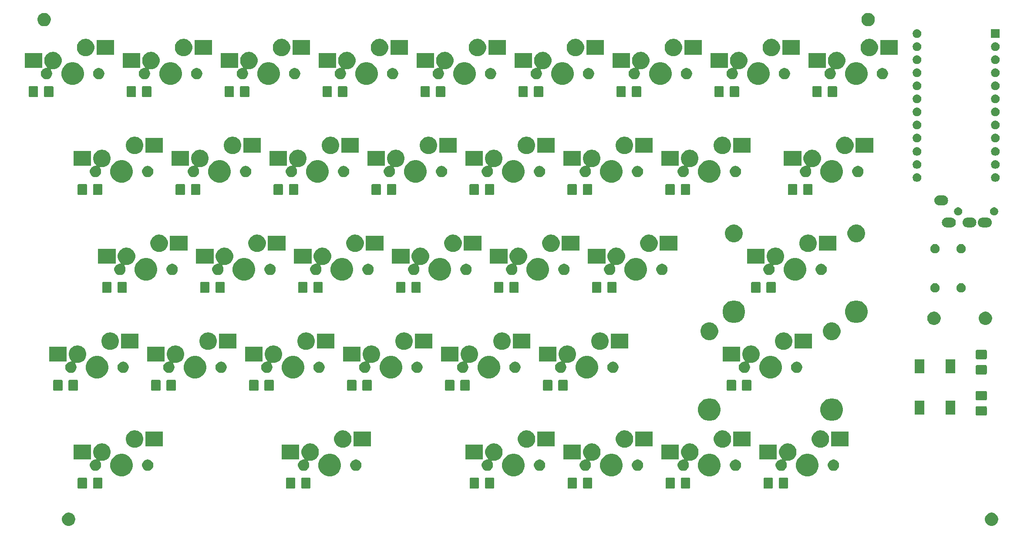
<source format=gbs>
G04 #@! TF.GenerationSoftware,KiCad,Pcbnew,(5.0.2)-1*
G04 #@! TF.CreationDate,2019-03-03T00:18:13+09:00*
G04 #@! TF.ProjectId,pakbd,70616b62-642e-46b6-9963-61645f706362,3*
G04 #@! TF.SameCoordinates,Original*
G04 #@! TF.FileFunction,Soldermask,Bot*
G04 #@! TF.FilePolarity,Negative*
%FSLAX46Y46*%
G04 Gerber Fmt 4.6, Leading zero omitted, Abs format (unit mm)*
G04 Created by KiCad (PCBNEW (5.0.2)-1) date 2019/03/03 0:18:13*
%MOMM*%
%LPD*%
G01*
G04 APERTURE LIST*
%ADD10C,0.100000*%
G04 APERTURE END LIST*
D10*
G36*
X382659196Y-120589958D02*
X382895780Y-120687954D01*
X383108705Y-120830226D01*
X383289774Y-121011295D01*
X383432046Y-121224220D01*
X383530042Y-121460804D01*
X383580000Y-121711960D01*
X383580000Y-121968040D01*
X383530042Y-122219196D01*
X383432046Y-122455780D01*
X383289774Y-122668705D01*
X383108705Y-122849774D01*
X382895780Y-122992046D01*
X382659196Y-123090042D01*
X382408040Y-123140000D01*
X382151960Y-123140000D01*
X381900804Y-123090042D01*
X381664220Y-122992046D01*
X381451295Y-122849774D01*
X381270226Y-122668705D01*
X381127954Y-122455780D01*
X381029958Y-122219196D01*
X380980000Y-121968040D01*
X380980000Y-121711960D01*
X381029958Y-121460804D01*
X381127954Y-121224220D01*
X381270226Y-121011295D01*
X381451295Y-120830226D01*
X381664220Y-120687954D01*
X381900804Y-120589958D01*
X382151960Y-120540000D01*
X382408040Y-120540000D01*
X382659196Y-120589958D01*
X382659196Y-120589958D01*
G37*
G36*
X203189196Y-120589958D02*
X203425780Y-120687954D01*
X203638705Y-120830226D01*
X203819774Y-121011295D01*
X203962046Y-121224220D01*
X204060042Y-121460804D01*
X204110000Y-121711960D01*
X204110000Y-121968040D01*
X204060042Y-122219196D01*
X203962046Y-122455780D01*
X203819774Y-122668705D01*
X203638705Y-122849774D01*
X203425780Y-122992046D01*
X203189196Y-123090042D01*
X202938040Y-123140000D01*
X202681960Y-123140000D01*
X202430804Y-123090042D01*
X202194220Y-122992046D01*
X201981295Y-122849774D01*
X201800226Y-122668705D01*
X201657954Y-122455780D01*
X201559958Y-122219196D01*
X201510000Y-121968040D01*
X201510000Y-121711960D01*
X201559958Y-121460804D01*
X201657954Y-121224220D01*
X201800226Y-121011295D01*
X201981295Y-120830226D01*
X202194220Y-120687954D01*
X202430804Y-120589958D01*
X202681960Y-120540000D01*
X202938040Y-120540000D01*
X203189196Y-120589958D01*
X203189196Y-120589958D01*
G37*
G36*
X282409482Y-113750186D02*
X282454204Y-113763753D01*
X282495433Y-113785790D01*
X282531561Y-113815439D01*
X282561210Y-113851567D01*
X282583247Y-113892796D01*
X282596814Y-113937518D01*
X282602000Y-113990175D01*
X282602000Y-115649825D01*
X282596814Y-115702482D01*
X282583247Y-115747204D01*
X282561210Y-115788433D01*
X282531561Y-115824561D01*
X282495433Y-115854210D01*
X282454204Y-115876247D01*
X282409482Y-115889814D01*
X282356825Y-115895000D01*
X281022175Y-115895000D01*
X280969518Y-115889814D01*
X280924796Y-115876247D01*
X280883567Y-115854210D01*
X280847439Y-115824561D01*
X280817790Y-115788433D01*
X280795753Y-115747204D01*
X280782186Y-115702482D01*
X280777000Y-115649825D01*
X280777000Y-113990175D01*
X280782186Y-113937518D01*
X280795753Y-113892796D01*
X280817790Y-113851567D01*
X280847439Y-113815439D01*
X280883567Y-113785790D01*
X280924796Y-113763753D01*
X280969518Y-113750186D01*
X281022175Y-113745000D01*
X282356825Y-113745000D01*
X282409482Y-113750186D01*
X282409482Y-113750186D01*
G37*
G36*
X342534482Y-113750186D02*
X342579204Y-113763753D01*
X342620433Y-113785790D01*
X342656561Y-113815439D01*
X342686210Y-113851567D01*
X342708247Y-113892796D01*
X342721814Y-113937518D01*
X342727000Y-113990175D01*
X342727000Y-115649825D01*
X342721814Y-115702482D01*
X342708247Y-115747204D01*
X342686210Y-115788433D01*
X342656561Y-115824561D01*
X342620433Y-115854210D01*
X342579204Y-115876247D01*
X342534482Y-115889814D01*
X342481825Y-115895000D01*
X341147175Y-115895000D01*
X341094518Y-115889814D01*
X341049796Y-115876247D01*
X341008567Y-115854210D01*
X340972439Y-115824561D01*
X340942790Y-115788433D01*
X340920753Y-115747204D01*
X340907186Y-115702482D01*
X340902000Y-115649825D01*
X340902000Y-113990175D01*
X340907186Y-113937518D01*
X340920753Y-113892796D01*
X340942790Y-113851567D01*
X340972439Y-113815439D01*
X341008567Y-113785790D01*
X341049796Y-113763753D01*
X341094518Y-113750186D01*
X341147175Y-113745000D01*
X342481825Y-113745000D01*
X342534482Y-113750186D01*
X342534482Y-113750186D01*
G37*
G36*
X339559482Y-113750186D02*
X339604204Y-113763753D01*
X339645433Y-113785790D01*
X339681561Y-113815439D01*
X339711210Y-113851567D01*
X339733247Y-113892796D01*
X339746814Y-113937518D01*
X339752000Y-113990175D01*
X339752000Y-115649825D01*
X339746814Y-115702482D01*
X339733247Y-115747204D01*
X339711210Y-115788433D01*
X339681561Y-115824561D01*
X339645433Y-115854210D01*
X339604204Y-115876247D01*
X339559482Y-115889814D01*
X339506825Y-115895000D01*
X338172175Y-115895000D01*
X338119518Y-115889814D01*
X338074796Y-115876247D01*
X338033567Y-115854210D01*
X337997439Y-115824561D01*
X337967790Y-115788433D01*
X337945753Y-115747204D01*
X337932186Y-115702482D01*
X337927000Y-115649825D01*
X337927000Y-113990175D01*
X337932186Y-113937518D01*
X337945753Y-113892796D01*
X337967790Y-113851567D01*
X337997439Y-113815439D01*
X338033567Y-113785790D01*
X338074796Y-113763753D01*
X338119518Y-113750186D01*
X338172175Y-113745000D01*
X339506825Y-113745000D01*
X339559482Y-113750186D01*
X339559482Y-113750186D01*
G37*
G36*
X323484482Y-113750186D02*
X323529204Y-113763753D01*
X323570433Y-113785790D01*
X323606561Y-113815439D01*
X323636210Y-113851567D01*
X323658247Y-113892796D01*
X323671814Y-113937518D01*
X323677000Y-113990175D01*
X323677000Y-115649825D01*
X323671814Y-115702482D01*
X323658247Y-115747204D01*
X323636210Y-115788433D01*
X323606561Y-115824561D01*
X323570433Y-115854210D01*
X323529204Y-115876247D01*
X323484482Y-115889814D01*
X323431825Y-115895000D01*
X322097175Y-115895000D01*
X322044518Y-115889814D01*
X321999796Y-115876247D01*
X321958567Y-115854210D01*
X321922439Y-115824561D01*
X321892790Y-115788433D01*
X321870753Y-115747204D01*
X321857186Y-115702482D01*
X321852000Y-115649825D01*
X321852000Y-113990175D01*
X321857186Y-113937518D01*
X321870753Y-113892796D01*
X321892790Y-113851567D01*
X321922439Y-113815439D01*
X321958567Y-113785790D01*
X321999796Y-113763753D01*
X322044518Y-113750186D01*
X322097175Y-113745000D01*
X323431825Y-113745000D01*
X323484482Y-113750186D01*
X323484482Y-113750186D01*
G37*
G36*
X304434482Y-113750186D02*
X304479204Y-113763753D01*
X304520433Y-113785790D01*
X304556561Y-113815439D01*
X304586210Y-113851567D01*
X304608247Y-113892796D01*
X304621814Y-113937518D01*
X304627000Y-113990175D01*
X304627000Y-115649825D01*
X304621814Y-115702482D01*
X304608247Y-115747204D01*
X304586210Y-115788433D01*
X304556561Y-115824561D01*
X304520433Y-115854210D01*
X304479204Y-115876247D01*
X304434482Y-115889814D01*
X304381825Y-115895000D01*
X303047175Y-115895000D01*
X302994518Y-115889814D01*
X302949796Y-115876247D01*
X302908567Y-115854210D01*
X302872439Y-115824561D01*
X302842790Y-115788433D01*
X302820753Y-115747204D01*
X302807186Y-115702482D01*
X302802000Y-115649825D01*
X302802000Y-113990175D01*
X302807186Y-113937518D01*
X302820753Y-113892796D01*
X302842790Y-113851567D01*
X302872439Y-113815439D01*
X302908567Y-113785790D01*
X302949796Y-113763753D01*
X302994518Y-113750186D01*
X303047175Y-113745000D01*
X304381825Y-113745000D01*
X304434482Y-113750186D01*
X304434482Y-113750186D01*
G37*
G36*
X301459482Y-113750186D02*
X301504204Y-113763753D01*
X301545433Y-113785790D01*
X301581561Y-113815439D01*
X301611210Y-113851567D01*
X301633247Y-113892796D01*
X301646814Y-113937518D01*
X301652000Y-113990175D01*
X301652000Y-115649825D01*
X301646814Y-115702482D01*
X301633247Y-115747204D01*
X301611210Y-115788433D01*
X301581561Y-115824561D01*
X301545433Y-115854210D01*
X301504204Y-115876247D01*
X301459482Y-115889814D01*
X301406825Y-115895000D01*
X300072175Y-115895000D01*
X300019518Y-115889814D01*
X299974796Y-115876247D01*
X299933567Y-115854210D01*
X299897439Y-115824561D01*
X299867790Y-115788433D01*
X299845753Y-115747204D01*
X299832186Y-115702482D01*
X299827000Y-115649825D01*
X299827000Y-113990175D01*
X299832186Y-113937518D01*
X299845753Y-113892796D01*
X299867790Y-113851567D01*
X299897439Y-113815439D01*
X299933567Y-113785790D01*
X299974796Y-113763753D01*
X300019518Y-113750186D01*
X300072175Y-113745000D01*
X301406825Y-113745000D01*
X301459482Y-113750186D01*
X301459482Y-113750186D01*
G37*
G36*
X285384482Y-113750186D02*
X285429204Y-113763753D01*
X285470433Y-113785790D01*
X285506561Y-113815439D01*
X285536210Y-113851567D01*
X285558247Y-113892796D01*
X285571814Y-113937518D01*
X285577000Y-113990175D01*
X285577000Y-115649825D01*
X285571814Y-115702482D01*
X285558247Y-115747204D01*
X285536210Y-115788433D01*
X285506561Y-115824561D01*
X285470433Y-115854210D01*
X285429204Y-115876247D01*
X285384482Y-115889814D01*
X285331825Y-115895000D01*
X283997175Y-115895000D01*
X283944518Y-115889814D01*
X283899796Y-115876247D01*
X283858567Y-115854210D01*
X283822439Y-115824561D01*
X283792790Y-115788433D01*
X283770753Y-115747204D01*
X283757186Y-115702482D01*
X283752000Y-115649825D01*
X283752000Y-113990175D01*
X283757186Y-113937518D01*
X283770753Y-113892796D01*
X283792790Y-113851567D01*
X283822439Y-113815439D01*
X283858567Y-113785790D01*
X283899796Y-113763753D01*
X283944518Y-113750186D01*
X283997175Y-113745000D01*
X285331825Y-113745000D01*
X285384482Y-113750186D01*
X285384482Y-113750186D01*
G37*
G36*
X206194482Y-113750186D02*
X206239204Y-113763753D01*
X206280433Y-113785790D01*
X206316561Y-113815439D01*
X206346210Y-113851567D01*
X206368247Y-113892796D01*
X206381814Y-113937518D01*
X206387000Y-113990175D01*
X206387000Y-115649825D01*
X206381814Y-115702482D01*
X206368247Y-115747204D01*
X206346210Y-115788433D01*
X206316561Y-115824561D01*
X206280433Y-115854210D01*
X206239204Y-115876247D01*
X206194482Y-115889814D01*
X206141825Y-115895000D01*
X204807175Y-115895000D01*
X204754518Y-115889814D01*
X204709796Y-115876247D01*
X204668567Y-115854210D01*
X204632439Y-115824561D01*
X204602790Y-115788433D01*
X204580753Y-115747204D01*
X204567186Y-115702482D01*
X204562000Y-115649825D01*
X204562000Y-113990175D01*
X204567186Y-113937518D01*
X204580753Y-113892796D01*
X204602790Y-113851567D01*
X204632439Y-113815439D01*
X204668567Y-113785790D01*
X204709796Y-113763753D01*
X204754518Y-113750186D01*
X204807175Y-113745000D01*
X206141825Y-113745000D01*
X206194482Y-113750186D01*
X206194482Y-113750186D01*
G37*
G36*
X209169482Y-113750186D02*
X209214204Y-113763753D01*
X209255433Y-113785790D01*
X209291561Y-113815439D01*
X209321210Y-113851567D01*
X209343247Y-113892796D01*
X209356814Y-113937518D01*
X209362000Y-113990175D01*
X209362000Y-115649825D01*
X209356814Y-115702482D01*
X209343247Y-115747204D01*
X209321210Y-115788433D01*
X209291561Y-115824561D01*
X209255433Y-115854210D01*
X209214204Y-115876247D01*
X209169482Y-115889814D01*
X209116825Y-115895000D01*
X207782175Y-115895000D01*
X207729518Y-115889814D01*
X207684796Y-115876247D01*
X207643567Y-115854210D01*
X207607439Y-115824561D01*
X207577790Y-115788433D01*
X207555753Y-115747204D01*
X207542186Y-115702482D01*
X207537000Y-115649825D01*
X207537000Y-113990175D01*
X207542186Y-113937518D01*
X207555753Y-113892796D01*
X207577790Y-113851567D01*
X207607439Y-113815439D01*
X207643567Y-113785790D01*
X207684796Y-113763753D01*
X207729518Y-113750186D01*
X207782175Y-113745000D01*
X209116825Y-113745000D01*
X209169482Y-113750186D01*
X209169482Y-113750186D01*
G37*
G36*
X246681982Y-113750186D02*
X246726704Y-113763753D01*
X246767933Y-113785790D01*
X246804061Y-113815439D01*
X246833710Y-113851567D01*
X246855747Y-113892796D01*
X246869314Y-113937518D01*
X246874500Y-113990175D01*
X246874500Y-115649825D01*
X246869314Y-115702482D01*
X246855747Y-115747204D01*
X246833710Y-115788433D01*
X246804061Y-115824561D01*
X246767933Y-115854210D01*
X246726704Y-115876247D01*
X246681982Y-115889814D01*
X246629325Y-115895000D01*
X245294675Y-115895000D01*
X245242018Y-115889814D01*
X245197296Y-115876247D01*
X245156067Y-115854210D01*
X245119939Y-115824561D01*
X245090290Y-115788433D01*
X245068253Y-115747204D01*
X245054686Y-115702482D01*
X245049500Y-115649825D01*
X245049500Y-113990175D01*
X245054686Y-113937518D01*
X245068253Y-113892796D01*
X245090290Y-113851567D01*
X245119939Y-113815439D01*
X245156067Y-113785790D01*
X245197296Y-113763753D01*
X245242018Y-113750186D01*
X245294675Y-113745000D01*
X246629325Y-113745000D01*
X246681982Y-113750186D01*
X246681982Y-113750186D01*
G37*
G36*
X249656982Y-113750186D02*
X249701704Y-113763753D01*
X249742933Y-113785790D01*
X249779061Y-113815439D01*
X249808710Y-113851567D01*
X249830747Y-113892796D01*
X249844314Y-113937518D01*
X249849500Y-113990175D01*
X249849500Y-115649825D01*
X249844314Y-115702482D01*
X249830747Y-115747204D01*
X249808710Y-115788433D01*
X249779061Y-115824561D01*
X249742933Y-115854210D01*
X249701704Y-115876247D01*
X249656982Y-115889814D01*
X249604325Y-115895000D01*
X248269675Y-115895000D01*
X248217018Y-115889814D01*
X248172296Y-115876247D01*
X248131067Y-115854210D01*
X248094939Y-115824561D01*
X248065290Y-115788433D01*
X248043253Y-115747204D01*
X248029686Y-115702482D01*
X248024500Y-115649825D01*
X248024500Y-113990175D01*
X248029686Y-113937518D01*
X248043253Y-113892796D01*
X248065290Y-113851567D01*
X248094939Y-113815439D01*
X248131067Y-113785790D01*
X248172296Y-113763753D01*
X248217018Y-113750186D01*
X248269675Y-113745000D01*
X249604325Y-113745000D01*
X249656982Y-113750186D01*
X249656982Y-113750186D01*
G37*
G36*
X320509482Y-113750186D02*
X320554204Y-113763753D01*
X320595433Y-113785790D01*
X320631561Y-113815439D01*
X320661210Y-113851567D01*
X320683247Y-113892796D01*
X320696814Y-113937518D01*
X320702000Y-113990175D01*
X320702000Y-115649825D01*
X320696814Y-115702482D01*
X320683247Y-115747204D01*
X320661210Y-115788433D01*
X320631561Y-115824561D01*
X320595433Y-115854210D01*
X320554204Y-115876247D01*
X320509482Y-115889814D01*
X320456825Y-115895000D01*
X319122175Y-115895000D01*
X319069518Y-115889814D01*
X319024796Y-115876247D01*
X318983567Y-115854210D01*
X318947439Y-115824561D01*
X318917790Y-115788433D01*
X318895753Y-115747204D01*
X318882186Y-115702482D01*
X318877000Y-115649825D01*
X318877000Y-113990175D01*
X318882186Y-113937518D01*
X318895753Y-113892796D01*
X318917790Y-113851567D01*
X318947439Y-113815439D01*
X318983567Y-113785790D01*
X319024796Y-113763753D01*
X319069518Y-113750186D01*
X319122175Y-113745000D01*
X320456825Y-113745000D01*
X320509482Y-113750186D01*
X320509482Y-113750186D01*
G37*
G36*
X347101216Y-109194544D02*
X347501590Y-109360384D01*
X347861921Y-109601150D01*
X348168350Y-109907579D01*
X348409116Y-110267910D01*
X348574956Y-110668284D01*
X348659500Y-111093317D01*
X348659500Y-111526683D01*
X348574956Y-111951716D01*
X348409116Y-112352090D01*
X348168350Y-112712421D01*
X347861921Y-113018850D01*
X347501590Y-113259616D01*
X347101216Y-113425456D01*
X346676183Y-113510000D01*
X346242817Y-113510000D01*
X345817784Y-113425456D01*
X345417410Y-113259616D01*
X345057079Y-113018850D01*
X344750650Y-112712421D01*
X344509884Y-112352090D01*
X344344044Y-111951716D01*
X344259500Y-111526683D01*
X344259500Y-111093317D01*
X344344044Y-110668284D01*
X344509884Y-110267910D01*
X344750650Y-109907579D01*
X345057079Y-109601150D01*
X345417410Y-109360384D01*
X345817784Y-109194544D01*
X346242817Y-109110000D01*
X346676183Y-109110000D01*
X347101216Y-109194544D01*
X347101216Y-109194544D01*
G37*
G36*
X309001216Y-109194544D02*
X309401590Y-109360384D01*
X309761921Y-109601150D01*
X310068350Y-109907579D01*
X310309116Y-110267910D01*
X310474956Y-110668284D01*
X310559500Y-111093317D01*
X310559500Y-111526683D01*
X310474956Y-111951716D01*
X310309116Y-112352090D01*
X310068350Y-112712421D01*
X309761921Y-113018850D01*
X309401590Y-113259616D01*
X309001216Y-113425456D01*
X308576183Y-113510000D01*
X308142817Y-113510000D01*
X307717784Y-113425456D01*
X307317410Y-113259616D01*
X306957079Y-113018850D01*
X306650650Y-112712421D01*
X306409884Y-112352090D01*
X306244044Y-111951716D01*
X306159500Y-111526683D01*
X306159500Y-111093317D01*
X306244044Y-110668284D01*
X306409884Y-110267910D01*
X306650650Y-109907579D01*
X306957079Y-109601150D01*
X307317410Y-109360384D01*
X307717784Y-109194544D01*
X308142817Y-109110000D01*
X308576183Y-109110000D01*
X309001216Y-109194544D01*
X309001216Y-109194544D01*
G37*
G36*
X213736216Y-109194544D02*
X214136590Y-109360384D01*
X214496921Y-109601150D01*
X214803350Y-109907579D01*
X215044116Y-110267910D01*
X215209956Y-110668284D01*
X215294500Y-111093317D01*
X215294500Y-111526683D01*
X215209956Y-111951716D01*
X215044116Y-112352090D01*
X214803350Y-112712421D01*
X214496921Y-113018850D01*
X214136590Y-113259616D01*
X213736216Y-113425456D01*
X213311183Y-113510000D01*
X212877817Y-113510000D01*
X212452784Y-113425456D01*
X212052410Y-113259616D01*
X211692079Y-113018850D01*
X211385650Y-112712421D01*
X211144884Y-112352090D01*
X210979044Y-111951716D01*
X210894500Y-111526683D01*
X210894500Y-111093317D01*
X210979044Y-110668284D01*
X211144884Y-110267910D01*
X211385650Y-109907579D01*
X211692079Y-109601150D01*
X212052410Y-109360384D01*
X212452784Y-109194544D01*
X212877817Y-109110000D01*
X213311183Y-109110000D01*
X213736216Y-109194544D01*
X213736216Y-109194544D01*
G37*
G36*
X254223716Y-109194544D02*
X254624090Y-109360384D01*
X254984421Y-109601150D01*
X255290850Y-109907579D01*
X255531616Y-110267910D01*
X255697456Y-110668284D01*
X255782000Y-111093317D01*
X255782000Y-111526683D01*
X255697456Y-111951716D01*
X255531616Y-112352090D01*
X255290850Y-112712421D01*
X254984421Y-113018850D01*
X254624090Y-113259616D01*
X254223716Y-113425456D01*
X253798683Y-113510000D01*
X253365317Y-113510000D01*
X252940284Y-113425456D01*
X252539910Y-113259616D01*
X252179579Y-113018850D01*
X251873150Y-112712421D01*
X251632384Y-112352090D01*
X251466544Y-111951716D01*
X251382000Y-111526683D01*
X251382000Y-111093317D01*
X251466544Y-110668284D01*
X251632384Y-110267910D01*
X251873150Y-109907579D01*
X252179579Y-109601150D01*
X252539910Y-109360384D01*
X252940284Y-109194544D01*
X253365317Y-109110000D01*
X253798683Y-109110000D01*
X254223716Y-109194544D01*
X254223716Y-109194544D01*
G37*
G36*
X289951216Y-109194544D02*
X290351590Y-109360384D01*
X290711921Y-109601150D01*
X291018350Y-109907579D01*
X291259116Y-110267910D01*
X291424956Y-110668284D01*
X291509500Y-111093317D01*
X291509500Y-111526683D01*
X291424956Y-111951716D01*
X291259116Y-112352090D01*
X291018350Y-112712421D01*
X290711921Y-113018850D01*
X290351590Y-113259616D01*
X289951216Y-113425456D01*
X289526183Y-113510000D01*
X289092817Y-113510000D01*
X288667784Y-113425456D01*
X288267410Y-113259616D01*
X287907079Y-113018850D01*
X287600650Y-112712421D01*
X287359884Y-112352090D01*
X287194044Y-111951716D01*
X287109500Y-111526683D01*
X287109500Y-111093317D01*
X287194044Y-110668284D01*
X287359884Y-110267910D01*
X287600650Y-109907579D01*
X287907079Y-109601150D01*
X288267410Y-109360384D01*
X288667784Y-109194544D01*
X289092817Y-109110000D01*
X289526183Y-109110000D01*
X289951216Y-109194544D01*
X289951216Y-109194544D01*
G37*
G36*
X328051216Y-109194544D02*
X328451590Y-109360384D01*
X328811921Y-109601150D01*
X329118350Y-109907579D01*
X329359116Y-110267910D01*
X329524956Y-110668284D01*
X329609500Y-111093317D01*
X329609500Y-111526683D01*
X329524956Y-111951716D01*
X329359116Y-112352090D01*
X329118350Y-112712421D01*
X328811921Y-113018850D01*
X328451590Y-113259616D01*
X328051216Y-113425456D01*
X327626183Y-113510000D01*
X327192817Y-113510000D01*
X326767784Y-113425456D01*
X326367410Y-113259616D01*
X326007079Y-113018850D01*
X325700650Y-112712421D01*
X325459884Y-112352090D01*
X325294044Y-111951716D01*
X325209500Y-111526683D01*
X325209500Y-111093317D01*
X325294044Y-110668284D01*
X325459884Y-110267910D01*
X325700650Y-109907579D01*
X326007079Y-109601150D01*
X326367410Y-109360384D01*
X326767784Y-109194544D01*
X327192817Y-109110000D01*
X327626183Y-109110000D01*
X328051216Y-109194544D01*
X328051216Y-109194544D01*
G37*
G36*
X209670893Y-107113553D02*
X209780372Y-107135330D01*
X210089752Y-107263479D01*
X210368187Y-107449523D01*
X210604977Y-107686313D01*
X210791021Y-107964748D01*
X210919170Y-108274128D01*
X210984500Y-108602565D01*
X210984500Y-108937435D01*
X210919170Y-109265872D01*
X210791021Y-109575252D01*
X210604977Y-109853687D01*
X210368187Y-110090477D01*
X210089752Y-110276521D01*
X209780372Y-110404670D01*
X209670893Y-110426447D01*
X209451937Y-110470000D01*
X209117064Y-110470000D01*
X209044561Y-110455578D01*
X209019916Y-110450676D01*
X208995530Y-110448274D01*
X208971144Y-110450676D01*
X208947695Y-110457789D01*
X208926084Y-110469340D01*
X208907142Y-110484886D01*
X208891596Y-110503828D01*
X208880045Y-110525438D01*
X208872932Y-110548887D01*
X208870530Y-110573274D01*
X208872932Y-110597660D01*
X208880045Y-110621109D01*
X208891596Y-110642720D01*
X208989308Y-110788956D01*
X209072228Y-110989143D01*
X209114500Y-111201658D01*
X209114500Y-111418342D01*
X209072228Y-111630857D01*
X208989309Y-111831042D01*
X208868922Y-112011213D01*
X208715713Y-112164422D01*
X208535542Y-112284809D01*
X208335357Y-112367728D01*
X208122842Y-112410000D01*
X207906158Y-112410000D01*
X207693643Y-112367728D01*
X207493458Y-112284809D01*
X207313287Y-112164422D01*
X207160078Y-112011213D01*
X207039691Y-111831042D01*
X206956772Y-111630857D01*
X206914500Y-111418342D01*
X206914500Y-111201658D01*
X206956772Y-110989143D01*
X207039691Y-110788958D01*
X207120323Y-110668284D01*
X207160075Y-110608791D01*
X207160076Y-110608790D01*
X207160078Y-110608787D01*
X207313288Y-110455577D01*
X207323230Y-110448934D01*
X207342172Y-110433389D01*
X207344232Y-110430879D01*
X207347335Y-110429938D01*
X207368946Y-110418387D01*
X207493456Y-110335192D01*
X207693643Y-110252272D01*
X207906158Y-110210000D01*
X208018561Y-110210000D01*
X208042947Y-110207598D01*
X208066396Y-110200485D01*
X208088007Y-110188934D01*
X208106949Y-110173388D01*
X208122495Y-110154446D01*
X208134046Y-110132835D01*
X208141159Y-110109386D01*
X208143561Y-110085000D01*
X208141159Y-110060614D01*
X208134046Y-110037165D01*
X208122495Y-110015554D01*
X208106954Y-109996618D01*
X207964023Y-109853687D01*
X207777979Y-109575252D01*
X207649830Y-109265872D01*
X207584500Y-108937435D01*
X207584500Y-108602565D01*
X207649830Y-108274128D01*
X207777979Y-107964748D01*
X207964023Y-107686313D01*
X208200813Y-107449523D01*
X208479248Y-107263479D01*
X208788628Y-107135330D01*
X208898107Y-107113553D01*
X209117063Y-107070000D01*
X209451937Y-107070000D01*
X209670893Y-107113553D01*
X209670893Y-107113553D01*
G37*
G36*
X218495357Y-110252272D02*
X218695542Y-110335191D01*
X218695543Y-110335192D01*
X218695545Y-110335193D01*
X218837341Y-110429938D01*
X218875713Y-110455578D01*
X219028922Y-110608787D01*
X219028924Y-110608790D01*
X219028925Y-110608791D01*
X219068677Y-110668284D01*
X219149309Y-110788958D01*
X219232228Y-110989143D01*
X219274500Y-111201658D01*
X219274500Y-111418342D01*
X219232228Y-111630857D01*
X219149309Y-111831042D01*
X219028922Y-112011213D01*
X218875713Y-112164422D01*
X218695542Y-112284809D01*
X218495357Y-112367728D01*
X218282842Y-112410000D01*
X218066158Y-112410000D01*
X217853643Y-112367728D01*
X217653458Y-112284809D01*
X217473287Y-112164422D01*
X217320078Y-112011213D01*
X217199691Y-111831042D01*
X217116772Y-111630857D01*
X217074500Y-111418342D01*
X217074500Y-111201658D01*
X217116772Y-110989143D01*
X217199691Y-110788958D01*
X217280323Y-110668284D01*
X217320075Y-110608791D01*
X217320076Y-110608790D01*
X217320078Y-110608787D01*
X217473287Y-110455578D01*
X217511660Y-110429938D01*
X217653455Y-110335193D01*
X217653457Y-110335192D01*
X217653458Y-110335191D01*
X217853643Y-110252272D01*
X218066158Y-110210000D01*
X218282842Y-110210000D01*
X218495357Y-110252272D01*
X218495357Y-110252272D01*
G37*
G36*
X294710357Y-110252272D02*
X294910542Y-110335191D01*
X294910543Y-110335192D01*
X294910545Y-110335193D01*
X295052341Y-110429938D01*
X295090713Y-110455578D01*
X295243922Y-110608787D01*
X295243924Y-110608790D01*
X295243925Y-110608791D01*
X295283677Y-110668284D01*
X295364309Y-110788958D01*
X295447228Y-110989143D01*
X295489500Y-111201658D01*
X295489500Y-111418342D01*
X295447228Y-111630857D01*
X295364309Y-111831042D01*
X295243922Y-112011213D01*
X295090713Y-112164422D01*
X294910542Y-112284809D01*
X294710357Y-112367728D01*
X294497842Y-112410000D01*
X294281158Y-112410000D01*
X294068643Y-112367728D01*
X293868458Y-112284809D01*
X293688287Y-112164422D01*
X293535078Y-112011213D01*
X293414691Y-111831042D01*
X293331772Y-111630857D01*
X293289500Y-111418342D01*
X293289500Y-111201658D01*
X293331772Y-110989143D01*
X293414691Y-110788958D01*
X293495323Y-110668284D01*
X293535075Y-110608791D01*
X293535076Y-110608790D01*
X293535078Y-110608787D01*
X293688287Y-110455578D01*
X293726660Y-110429938D01*
X293868455Y-110335193D01*
X293868457Y-110335192D01*
X293868458Y-110335191D01*
X294068643Y-110252272D01*
X294281158Y-110210000D01*
X294497842Y-110210000D01*
X294710357Y-110252272D01*
X294710357Y-110252272D01*
G37*
G36*
X258982857Y-110252272D02*
X259183042Y-110335191D01*
X259183043Y-110335192D01*
X259183045Y-110335193D01*
X259324841Y-110429938D01*
X259363213Y-110455578D01*
X259516422Y-110608787D01*
X259516424Y-110608790D01*
X259516425Y-110608791D01*
X259556177Y-110668284D01*
X259636809Y-110788958D01*
X259719728Y-110989143D01*
X259762000Y-111201658D01*
X259762000Y-111418342D01*
X259719728Y-111630857D01*
X259636809Y-111831042D01*
X259516422Y-112011213D01*
X259363213Y-112164422D01*
X259183042Y-112284809D01*
X258982857Y-112367728D01*
X258770342Y-112410000D01*
X258553658Y-112410000D01*
X258341143Y-112367728D01*
X258140958Y-112284809D01*
X257960787Y-112164422D01*
X257807578Y-112011213D01*
X257687191Y-111831042D01*
X257604272Y-111630857D01*
X257562000Y-111418342D01*
X257562000Y-111201658D01*
X257604272Y-110989143D01*
X257687191Y-110788958D01*
X257767823Y-110668284D01*
X257807575Y-110608791D01*
X257807576Y-110608790D01*
X257807578Y-110608787D01*
X257960787Y-110455578D01*
X257999160Y-110429938D01*
X258140955Y-110335193D01*
X258140957Y-110335192D01*
X258140958Y-110335191D01*
X258341143Y-110252272D01*
X258553658Y-110210000D01*
X258770342Y-110210000D01*
X258982857Y-110252272D01*
X258982857Y-110252272D01*
G37*
G36*
X304935893Y-107113553D02*
X305045372Y-107135330D01*
X305354752Y-107263479D01*
X305633187Y-107449523D01*
X305869977Y-107686313D01*
X306056021Y-107964748D01*
X306184170Y-108274128D01*
X306249500Y-108602565D01*
X306249500Y-108937435D01*
X306184170Y-109265872D01*
X306056021Y-109575252D01*
X305869977Y-109853687D01*
X305633187Y-110090477D01*
X305354752Y-110276521D01*
X305045372Y-110404670D01*
X304935893Y-110426447D01*
X304716937Y-110470000D01*
X304382064Y-110470000D01*
X304309561Y-110455578D01*
X304284916Y-110450676D01*
X304260530Y-110448274D01*
X304236144Y-110450676D01*
X304212695Y-110457789D01*
X304191084Y-110469340D01*
X304172142Y-110484886D01*
X304156596Y-110503828D01*
X304145045Y-110525438D01*
X304137932Y-110548887D01*
X304135530Y-110573274D01*
X304137932Y-110597660D01*
X304145045Y-110621109D01*
X304156596Y-110642720D01*
X304254308Y-110788956D01*
X304337228Y-110989143D01*
X304379500Y-111201658D01*
X304379500Y-111418342D01*
X304337228Y-111630857D01*
X304254309Y-111831042D01*
X304133922Y-112011213D01*
X303980713Y-112164422D01*
X303800542Y-112284809D01*
X303600357Y-112367728D01*
X303387842Y-112410000D01*
X303171158Y-112410000D01*
X302958643Y-112367728D01*
X302758458Y-112284809D01*
X302578287Y-112164422D01*
X302425078Y-112011213D01*
X302304691Y-111831042D01*
X302221772Y-111630857D01*
X302179500Y-111418342D01*
X302179500Y-111201658D01*
X302221772Y-110989143D01*
X302304691Y-110788958D01*
X302385323Y-110668284D01*
X302425075Y-110608791D01*
X302425076Y-110608790D01*
X302425078Y-110608787D01*
X302578288Y-110455577D01*
X302588230Y-110448934D01*
X302607172Y-110433389D01*
X302609232Y-110430879D01*
X302612335Y-110429938D01*
X302633946Y-110418387D01*
X302758456Y-110335192D01*
X302958643Y-110252272D01*
X303171158Y-110210000D01*
X303283561Y-110210000D01*
X303307947Y-110207598D01*
X303331396Y-110200485D01*
X303353007Y-110188934D01*
X303371949Y-110173388D01*
X303387495Y-110154446D01*
X303399046Y-110132835D01*
X303406159Y-110109386D01*
X303408561Y-110085000D01*
X303406159Y-110060614D01*
X303399046Y-110037165D01*
X303387495Y-110015554D01*
X303371954Y-109996618D01*
X303229023Y-109853687D01*
X303042979Y-109575252D01*
X302914830Y-109265872D01*
X302849500Y-108937435D01*
X302849500Y-108602565D01*
X302914830Y-108274128D01*
X303042979Y-107964748D01*
X303229023Y-107686313D01*
X303465813Y-107449523D01*
X303744248Y-107263479D01*
X304053628Y-107135330D01*
X304163107Y-107113553D01*
X304382063Y-107070000D01*
X304716937Y-107070000D01*
X304935893Y-107113553D01*
X304935893Y-107113553D01*
G37*
G36*
X313760357Y-110252272D02*
X313960542Y-110335191D01*
X313960543Y-110335192D01*
X313960545Y-110335193D01*
X314102341Y-110429938D01*
X314140713Y-110455578D01*
X314293922Y-110608787D01*
X314293924Y-110608790D01*
X314293925Y-110608791D01*
X314333677Y-110668284D01*
X314414309Y-110788958D01*
X314497228Y-110989143D01*
X314539500Y-111201658D01*
X314539500Y-111418342D01*
X314497228Y-111630857D01*
X314414309Y-111831042D01*
X314293922Y-112011213D01*
X314140713Y-112164422D01*
X313960542Y-112284809D01*
X313760357Y-112367728D01*
X313547842Y-112410000D01*
X313331158Y-112410000D01*
X313118643Y-112367728D01*
X312918458Y-112284809D01*
X312738287Y-112164422D01*
X312585078Y-112011213D01*
X312464691Y-111831042D01*
X312381772Y-111630857D01*
X312339500Y-111418342D01*
X312339500Y-111201658D01*
X312381772Y-110989143D01*
X312464691Y-110788958D01*
X312545323Y-110668284D01*
X312585075Y-110608791D01*
X312585076Y-110608790D01*
X312585078Y-110608787D01*
X312738287Y-110455578D01*
X312776660Y-110429938D01*
X312918455Y-110335193D01*
X312918457Y-110335192D01*
X312918458Y-110335191D01*
X313118643Y-110252272D01*
X313331158Y-110210000D01*
X313547842Y-110210000D01*
X313760357Y-110252272D01*
X313760357Y-110252272D01*
G37*
G36*
X250158393Y-107113553D02*
X250267872Y-107135330D01*
X250577252Y-107263479D01*
X250855687Y-107449523D01*
X251092477Y-107686313D01*
X251278521Y-107964748D01*
X251406670Y-108274128D01*
X251472000Y-108602565D01*
X251472000Y-108937435D01*
X251406670Y-109265872D01*
X251278521Y-109575252D01*
X251092477Y-109853687D01*
X250855687Y-110090477D01*
X250577252Y-110276521D01*
X250267872Y-110404670D01*
X250158393Y-110426447D01*
X249939437Y-110470000D01*
X249604564Y-110470000D01*
X249532061Y-110455578D01*
X249507416Y-110450676D01*
X249483030Y-110448274D01*
X249458644Y-110450676D01*
X249435195Y-110457789D01*
X249413584Y-110469340D01*
X249394642Y-110484886D01*
X249379096Y-110503828D01*
X249367545Y-110525438D01*
X249360432Y-110548887D01*
X249358030Y-110573274D01*
X249360432Y-110597660D01*
X249367545Y-110621109D01*
X249379096Y-110642720D01*
X249476808Y-110788956D01*
X249559728Y-110989143D01*
X249602000Y-111201658D01*
X249602000Y-111418342D01*
X249559728Y-111630857D01*
X249476809Y-111831042D01*
X249356422Y-112011213D01*
X249203213Y-112164422D01*
X249023042Y-112284809D01*
X248822857Y-112367728D01*
X248610342Y-112410000D01*
X248393658Y-112410000D01*
X248181143Y-112367728D01*
X247980958Y-112284809D01*
X247800787Y-112164422D01*
X247647578Y-112011213D01*
X247527191Y-111831042D01*
X247444272Y-111630857D01*
X247402000Y-111418342D01*
X247402000Y-111201658D01*
X247444272Y-110989143D01*
X247527191Y-110788958D01*
X247607823Y-110668284D01*
X247647575Y-110608791D01*
X247647576Y-110608790D01*
X247647578Y-110608787D01*
X247800788Y-110455577D01*
X247810730Y-110448934D01*
X247829672Y-110433389D01*
X247831732Y-110430879D01*
X247834835Y-110429938D01*
X247856446Y-110418387D01*
X247980956Y-110335192D01*
X248181143Y-110252272D01*
X248393658Y-110210000D01*
X248506061Y-110210000D01*
X248530447Y-110207598D01*
X248553896Y-110200485D01*
X248575507Y-110188934D01*
X248594449Y-110173388D01*
X248609995Y-110154446D01*
X248621546Y-110132835D01*
X248628659Y-110109386D01*
X248631061Y-110085000D01*
X248628659Y-110060614D01*
X248621546Y-110037165D01*
X248609995Y-110015554D01*
X248594454Y-109996618D01*
X248451523Y-109853687D01*
X248265479Y-109575252D01*
X248137330Y-109265872D01*
X248072000Y-108937435D01*
X248072000Y-108602565D01*
X248137330Y-108274128D01*
X248265479Y-107964748D01*
X248451523Y-107686313D01*
X248688313Y-107449523D01*
X248966748Y-107263479D01*
X249276128Y-107135330D01*
X249385607Y-107113553D01*
X249604563Y-107070000D01*
X249939437Y-107070000D01*
X250158393Y-107113553D01*
X250158393Y-107113553D01*
G37*
G36*
X285885893Y-107113553D02*
X285995372Y-107135330D01*
X286304752Y-107263479D01*
X286583187Y-107449523D01*
X286819977Y-107686313D01*
X287006021Y-107964748D01*
X287134170Y-108274128D01*
X287199500Y-108602565D01*
X287199500Y-108937435D01*
X287134170Y-109265872D01*
X287006021Y-109575252D01*
X286819977Y-109853687D01*
X286583187Y-110090477D01*
X286304752Y-110276521D01*
X285995372Y-110404670D01*
X285885893Y-110426447D01*
X285666937Y-110470000D01*
X285332064Y-110470000D01*
X285259561Y-110455578D01*
X285234916Y-110450676D01*
X285210530Y-110448274D01*
X285186144Y-110450676D01*
X285162695Y-110457789D01*
X285141084Y-110469340D01*
X285122142Y-110484886D01*
X285106596Y-110503828D01*
X285095045Y-110525438D01*
X285087932Y-110548887D01*
X285085530Y-110573274D01*
X285087932Y-110597660D01*
X285095045Y-110621109D01*
X285106596Y-110642720D01*
X285204308Y-110788956D01*
X285287228Y-110989143D01*
X285329500Y-111201658D01*
X285329500Y-111418342D01*
X285287228Y-111630857D01*
X285204309Y-111831042D01*
X285083922Y-112011213D01*
X284930713Y-112164422D01*
X284750542Y-112284809D01*
X284550357Y-112367728D01*
X284337842Y-112410000D01*
X284121158Y-112410000D01*
X283908643Y-112367728D01*
X283708458Y-112284809D01*
X283528287Y-112164422D01*
X283375078Y-112011213D01*
X283254691Y-111831042D01*
X283171772Y-111630857D01*
X283129500Y-111418342D01*
X283129500Y-111201658D01*
X283171772Y-110989143D01*
X283254691Y-110788958D01*
X283335323Y-110668284D01*
X283375075Y-110608791D01*
X283375076Y-110608790D01*
X283375078Y-110608787D01*
X283528288Y-110455577D01*
X283538230Y-110448934D01*
X283557172Y-110433389D01*
X283559232Y-110430879D01*
X283562335Y-110429938D01*
X283583946Y-110418387D01*
X283708456Y-110335192D01*
X283908643Y-110252272D01*
X284121158Y-110210000D01*
X284233561Y-110210000D01*
X284257947Y-110207598D01*
X284281396Y-110200485D01*
X284303007Y-110188934D01*
X284321949Y-110173388D01*
X284337495Y-110154446D01*
X284349046Y-110132835D01*
X284356159Y-110109386D01*
X284358561Y-110085000D01*
X284356159Y-110060614D01*
X284349046Y-110037165D01*
X284337495Y-110015554D01*
X284321954Y-109996618D01*
X284179023Y-109853687D01*
X283992979Y-109575252D01*
X283864830Y-109265872D01*
X283799500Y-108937435D01*
X283799500Y-108602565D01*
X283864830Y-108274128D01*
X283992979Y-107964748D01*
X284179023Y-107686313D01*
X284415813Y-107449523D01*
X284694248Y-107263479D01*
X285003628Y-107135330D01*
X285113107Y-107113553D01*
X285332063Y-107070000D01*
X285666937Y-107070000D01*
X285885893Y-107113553D01*
X285885893Y-107113553D01*
G37*
G36*
X323985893Y-107113553D02*
X324095372Y-107135330D01*
X324404752Y-107263479D01*
X324683187Y-107449523D01*
X324919977Y-107686313D01*
X325106021Y-107964748D01*
X325234170Y-108274128D01*
X325299500Y-108602565D01*
X325299500Y-108937435D01*
X325234170Y-109265872D01*
X325106021Y-109575252D01*
X324919977Y-109853687D01*
X324683187Y-110090477D01*
X324404752Y-110276521D01*
X324095372Y-110404670D01*
X323985893Y-110426447D01*
X323766937Y-110470000D01*
X323432064Y-110470000D01*
X323359561Y-110455578D01*
X323334916Y-110450676D01*
X323310530Y-110448274D01*
X323286144Y-110450676D01*
X323262695Y-110457789D01*
X323241084Y-110469340D01*
X323222142Y-110484886D01*
X323206596Y-110503828D01*
X323195045Y-110525438D01*
X323187932Y-110548887D01*
X323185530Y-110573274D01*
X323187932Y-110597660D01*
X323195045Y-110621109D01*
X323206596Y-110642720D01*
X323304308Y-110788956D01*
X323387228Y-110989143D01*
X323429500Y-111201658D01*
X323429500Y-111418342D01*
X323387228Y-111630857D01*
X323304309Y-111831042D01*
X323183922Y-112011213D01*
X323030713Y-112164422D01*
X322850542Y-112284809D01*
X322650357Y-112367728D01*
X322437842Y-112410000D01*
X322221158Y-112410000D01*
X322008643Y-112367728D01*
X321808458Y-112284809D01*
X321628287Y-112164422D01*
X321475078Y-112011213D01*
X321354691Y-111831042D01*
X321271772Y-111630857D01*
X321229500Y-111418342D01*
X321229500Y-111201658D01*
X321271772Y-110989143D01*
X321354691Y-110788958D01*
X321435323Y-110668284D01*
X321475075Y-110608791D01*
X321475076Y-110608790D01*
X321475078Y-110608787D01*
X321628288Y-110455577D01*
X321638230Y-110448934D01*
X321657172Y-110433389D01*
X321659232Y-110430879D01*
X321662335Y-110429938D01*
X321683946Y-110418387D01*
X321808456Y-110335192D01*
X322008643Y-110252272D01*
X322221158Y-110210000D01*
X322333561Y-110210000D01*
X322357947Y-110207598D01*
X322381396Y-110200485D01*
X322403007Y-110188934D01*
X322421949Y-110173388D01*
X322437495Y-110154446D01*
X322449046Y-110132835D01*
X322456159Y-110109386D01*
X322458561Y-110085000D01*
X322456159Y-110060614D01*
X322449046Y-110037165D01*
X322437495Y-110015554D01*
X322421954Y-109996618D01*
X322279023Y-109853687D01*
X322092979Y-109575252D01*
X321964830Y-109265872D01*
X321899500Y-108937435D01*
X321899500Y-108602565D01*
X321964830Y-108274128D01*
X322092979Y-107964748D01*
X322279023Y-107686313D01*
X322515813Y-107449523D01*
X322794248Y-107263479D01*
X323103628Y-107135330D01*
X323213107Y-107113553D01*
X323432063Y-107070000D01*
X323766937Y-107070000D01*
X323985893Y-107113553D01*
X323985893Y-107113553D01*
G37*
G36*
X343035893Y-107113553D02*
X343145372Y-107135330D01*
X343454752Y-107263479D01*
X343733187Y-107449523D01*
X343969977Y-107686313D01*
X344156021Y-107964748D01*
X344284170Y-108274128D01*
X344349500Y-108602565D01*
X344349500Y-108937435D01*
X344284170Y-109265872D01*
X344156021Y-109575252D01*
X343969977Y-109853687D01*
X343733187Y-110090477D01*
X343454752Y-110276521D01*
X343145372Y-110404670D01*
X343035893Y-110426447D01*
X342816937Y-110470000D01*
X342482064Y-110470000D01*
X342409561Y-110455578D01*
X342384916Y-110450676D01*
X342360530Y-110448274D01*
X342336144Y-110450676D01*
X342312695Y-110457789D01*
X342291084Y-110469340D01*
X342272142Y-110484886D01*
X342256596Y-110503828D01*
X342245045Y-110525438D01*
X342237932Y-110548887D01*
X342235530Y-110573274D01*
X342237932Y-110597660D01*
X342245045Y-110621109D01*
X342256596Y-110642720D01*
X342354308Y-110788956D01*
X342437228Y-110989143D01*
X342479500Y-111201658D01*
X342479500Y-111418342D01*
X342437228Y-111630857D01*
X342354309Y-111831042D01*
X342233922Y-112011213D01*
X342080713Y-112164422D01*
X341900542Y-112284809D01*
X341700357Y-112367728D01*
X341487842Y-112410000D01*
X341271158Y-112410000D01*
X341058643Y-112367728D01*
X340858458Y-112284809D01*
X340678287Y-112164422D01*
X340525078Y-112011213D01*
X340404691Y-111831042D01*
X340321772Y-111630857D01*
X340279500Y-111418342D01*
X340279500Y-111201658D01*
X340321772Y-110989143D01*
X340404691Y-110788958D01*
X340485323Y-110668284D01*
X340525075Y-110608791D01*
X340525076Y-110608790D01*
X340525078Y-110608787D01*
X340678288Y-110455577D01*
X340688230Y-110448934D01*
X340707172Y-110433389D01*
X340709232Y-110430879D01*
X340712335Y-110429938D01*
X340733946Y-110418387D01*
X340858456Y-110335192D01*
X341058643Y-110252272D01*
X341271158Y-110210000D01*
X341383561Y-110210000D01*
X341407947Y-110207598D01*
X341431396Y-110200485D01*
X341453007Y-110188934D01*
X341471949Y-110173388D01*
X341487495Y-110154446D01*
X341499046Y-110132835D01*
X341506159Y-110109386D01*
X341508561Y-110085000D01*
X341506159Y-110060614D01*
X341499046Y-110037165D01*
X341487495Y-110015554D01*
X341471954Y-109996618D01*
X341329023Y-109853687D01*
X341142979Y-109575252D01*
X341014830Y-109265872D01*
X340949500Y-108937435D01*
X340949500Y-108602565D01*
X341014830Y-108274128D01*
X341142979Y-107964748D01*
X341329023Y-107686313D01*
X341565813Y-107449523D01*
X341844248Y-107263479D01*
X342153628Y-107135330D01*
X342263107Y-107113553D01*
X342482063Y-107070000D01*
X342816937Y-107070000D01*
X343035893Y-107113553D01*
X343035893Y-107113553D01*
G37*
G36*
X351860357Y-110252272D02*
X352060542Y-110335191D01*
X352060543Y-110335192D01*
X352060545Y-110335193D01*
X352202341Y-110429938D01*
X352240713Y-110455578D01*
X352393922Y-110608787D01*
X352393924Y-110608790D01*
X352393925Y-110608791D01*
X352433677Y-110668284D01*
X352514309Y-110788958D01*
X352597228Y-110989143D01*
X352639500Y-111201658D01*
X352639500Y-111418342D01*
X352597228Y-111630857D01*
X352514309Y-111831042D01*
X352393922Y-112011213D01*
X352240713Y-112164422D01*
X352060542Y-112284809D01*
X351860357Y-112367728D01*
X351647842Y-112410000D01*
X351431158Y-112410000D01*
X351218643Y-112367728D01*
X351018458Y-112284809D01*
X350838287Y-112164422D01*
X350685078Y-112011213D01*
X350564691Y-111831042D01*
X350481772Y-111630857D01*
X350439500Y-111418342D01*
X350439500Y-111201658D01*
X350481772Y-110989143D01*
X350564691Y-110788958D01*
X350645323Y-110668284D01*
X350685075Y-110608791D01*
X350685076Y-110608790D01*
X350685078Y-110608787D01*
X350838287Y-110455578D01*
X350876660Y-110429938D01*
X351018455Y-110335193D01*
X351018457Y-110335192D01*
X351018458Y-110335191D01*
X351218643Y-110252272D01*
X351431158Y-110210000D01*
X351647842Y-110210000D01*
X351860357Y-110252272D01*
X351860357Y-110252272D01*
G37*
G36*
X332810357Y-110252272D02*
X333010542Y-110335191D01*
X333010543Y-110335192D01*
X333010545Y-110335193D01*
X333152341Y-110429938D01*
X333190713Y-110455578D01*
X333343922Y-110608787D01*
X333343924Y-110608790D01*
X333343925Y-110608791D01*
X333383677Y-110668284D01*
X333464309Y-110788958D01*
X333547228Y-110989143D01*
X333589500Y-111201658D01*
X333589500Y-111418342D01*
X333547228Y-111630857D01*
X333464309Y-111831042D01*
X333343922Y-112011213D01*
X333190713Y-112164422D01*
X333010542Y-112284809D01*
X332810357Y-112367728D01*
X332597842Y-112410000D01*
X332381158Y-112410000D01*
X332168643Y-112367728D01*
X331968458Y-112284809D01*
X331788287Y-112164422D01*
X331635078Y-112011213D01*
X331514691Y-111831042D01*
X331431772Y-111630857D01*
X331389500Y-111418342D01*
X331389500Y-111201658D01*
X331431772Y-110989143D01*
X331514691Y-110788958D01*
X331595323Y-110668284D01*
X331635075Y-110608791D01*
X331635076Y-110608790D01*
X331635078Y-110608787D01*
X331788287Y-110455578D01*
X331826660Y-110429938D01*
X331968455Y-110335193D01*
X331968457Y-110335192D01*
X331968458Y-110335191D01*
X332168643Y-110252272D01*
X332381158Y-110210000D01*
X332597842Y-110210000D01*
X332810357Y-110252272D01*
X332810357Y-110252272D01*
G37*
G36*
X247662000Y-110220000D02*
X244262000Y-110220000D01*
X244262000Y-107320000D01*
X247662000Y-107320000D01*
X247662000Y-110220000D01*
X247662000Y-110220000D01*
G37*
G36*
X340539500Y-110220000D02*
X337139500Y-110220000D01*
X337139500Y-107320000D01*
X340539500Y-107320000D01*
X340539500Y-110220000D01*
X340539500Y-110220000D01*
G37*
G36*
X207174500Y-110220000D02*
X203774500Y-110220000D01*
X203774500Y-107320000D01*
X207174500Y-107320000D01*
X207174500Y-110220000D01*
X207174500Y-110220000D01*
G37*
G36*
X302439500Y-110220000D02*
X299039500Y-110220000D01*
X299039500Y-107320000D01*
X302439500Y-107320000D01*
X302439500Y-110220000D01*
X302439500Y-110220000D01*
G37*
G36*
X321489500Y-110220000D02*
X318089500Y-110220000D01*
X318089500Y-107320000D01*
X321489500Y-107320000D01*
X321489500Y-110220000D01*
X321489500Y-110220000D01*
G37*
G36*
X283389500Y-110220000D02*
X279989500Y-110220000D01*
X279989500Y-107320000D01*
X283389500Y-107320000D01*
X283389500Y-110220000D01*
X283389500Y-110220000D01*
G37*
G36*
X349385893Y-104573553D02*
X349495372Y-104595330D01*
X349804752Y-104723479D01*
X350083187Y-104909523D01*
X350319977Y-105146313D01*
X350506021Y-105424748D01*
X350634170Y-105734128D01*
X350699500Y-106062565D01*
X350699500Y-106397435D01*
X350634170Y-106725872D01*
X350506021Y-107035252D01*
X350319977Y-107313687D01*
X350083187Y-107550477D01*
X349804752Y-107736521D01*
X349495372Y-107864670D01*
X349385893Y-107886447D01*
X349166937Y-107930000D01*
X348832063Y-107930000D01*
X348613107Y-107886447D01*
X348503628Y-107864670D01*
X348194248Y-107736521D01*
X347915813Y-107550477D01*
X347679023Y-107313687D01*
X347492979Y-107035252D01*
X347364830Y-106725872D01*
X347299500Y-106397435D01*
X347299500Y-106062565D01*
X347364830Y-105734128D01*
X347492979Y-105424748D01*
X347679023Y-105146313D01*
X347915813Y-104909523D01*
X348194248Y-104723479D01*
X348503628Y-104595330D01*
X348613107Y-104573553D01*
X348832063Y-104530000D01*
X349166937Y-104530000D01*
X349385893Y-104573553D01*
X349385893Y-104573553D01*
G37*
G36*
X256508393Y-104573553D02*
X256617872Y-104595330D01*
X256927252Y-104723479D01*
X257205687Y-104909523D01*
X257442477Y-105146313D01*
X257628521Y-105424748D01*
X257756670Y-105734128D01*
X257822000Y-106062565D01*
X257822000Y-106397435D01*
X257756670Y-106725872D01*
X257628521Y-107035252D01*
X257442477Y-107313687D01*
X257205687Y-107550477D01*
X256927252Y-107736521D01*
X256617872Y-107864670D01*
X256508393Y-107886447D01*
X256289437Y-107930000D01*
X255954563Y-107930000D01*
X255735607Y-107886447D01*
X255626128Y-107864670D01*
X255316748Y-107736521D01*
X255038313Y-107550477D01*
X254801523Y-107313687D01*
X254615479Y-107035252D01*
X254487330Y-106725872D01*
X254422000Y-106397435D01*
X254422000Y-106062565D01*
X254487330Y-105734128D01*
X254615479Y-105424748D01*
X254801523Y-105146313D01*
X255038313Y-104909523D01*
X255316748Y-104723479D01*
X255626128Y-104595330D01*
X255735607Y-104573553D01*
X255954563Y-104530000D01*
X256289437Y-104530000D01*
X256508393Y-104573553D01*
X256508393Y-104573553D01*
G37*
G36*
X330335893Y-104573553D02*
X330445372Y-104595330D01*
X330754752Y-104723479D01*
X331033187Y-104909523D01*
X331269977Y-105146313D01*
X331456021Y-105424748D01*
X331584170Y-105734128D01*
X331649500Y-106062565D01*
X331649500Y-106397435D01*
X331584170Y-106725872D01*
X331456021Y-107035252D01*
X331269977Y-107313687D01*
X331033187Y-107550477D01*
X330754752Y-107736521D01*
X330445372Y-107864670D01*
X330335893Y-107886447D01*
X330116937Y-107930000D01*
X329782063Y-107930000D01*
X329563107Y-107886447D01*
X329453628Y-107864670D01*
X329144248Y-107736521D01*
X328865813Y-107550477D01*
X328629023Y-107313687D01*
X328442979Y-107035252D01*
X328314830Y-106725872D01*
X328249500Y-106397435D01*
X328249500Y-106062565D01*
X328314830Y-105734128D01*
X328442979Y-105424748D01*
X328629023Y-105146313D01*
X328865813Y-104909523D01*
X329144248Y-104723479D01*
X329453628Y-104595330D01*
X329563107Y-104573553D01*
X329782063Y-104530000D01*
X330116937Y-104530000D01*
X330335893Y-104573553D01*
X330335893Y-104573553D01*
G37*
G36*
X216020893Y-104573553D02*
X216130372Y-104595330D01*
X216439752Y-104723479D01*
X216718187Y-104909523D01*
X216954977Y-105146313D01*
X217141021Y-105424748D01*
X217269170Y-105734128D01*
X217334500Y-106062565D01*
X217334500Y-106397435D01*
X217269170Y-106725872D01*
X217141021Y-107035252D01*
X216954977Y-107313687D01*
X216718187Y-107550477D01*
X216439752Y-107736521D01*
X216130372Y-107864670D01*
X216020893Y-107886447D01*
X215801937Y-107930000D01*
X215467063Y-107930000D01*
X215248107Y-107886447D01*
X215138628Y-107864670D01*
X214829248Y-107736521D01*
X214550813Y-107550477D01*
X214314023Y-107313687D01*
X214127979Y-107035252D01*
X213999830Y-106725872D01*
X213934500Y-106397435D01*
X213934500Y-106062565D01*
X213999830Y-105734128D01*
X214127979Y-105424748D01*
X214314023Y-105146313D01*
X214550813Y-104909523D01*
X214829248Y-104723479D01*
X215138628Y-104595330D01*
X215248107Y-104573553D01*
X215467063Y-104530000D01*
X215801937Y-104530000D01*
X216020893Y-104573553D01*
X216020893Y-104573553D01*
G37*
G36*
X311285893Y-104573553D02*
X311395372Y-104595330D01*
X311704752Y-104723479D01*
X311983187Y-104909523D01*
X312219977Y-105146313D01*
X312406021Y-105424748D01*
X312534170Y-105734128D01*
X312599500Y-106062565D01*
X312599500Y-106397435D01*
X312534170Y-106725872D01*
X312406021Y-107035252D01*
X312219977Y-107313687D01*
X311983187Y-107550477D01*
X311704752Y-107736521D01*
X311395372Y-107864670D01*
X311285893Y-107886447D01*
X311066937Y-107930000D01*
X310732063Y-107930000D01*
X310513107Y-107886447D01*
X310403628Y-107864670D01*
X310094248Y-107736521D01*
X309815813Y-107550477D01*
X309579023Y-107313687D01*
X309392979Y-107035252D01*
X309264830Y-106725872D01*
X309199500Y-106397435D01*
X309199500Y-106062565D01*
X309264830Y-105734128D01*
X309392979Y-105424748D01*
X309579023Y-105146313D01*
X309815813Y-104909523D01*
X310094248Y-104723479D01*
X310403628Y-104595330D01*
X310513107Y-104573553D01*
X310732063Y-104530000D01*
X311066937Y-104530000D01*
X311285893Y-104573553D01*
X311285893Y-104573553D01*
G37*
G36*
X292235893Y-104573553D02*
X292345372Y-104595330D01*
X292654752Y-104723479D01*
X292933187Y-104909523D01*
X293169977Y-105146313D01*
X293356021Y-105424748D01*
X293484170Y-105734128D01*
X293549500Y-106062565D01*
X293549500Y-106397435D01*
X293484170Y-106725872D01*
X293356021Y-107035252D01*
X293169977Y-107313687D01*
X292933187Y-107550477D01*
X292654752Y-107736521D01*
X292345372Y-107864670D01*
X292235893Y-107886447D01*
X292016937Y-107930000D01*
X291682063Y-107930000D01*
X291463107Y-107886447D01*
X291353628Y-107864670D01*
X291044248Y-107736521D01*
X290765813Y-107550477D01*
X290529023Y-107313687D01*
X290342979Y-107035252D01*
X290214830Y-106725872D01*
X290149500Y-106397435D01*
X290149500Y-106062565D01*
X290214830Y-105734128D01*
X290342979Y-105424748D01*
X290529023Y-105146313D01*
X290765813Y-104909523D01*
X291044248Y-104723479D01*
X291353628Y-104595330D01*
X291463107Y-104573553D01*
X291682063Y-104530000D01*
X292016937Y-104530000D01*
X292235893Y-104573553D01*
X292235893Y-104573553D01*
G37*
G36*
X221144500Y-107680000D02*
X217744500Y-107680000D01*
X217744500Y-104780000D01*
X221144500Y-104780000D01*
X221144500Y-107680000D01*
X221144500Y-107680000D01*
G37*
G36*
X335459500Y-107680000D02*
X332059500Y-107680000D01*
X332059500Y-104780000D01*
X335459500Y-104780000D01*
X335459500Y-107680000D01*
X335459500Y-107680000D01*
G37*
G36*
X316409500Y-107680000D02*
X313009500Y-107680000D01*
X313009500Y-104780000D01*
X316409500Y-104780000D01*
X316409500Y-107680000D01*
X316409500Y-107680000D01*
G37*
G36*
X354509500Y-107680000D02*
X351109500Y-107680000D01*
X351109500Y-104780000D01*
X354509500Y-104780000D01*
X354509500Y-107680000D01*
X354509500Y-107680000D01*
G37*
G36*
X297359500Y-107680000D02*
X293959500Y-107680000D01*
X293959500Y-104780000D01*
X297359500Y-104780000D01*
X297359500Y-107680000D01*
X297359500Y-107680000D01*
G37*
G36*
X261632000Y-107680000D02*
X258232000Y-107680000D01*
X258232000Y-104780000D01*
X261632000Y-104780000D01*
X261632000Y-107680000D01*
X261632000Y-107680000D01*
G37*
G36*
X328043716Y-98384544D02*
X328444090Y-98550384D01*
X328804421Y-98791150D01*
X329110850Y-99097579D01*
X329351616Y-99457910D01*
X329517456Y-99858284D01*
X329602000Y-100283317D01*
X329602000Y-100716683D01*
X329517456Y-101141716D01*
X329351616Y-101542090D01*
X329110850Y-101902421D01*
X328804421Y-102208850D01*
X328444090Y-102449616D01*
X328043716Y-102615456D01*
X327618683Y-102700000D01*
X327185317Y-102700000D01*
X326760284Y-102615456D01*
X326359910Y-102449616D01*
X325999579Y-102208850D01*
X325693150Y-101902421D01*
X325452384Y-101542090D01*
X325286544Y-101141716D01*
X325202000Y-100716683D01*
X325202000Y-100283317D01*
X325286544Y-99858284D01*
X325452384Y-99457910D01*
X325693150Y-99097579D01*
X325999579Y-98791150D01*
X326359910Y-98550384D01*
X326760284Y-98384544D01*
X327185317Y-98300000D01*
X327618683Y-98300000D01*
X328043716Y-98384544D01*
X328043716Y-98384544D01*
G37*
G36*
X351843716Y-98384544D02*
X352244090Y-98550384D01*
X352604421Y-98791150D01*
X352910850Y-99097579D01*
X353151616Y-99457910D01*
X353317456Y-99858284D01*
X353402000Y-100283317D01*
X353402000Y-100716683D01*
X353317456Y-101141716D01*
X353151616Y-101542090D01*
X352910850Y-101902421D01*
X352604421Y-102208850D01*
X352244090Y-102449616D01*
X351843716Y-102615456D01*
X351418683Y-102700000D01*
X350985317Y-102700000D01*
X350560284Y-102615456D01*
X350159910Y-102449616D01*
X349799579Y-102208850D01*
X349493150Y-101902421D01*
X349252384Y-101542090D01*
X349086544Y-101141716D01*
X349002000Y-100716683D01*
X349002000Y-100283317D01*
X349086544Y-99858284D01*
X349252384Y-99457910D01*
X349493150Y-99097579D01*
X349799579Y-98791150D01*
X350159910Y-98550384D01*
X350560284Y-98384544D01*
X350985317Y-98300000D01*
X351418683Y-98300000D01*
X351843716Y-98384544D01*
X351843716Y-98384544D01*
G37*
G36*
X381162482Y-99842686D02*
X381207204Y-99856253D01*
X381248433Y-99878290D01*
X381284561Y-99907939D01*
X381314210Y-99944067D01*
X381336247Y-99985296D01*
X381349814Y-100030018D01*
X381355000Y-100082675D01*
X381355000Y-101417325D01*
X381349814Y-101469982D01*
X381336247Y-101514704D01*
X381314210Y-101555933D01*
X381284561Y-101592061D01*
X381248433Y-101621710D01*
X381207204Y-101643747D01*
X381162482Y-101657314D01*
X381109825Y-101662500D01*
X379450175Y-101662500D01*
X379397518Y-101657314D01*
X379352796Y-101643747D01*
X379311567Y-101621710D01*
X379275439Y-101592061D01*
X379245790Y-101555933D01*
X379223753Y-101514704D01*
X379210186Y-101469982D01*
X379205000Y-101417325D01*
X379205000Y-100082675D01*
X379210186Y-100030018D01*
X379223753Y-99985296D01*
X379245790Y-99944067D01*
X379275439Y-99907939D01*
X379311567Y-99878290D01*
X379352796Y-99856253D01*
X379397518Y-99842686D01*
X379450175Y-99837500D01*
X381109825Y-99837500D01*
X381162482Y-99842686D01*
X381162482Y-99842686D01*
G37*
G36*
X369230000Y-101450000D02*
X367330000Y-101450000D01*
X367330000Y-98750000D01*
X369230000Y-98750000D01*
X369230000Y-101450000D01*
X369230000Y-101450000D01*
G37*
G36*
X375230000Y-101450000D02*
X373330000Y-101450000D01*
X373330000Y-98750000D01*
X375230000Y-98750000D01*
X375230000Y-101450000D01*
X375230000Y-101450000D01*
G37*
G36*
X381162482Y-96867686D02*
X381207204Y-96881253D01*
X381248433Y-96903290D01*
X381284561Y-96932939D01*
X381314210Y-96969067D01*
X381336247Y-97010296D01*
X381349814Y-97055018D01*
X381355000Y-97107675D01*
X381355000Y-98442325D01*
X381349814Y-98494982D01*
X381336247Y-98539704D01*
X381314210Y-98580933D01*
X381284561Y-98617061D01*
X381248433Y-98646710D01*
X381207204Y-98668747D01*
X381162482Y-98682314D01*
X381109825Y-98687500D01*
X379450175Y-98687500D01*
X379397518Y-98682314D01*
X379352796Y-98668747D01*
X379311567Y-98646710D01*
X379275439Y-98617061D01*
X379245790Y-98580933D01*
X379223753Y-98539704D01*
X379210186Y-98494982D01*
X379205000Y-98442325D01*
X379205000Y-97107675D01*
X379210186Y-97055018D01*
X379223753Y-97010296D01*
X379245790Y-96969067D01*
X379275439Y-96932939D01*
X379311567Y-96903290D01*
X379352796Y-96881253D01*
X379397518Y-96867686D01*
X379450175Y-96862500D01*
X381109825Y-96862500D01*
X381162482Y-96867686D01*
X381162482Y-96867686D01*
G37*
G36*
X277631982Y-94700186D02*
X277676704Y-94713753D01*
X277717933Y-94735790D01*
X277754061Y-94765439D01*
X277783710Y-94801567D01*
X277805747Y-94842796D01*
X277819314Y-94887518D01*
X277824500Y-94940175D01*
X277824500Y-96599825D01*
X277819314Y-96652482D01*
X277805747Y-96697204D01*
X277783710Y-96738433D01*
X277754061Y-96774561D01*
X277717933Y-96804210D01*
X277676704Y-96826247D01*
X277631982Y-96839814D01*
X277579325Y-96845000D01*
X276244675Y-96845000D01*
X276192018Y-96839814D01*
X276147296Y-96826247D01*
X276106067Y-96804210D01*
X276069939Y-96774561D01*
X276040290Y-96738433D01*
X276018253Y-96697204D01*
X276004686Y-96652482D01*
X275999500Y-96599825D01*
X275999500Y-94940175D01*
X276004686Y-94887518D01*
X276018253Y-94842796D01*
X276040290Y-94801567D01*
X276069939Y-94765439D01*
X276106067Y-94735790D01*
X276147296Y-94713753D01*
X276192018Y-94700186D01*
X276244675Y-94695000D01*
X277579325Y-94695000D01*
X277631982Y-94700186D01*
X277631982Y-94700186D01*
G37*
G36*
X296681982Y-94700186D02*
X296726704Y-94713753D01*
X296767933Y-94735790D01*
X296804061Y-94765439D01*
X296833710Y-94801567D01*
X296855747Y-94842796D01*
X296869314Y-94887518D01*
X296874500Y-94940175D01*
X296874500Y-96599825D01*
X296869314Y-96652482D01*
X296855747Y-96697204D01*
X296833710Y-96738433D01*
X296804061Y-96774561D01*
X296767933Y-96804210D01*
X296726704Y-96826247D01*
X296681982Y-96839814D01*
X296629325Y-96845000D01*
X295294675Y-96845000D01*
X295242018Y-96839814D01*
X295197296Y-96826247D01*
X295156067Y-96804210D01*
X295119939Y-96774561D01*
X295090290Y-96738433D01*
X295068253Y-96697204D01*
X295054686Y-96652482D01*
X295049500Y-96599825D01*
X295049500Y-94940175D01*
X295054686Y-94887518D01*
X295068253Y-94842796D01*
X295090290Y-94801567D01*
X295119939Y-94765439D01*
X295156067Y-94735790D01*
X295197296Y-94713753D01*
X295242018Y-94700186D01*
X295294675Y-94695000D01*
X296629325Y-94695000D01*
X296681982Y-94700186D01*
X296681982Y-94700186D01*
G37*
G36*
X332401982Y-94700186D02*
X332446704Y-94713753D01*
X332487933Y-94735790D01*
X332524061Y-94765439D01*
X332553710Y-94801567D01*
X332575747Y-94842796D01*
X332589314Y-94887518D01*
X332594500Y-94940175D01*
X332594500Y-96599825D01*
X332589314Y-96652482D01*
X332575747Y-96697204D01*
X332553710Y-96738433D01*
X332524061Y-96774561D01*
X332487933Y-96804210D01*
X332446704Y-96826247D01*
X332401982Y-96839814D01*
X332349325Y-96845000D01*
X331014675Y-96845000D01*
X330962018Y-96839814D01*
X330917296Y-96826247D01*
X330876067Y-96804210D01*
X330839939Y-96774561D01*
X330810290Y-96738433D01*
X330788253Y-96697204D01*
X330774686Y-96652482D01*
X330769500Y-96599825D01*
X330769500Y-94940175D01*
X330774686Y-94887518D01*
X330788253Y-94842796D01*
X330810290Y-94801567D01*
X330839939Y-94765439D01*
X330876067Y-94735790D01*
X330917296Y-94713753D01*
X330962018Y-94700186D01*
X331014675Y-94695000D01*
X332349325Y-94695000D01*
X332401982Y-94700186D01*
X332401982Y-94700186D01*
G37*
G36*
X335376982Y-94700186D02*
X335421704Y-94713753D01*
X335462933Y-94735790D01*
X335499061Y-94765439D01*
X335528710Y-94801567D01*
X335550747Y-94842796D01*
X335564314Y-94887518D01*
X335569500Y-94940175D01*
X335569500Y-96599825D01*
X335564314Y-96652482D01*
X335550747Y-96697204D01*
X335528710Y-96738433D01*
X335499061Y-96774561D01*
X335462933Y-96804210D01*
X335421704Y-96826247D01*
X335376982Y-96839814D01*
X335324325Y-96845000D01*
X333989675Y-96845000D01*
X333937018Y-96839814D01*
X333892296Y-96826247D01*
X333851067Y-96804210D01*
X333814939Y-96774561D01*
X333785290Y-96738433D01*
X333763253Y-96697204D01*
X333749686Y-96652482D01*
X333744500Y-96599825D01*
X333744500Y-94940175D01*
X333749686Y-94887518D01*
X333763253Y-94842796D01*
X333785290Y-94801567D01*
X333814939Y-94765439D01*
X333851067Y-94735790D01*
X333892296Y-94713753D01*
X333937018Y-94700186D01*
X333989675Y-94695000D01*
X335324325Y-94695000D01*
X335376982Y-94700186D01*
X335376982Y-94700186D01*
G37*
G36*
X299656982Y-94700186D02*
X299701704Y-94713753D01*
X299742933Y-94735790D01*
X299779061Y-94765439D01*
X299808710Y-94801567D01*
X299830747Y-94842796D01*
X299844314Y-94887518D01*
X299849500Y-94940175D01*
X299849500Y-96599825D01*
X299844314Y-96652482D01*
X299830747Y-96697204D01*
X299808710Y-96738433D01*
X299779061Y-96774561D01*
X299742933Y-96804210D01*
X299701704Y-96826247D01*
X299656982Y-96839814D01*
X299604325Y-96845000D01*
X298269675Y-96845000D01*
X298217018Y-96839814D01*
X298172296Y-96826247D01*
X298131067Y-96804210D01*
X298094939Y-96774561D01*
X298065290Y-96738433D01*
X298043253Y-96697204D01*
X298029686Y-96652482D01*
X298024500Y-96599825D01*
X298024500Y-94940175D01*
X298029686Y-94887518D01*
X298043253Y-94842796D01*
X298065290Y-94801567D01*
X298094939Y-94765439D01*
X298131067Y-94735790D01*
X298172296Y-94713753D01*
X298217018Y-94700186D01*
X298269675Y-94695000D01*
X299604325Y-94695000D01*
X299656982Y-94700186D01*
X299656982Y-94700186D01*
G37*
G36*
X280606982Y-94700186D02*
X280651704Y-94713753D01*
X280692933Y-94735790D01*
X280729061Y-94765439D01*
X280758710Y-94801567D01*
X280780747Y-94842796D01*
X280794314Y-94887518D01*
X280799500Y-94940175D01*
X280799500Y-96599825D01*
X280794314Y-96652482D01*
X280780747Y-96697204D01*
X280758710Y-96738433D01*
X280729061Y-96774561D01*
X280692933Y-96804210D01*
X280651704Y-96826247D01*
X280606982Y-96839814D01*
X280554325Y-96845000D01*
X279219675Y-96845000D01*
X279167018Y-96839814D01*
X279122296Y-96826247D01*
X279081067Y-96804210D01*
X279044939Y-96774561D01*
X279015290Y-96738433D01*
X278993253Y-96697204D01*
X278979686Y-96652482D01*
X278974500Y-96599825D01*
X278974500Y-94940175D01*
X278979686Y-94887518D01*
X278993253Y-94842796D01*
X279015290Y-94801567D01*
X279044939Y-94765439D01*
X279081067Y-94735790D01*
X279122296Y-94713753D01*
X279167018Y-94700186D01*
X279219675Y-94695000D01*
X280554325Y-94695000D01*
X280606982Y-94700186D01*
X280606982Y-94700186D01*
G37*
G36*
X261556982Y-94700186D02*
X261601704Y-94713753D01*
X261642933Y-94735790D01*
X261679061Y-94765439D01*
X261708710Y-94801567D01*
X261730747Y-94842796D01*
X261744314Y-94887518D01*
X261749500Y-94940175D01*
X261749500Y-96599825D01*
X261744314Y-96652482D01*
X261730747Y-96697204D01*
X261708710Y-96738433D01*
X261679061Y-96774561D01*
X261642933Y-96804210D01*
X261601704Y-96826247D01*
X261556982Y-96839814D01*
X261504325Y-96845000D01*
X260169675Y-96845000D01*
X260117018Y-96839814D01*
X260072296Y-96826247D01*
X260031067Y-96804210D01*
X259994939Y-96774561D01*
X259965290Y-96738433D01*
X259943253Y-96697204D01*
X259929686Y-96652482D01*
X259924500Y-96599825D01*
X259924500Y-94940175D01*
X259929686Y-94887518D01*
X259943253Y-94842796D01*
X259965290Y-94801567D01*
X259994939Y-94765439D01*
X260031067Y-94735790D01*
X260072296Y-94713753D01*
X260117018Y-94700186D01*
X260169675Y-94695000D01*
X261504325Y-94695000D01*
X261556982Y-94700186D01*
X261556982Y-94700186D01*
G37*
G36*
X239531982Y-94700186D02*
X239576704Y-94713753D01*
X239617933Y-94735790D01*
X239654061Y-94765439D01*
X239683710Y-94801567D01*
X239705747Y-94842796D01*
X239719314Y-94887518D01*
X239724500Y-94940175D01*
X239724500Y-96599825D01*
X239719314Y-96652482D01*
X239705747Y-96697204D01*
X239683710Y-96738433D01*
X239654061Y-96774561D01*
X239617933Y-96804210D01*
X239576704Y-96826247D01*
X239531982Y-96839814D01*
X239479325Y-96845000D01*
X238144675Y-96845000D01*
X238092018Y-96839814D01*
X238047296Y-96826247D01*
X238006067Y-96804210D01*
X237969939Y-96774561D01*
X237940290Y-96738433D01*
X237918253Y-96697204D01*
X237904686Y-96652482D01*
X237899500Y-96599825D01*
X237899500Y-94940175D01*
X237904686Y-94887518D01*
X237918253Y-94842796D01*
X237940290Y-94801567D01*
X237969939Y-94765439D01*
X238006067Y-94735790D01*
X238047296Y-94713753D01*
X238092018Y-94700186D01*
X238144675Y-94695000D01*
X239479325Y-94695000D01*
X239531982Y-94700186D01*
X239531982Y-94700186D01*
G37*
G36*
X223456982Y-94700186D02*
X223501704Y-94713753D01*
X223542933Y-94735790D01*
X223579061Y-94765439D01*
X223608710Y-94801567D01*
X223630747Y-94842796D01*
X223644314Y-94887518D01*
X223649500Y-94940175D01*
X223649500Y-96599825D01*
X223644314Y-96652482D01*
X223630747Y-96697204D01*
X223608710Y-96738433D01*
X223579061Y-96774561D01*
X223542933Y-96804210D01*
X223501704Y-96826247D01*
X223456982Y-96839814D01*
X223404325Y-96845000D01*
X222069675Y-96845000D01*
X222017018Y-96839814D01*
X221972296Y-96826247D01*
X221931067Y-96804210D01*
X221894939Y-96774561D01*
X221865290Y-96738433D01*
X221843253Y-96697204D01*
X221829686Y-96652482D01*
X221824500Y-96599825D01*
X221824500Y-94940175D01*
X221829686Y-94887518D01*
X221843253Y-94842796D01*
X221865290Y-94801567D01*
X221894939Y-94765439D01*
X221931067Y-94735790D01*
X221972296Y-94713753D01*
X222017018Y-94700186D01*
X222069675Y-94695000D01*
X223404325Y-94695000D01*
X223456982Y-94700186D01*
X223456982Y-94700186D01*
G37*
G36*
X201431982Y-94700186D02*
X201476704Y-94713753D01*
X201517933Y-94735790D01*
X201554061Y-94765439D01*
X201583710Y-94801567D01*
X201605747Y-94842796D01*
X201619314Y-94887518D01*
X201624500Y-94940175D01*
X201624500Y-96599825D01*
X201619314Y-96652482D01*
X201605747Y-96697204D01*
X201583710Y-96738433D01*
X201554061Y-96774561D01*
X201517933Y-96804210D01*
X201476704Y-96826247D01*
X201431982Y-96839814D01*
X201379325Y-96845000D01*
X200044675Y-96845000D01*
X199992018Y-96839814D01*
X199947296Y-96826247D01*
X199906067Y-96804210D01*
X199869939Y-96774561D01*
X199840290Y-96738433D01*
X199818253Y-96697204D01*
X199804686Y-96652482D01*
X199799500Y-96599825D01*
X199799500Y-94940175D01*
X199804686Y-94887518D01*
X199818253Y-94842796D01*
X199840290Y-94801567D01*
X199869939Y-94765439D01*
X199906067Y-94735790D01*
X199947296Y-94713753D01*
X199992018Y-94700186D01*
X200044675Y-94695000D01*
X201379325Y-94695000D01*
X201431982Y-94700186D01*
X201431982Y-94700186D01*
G37*
G36*
X204406982Y-94700186D02*
X204451704Y-94713753D01*
X204492933Y-94735790D01*
X204529061Y-94765439D01*
X204558710Y-94801567D01*
X204580747Y-94842796D01*
X204594314Y-94887518D01*
X204599500Y-94940175D01*
X204599500Y-96599825D01*
X204594314Y-96652482D01*
X204580747Y-96697204D01*
X204558710Y-96738433D01*
X204529061Y-96774561D01*
X204492933Y-96804210D01*
X204451704Y-96826247D01*
X204406982Y-96839814D01*
X204354325Y-96845000D01*
X203019675Y-96845000D01*
X202967018Y-96839814D01*
X202922296Y-96826247D01*
X202881067Y-96804210D01*
X202844939Y-96774561D01*
X202815290Y-96738433D01*
X202793253Y-96697204D01*
X202779686Y-96652482D01*
X202774500Y-96599825D01*
X202774500Y-94940175D01*
X202779686Y-94887518D01*
X202793253Y-94842796D01*
X202815290Y-94801567D01*
X202844939Y-94765439D01*
X202881067Y-94735790D01*
X202922296Y-94713753D01*
X202967018Y-94700186D01*
X203019675Y-94695000D01*
X204354325Y-94695000D01*
X204406982Y-94700186D01*
X204406982Y-94700186D01*
G37*
G36*
X220481982Y-94700186D02*
X220526704Y-94713753D01*
X220567933Y-94735790D01*
X220604061Y-94765439D01*
X220633710Y-94801567D01*
X220655747Y-94842796D01*
X220669314Y-94887518D01*
X220674500Y-94940175D01*
X220674500Y-96599825D01*
X220669314Y-96652482D01*
X220655747Y-96697204D01*
X220633710Y-96738433D01*
X220604061Y-96774561D01*
X220567933Y-96804210D01*
X220526704Y-96826247D01*
X220481982Y-96839814D01*
X220429325Y-96845000D01*
X219094675Y-96845000D01*
X219042018Y-96839814D01*
X218997296Y-96826247D01*
X218956067Y-96804210D01*
X218919939Y-96774561D01*
X218890290Y-96738433D01*
X218868253Y-96697204D01*
X218854686Y-96652482D01*
X218849500Y-96599825D01*
X218849500Y-94940175D01*
X218854686Y-94887518D01*
X218868253Y-94842796D01*
X218890290Y-94801567D01*
X218919939Y-94765439D01*
X218956067Y-94735790D01*
X218997296Y-94713753D01*
X219042018Y-94700186D01*
X219094675Y-94695000D01*
X220429325Y-94695000D01*
X220481982Y-94700186D01*
X220481982Y-94700186D01*
G37*
G36*
X242506982Y-94700186D02*
X242551704Y-94713753D01*
X242592933Y-94735790D01*
X242629061Y-94765439D01*
X242658710Y-94801567D01*
X242680747Y-94842796D01*
X242694314Y-94887518D01*
X242699500Y-94940175D01*
X242699500Y-96599825D01*
X242694314Y-96652482D01*
X242680747Y-96697204D01*
X242658710Y-96738433D01*
X242629061Y-96774561D01*
X242592933Y-96804210D01*
X242551704Y-96826247D01*
X242506982Y-96839814D01*
X242454325Y-96845000D01*
X241119675Y-96845000D01*
X241067018Y-96839814D01*
X241022296Y-96826247D01*
X240981067Y-96804210D01*
X240944939Y-96774561D01*
X240915290Y-96738433D01*
X240893253Y-96697204D01*
X240879686Y-96652482D01*
X240874500Y-96599825D01*
X240874500Y-94940175D01*
X240879686Y-94887518D01*
X240893253Y-94842796D01*
X240915290Y-94801567D01*
X240944939Y-94765439D01*
X240981067Y-94735790D01*
X241022296Y-94713753D01*
X241067018Y-94700186D01*
X241119675Y-94695000D01*
X242454325Y-94695000D01*
X242506982Y-94700186D01*
X242506982Y-94700186D01*
G37*
G36*
X258581982Y-94700186D02*
X258626704Y-94713753D01*
X258667933Y-94735790D01*
X258704061Y-94765439D01*
X258733710Y-94801567D01*
X258755747Y-94842796D01*
X258769314Y-94887518D01*
X258774500Y-94940175D01*
X258774500Y-96599825D01*
X258769314Y-96652482D01*
X258755747Y-96697204D01*
X258733710Y-96738433D01*
X258704061Y-96774561D01*
X258667933Y-96804210D01*
X258626704Y-96826247D01*
X258581982Y-96839814D01*
X258529325Y-96845000D01*
X257194675Y-96845000D01*
X257142018Y-96839814D01*
X257097296Y-96826247D01*
X257056067Y-96804210D01*
X257019939Y-96774561D01*
X256990290Y-96738433D01*
X256968253Y-96697204D01*
X256954686Y-96652482D01*
X256949500Y-96599825D01*
X256949500Y-94940175D01*
X256954686Y-94887518D01*
X256968253Y-94842796D01*
X256990290Y-94801567D01*
X257019939Y-94765439D01*
X257056067Y-94735790D01*
X257097296Y-94713753D01*
X257142018Y-94700186D01*
X257194675Y-94695000D01*
X258529325Y-94695000D01*
X258581982Y-94700186D01*
X258581982Y-94700186D01*
G37*
G36*
X208973716Y-90144544D02*
X209374090Y-90310384D01*
X209734421Y-90551150D01*
X210040850Y-90857579D01*
X210281616Y-91217910D01*
X210447456Y-91618284D01*
X210532000Y-92043317D01*
X210532000Y-92476683D01*
X210447456Y-92901716D01*
X210281616Y-93302090D01*
X210040850Y-93662421D01*
X209734421Y-93968850D01*
X209374090Y-94209616D01*
X208973716Y-94375456D01*
X208548683Y-94460000D01*
X208115317Y-94460000D01*
X207690284Y-94375456D01*
X207289910Y-94209616D01*
X206929579Y-93968850D01*
X206623150Y-93662421D01*
X206382384Y-93302090D01*
X206216544Y-92901716D01*
X206132000Y-92476683D01*
X206132000Y-92043317D01*
X206216544Y-91618284D01*
X206382384Y-91217910D01*
X206623150Y-90857579D01*
X206929579Y-90551150D01*
X207289910Y-90310384D01*
X207690284Y-90144544D01*
X208115317Y-90060000D01*
X208548683Y-90060000D01*
X208973716Y-90144544D01*
X208973716Y-90144544D01*
G37*
G36*
X247073716Y-90144544D02*
X247474090Y-90310384D01*
X247834421Y-90551150D01*
X248140850Y-90857579D01*
X248381616Y-91217910D01*
X248547456Y-91618284D01*
X248632000Y-92043317D01*
X248632000Y-92476683D01*
X248547456Y-92901716D01*
X248381616Y-93302090D01*
X248140850Y-93662421D01*
X247834421Y-93968850D01*
X247474090Y-94209616D01*
X247073716Y-94375456D01*
X246648683Y-94460000D01*
X246215317Y-94460000D01*
X245790284Y-94375456D01*
X245389910Y-94209616D01*
X245029579Y-93968850D01*
X244723150Y-93662421D01*
X244482384Y-93302090D01*
X244316544Y-92901716D01*
X244232000Y-92476683D01*
X244232000Y-92043317D01*
X244316544Y-91618284D01*
X244482384Y-91217910D01*
X244723150Y-90857579D01*
X245029579Y-90551150D01*
X245389910Y-90310384D01*
X245790284Y-90144544D01*
X246215317Y-90060000D01*
X246648683Y-90060000D01*
X247073716Y-90144544D01*
X247073716Y-90144544D01*
G37*
G36*
X304223716Y-90144544D02*
X304624090Y-90310384D01*
X304984421Y-90551150D01*
X305290850Y-90857579D01*
X305531616Y-91217910D01*
X305697456Y-91618284D01*
X305782000Y-92043317D01*
X305782000Y-92476683D01*
X305697456Y-92901716D01*
X305531616Y-93302090D01*
X305290850Y-93662421D01*
X304984421Y-93968850D01*
X304624090Y-94209616D01*
X304223716Y-94375456D01*
X303798683Y-94460000D01*
X303365317Y-94460000D01*
X302940284Y-94375456D01*
X302539910Y-94209616D01*
X302179579Y-93968850D01*
X301873150Y-93662421D01*
X301632384Y-93302090D01*
X301466544Y-92901716D01*
X301382000Y-92476683D01*
X301382000Y-92043317D01*
X301466544Y-91618284D01*
X301632384Y-91217910D01*
X301873150Y-90857579D01*
X302179579Y-90551150D01*
X302539910Y-90310384D01*
X302940284Y-90144544D01*
X303365317Y-90060000D01*
X303798683Y-90060000D01*
X304223716Y-90144544D01*
X304223716Y-90144544D01*
G37*
G36*
X339943716Y-90144544D02*
X340344090Y-90310384D01*
X340704421Y-90551150D01*
X341010850Y-90857579D01*
X341251616Y-91217910D01*
X341417456Y-91618284D01*
X341502000Y-92043317D01*
X341502000Y-92476683D01*
X341417456Y-92901716D01*
X341251616Y-93302090D01*
X341010850Y-93662421D01*
X340704421Y-93968850D01*
X340344090Y-94209616D01*
X339943716Y-94375456D01*
X339518683Y-94460000D01*
X339085317Y-94460000D01*
X338660284Y-94375456D01*
X338259910Y-94209616D01*
X337899579Y-93968850D01*
X337593150Y-93662421D01*
X337352384Y-93302090D01*
X337186544Y-92901716D01*
X337102000Y-92476683D01*
X337102000Y-92043317D01*
X337186544Y-91618284D01*
X337352384Y-91217910D01*
X337593150Y-90857579D01*
X337899579Y-90551150D01*
X338259910Y-90310384D01*
X338660284Y-90144544D01*
X339085317Y-90060000D01*
X339518683Y-90060000D01*
X339943716Y-90144544D01*
X339943716Y-90144544D01*
G37*
G36*
X266123716Y-90144544D02*
X266524090Y-90310384D01*
X266884421Y-90551150D01*
X267190850Y-90857579D01*
X267431616Y-91217910D01*
X267597456Y-91618284D01*
X267682000Y-92043317D01*
X267682000Y-92476683D01*
X267597456Y-92901716D01*
X267431616Y-93302090D01*
X267190850Y-93662421D01*
X266884421Y-93968850D01*
X266524090Y-94209616D01*
X266123716Y-94375456D01*
X265698683Y-94460000D01*
X265265317Y-94460000D01*
X264840284Y-94375456D01*
X264439910Y-94209616D01*
X264079579Y-93968850D01*
X263773150Y-93662421D01*
X263532384Y-93302090D01*
X263366544Y-92901716D01*
X263282000Y-92476683D01*
X263282000Y-92043317D01*
X263366544Y-91618284D01*
X263532384Y-91217910D01*
X263773150Y-90857579D01*
X264079579Y-90551150D01*
X264439910Y-90310384D01*
X264840284Y-90144544D01*
X265265317Y-90060000D01*
X265698683Y-90060000D01*
X266123716Y-90144544D01*
X266123716Y-90144544D01*
G37*
G36*
X285173716Y-90144544D02*
X285574090Y-90310384D01*
X285934421Y-90551150D01*
X286240850Y-90857579D01*
X286481616Y-91217910D01*
X286647456Y-91618284D01*
X286732000Y-92043317D01*
X286732000Y-92476683D01*
X286647456Y-92901716D01*
X286481616Y-93302090D01*
X286240850Y-93662421D01*
X285934421Y-93968850D01*
X285574090Y-94209616D01*
X285173716Y-94375456D01*
X284748683Y-94460000D01*
X284315317Y-94460000D01*
X283890284Y-94375456D01*
X283489910Y-94209616D01*
X283129579Y-93968850D01*
X282823150Y-93662421D01*
X282582384Y-93302090D01*
X282416544Y-92901716D01*
X282332000Y-92476683D01*
X282332000Y-92043317D01*
X282416544Y-91618284D01*
X282582384Y-91217910D01*
X282823150Y-90857579D01*
X283129579Y-90551150D01*
X283489910Y-90310384D01*
X283890284Y-90144544D01*
X284315317Y-90060000D01*
X284748683Y-90060000D01*
X285173716Y-90144544D01*
X285173716Y-90144544D01*
G37*
G36*
X228023716Y-90144544D02*
X228424090Y-90310384D01*
X228784421Y-90551150D01*
X229090850Y-90857579D01*
X229331616Y-91217910D01*
X229497456Y-91618284D01*
X229582000Y-92043317D01*
X229582000Y-92476683D01*
X229497456Y-92901716D01*
X229331616Y-93302090D01*
X229090850Y-93662421D01*
X228784421Y-93968850D01*
X228424090Y-94209616D01*
X228023716Y-94375456D01*
X227598683Y-94460000D01*
X227165317Y-94460000D01*
X226740284Y-94375456D01*
X226339910Y-94209616D01*
X225979579Y-93968850D01*
X225673150Y-93662421D01*
X225432384Y-93302090D01*
X225266544Y-92901716D01*
X225182000Y-92476683D01*
X225182000Y-92043317D01*
X225266544Y-91618284D01*
X225432384Y-91217910D01*
X225673150Y-90857579D01*
X225979579Y-90551150D01*
X226339910Y-90310384D01*
X226740284Y-90144544D01*
X227165317Y-90060000D01*
X227598683Y-90060000D01*
X228023716Y-90144544D01*
X228023716Y-90144544D01*
G37*
G36*
X381162482Y-91842686D02*
X381207204Y-91856253D01*
X381248433Y-91878290D01*
X381284561Y-91907939D01*
X381314210Y-91944067D01*
X381336247Y-91985296D01*
X381349814Y-92030018D01*
X381355000Y-92082675D01*
X381355000Y-93417325D01*
X381349814Y-93469982D01*
X381336247Y-93514704D01*
X381314210Y-93555933D01*
X381284561Y-93592061D01*
X381248433Y-93621710D01*
X381207204Y-93643747D01*
X381162482Y-93657314D01*
X381109825Y-93662500D01*
X379450175Y-93662500D01*
X379397518Y-93657314D01*
X379352796Y-93643747D01*
X379311567Y-93621710D01*
X379275439Y-93592061D01*
X379245790Y-93555933D01*
X379223753Y-93514704D01*
X379210186Y-93469982D01*
X379205000Y-93417325D01*
X379205000Y-92082675D01*
X379210186Y-92030018D01*
X379223753Y-91985296D01*
X379245790Y-91944067D01*
X379275439Y-91907939D01*
X379311567Y-91878290D01*
X379352796Y-91856253D01*
X379397518Y-91842686D01*
X379450175Y-91837500D01*
X381109825Y-91837500D01*
X381162482Y-91842686D01*
X381162482Y-91842686D01*
G37*
G36*
X375230000Y-93450000D02*
X373330000Y-93450000D01*
X373330000Y-90750000D01*
X375230000Y-90750000D01*
X375230000Y-93450000D01*
X375230000Y-93450000D01*
G37*
G36*
X369230000Y-93450000D02*
X367330000Y-93450000D01*
X367330000Y-90750000D01*
X369230000Y-90750000D01*
X369230000Y-93450000D01*
X369230000Y-93450000D01*
G37*
G36*
X262058393Y-88063553D02*
X262167872Y-88085330D01*
X262477252Y-88213479D01*
X262755687Y-88399523D01*
X262992477Y-88636313D01*
X263178521Y-88914748D01*
X263306670Y-89224128D01*
X263372000Y-89552565D01*
X263372000Y-89887435D01*
X263306670Y-90215872D01*
X263178521Y-90525252D01*
X262992477Y-90803687D01*
X262755687Y-91040477D01*
X262477252Y-91226521D01*
X262167872Y-91354670D01*
X262058393Y-91376447D01*
X261839437Y-91420000D01*
X261504564Y-91420000D01*
X261432061Y-91405578D01*
X261407416Y-91400676D01*
X261383030Y-91398274D01*
X261358644Y-91400676D01*
X261335195Y-91407789D01*
X261313584Y-91419340D01*
X261294642Y-91434886D01*
X261279096Y-91453828D01*
X261267545Y-91475438D01*
X261260432Y-91498887D01*
X261258030Y-91523274D01*
X261260432Y-91547660D01*
X261267545Y-91571109D01*
X261279096Y-91592720D01*
X261376808Y-91738956D01*
X261459728Y-91939143D01*
X261502000Y-92151658D01*
X261502000Y-92368342D01*
X261459728Y-92580857D01*
X261376809Y-92781042D01*
X261256422Y-92961213D01*
X261103213Y-93114422D01*
X260923042Y-93234809D01*
X260722857Y-93317728D01*
X260510342Y-93360000D01*
X260293658Y-93360000D01*
X260081143Y-93317728D01*
X259880958Y-93234809D01*
X259700787Y-93114422D01*
X259547578Y-92961213D01*
X259427191Y-92781042D01*
X259344272Y-92580857D01*
X259302000Y-92368342D01*
X259302000Y-92151658D01*
X259344272Y-91939143D01*
X259427191Y-91738958D01*
X259507823Y-91618284D01*
X259547575Y-91558791D01*
X259547576Y-91558790D01*
X259547578Y-91558787D01*
X259700788Y-91405577D01*
X259710730Y-91398934D01*
X259729672Y-91383389D01*
X259731732Y-91380879D01*
X259734835Y-91379938D01*
X259756446Y-91368387D01*
X259880956Y-91285192D01*
X260081143Y-91202272D01*
X260293658Y-91160000D01*
X260406061Y-91160000D01*
X260430447Y-91157598D01*
X260453896Y-91150485D01*
X260475507Y-91138934D01*
X260494449Y-91123388D01*
X260509995Y-91104446D01*
X260521546Y-91082835D01*
X260528659Y-91059386D01*
X260531061Y-91035000D01*
X260528659Y-91010614D01*
X260521546Y-90987165D01*
X260509995Y-90965554D01*
X260494454Y-90946618D01*
X260351523Y-90803687D01*
X260165479Y-90525252D01*
X260037330Y-90215872D01*
X259972000Y-89887435D01*
X259972000Y-89552565D01*
X260037330Y-89224128D01*
X260165479Y-88914748D01*
X260351523Y-88636313D01*
X260588313Y-88399523D01*
X260866748Y-88213479D01*
X261176128Y-88085330D01*
X261285607Y-88063553D01*
X261504563Y-88020000D01*
X261839437Y-88020000D01*
X262058393Y-88063553D01*
X262058393Y-88063553D01*
G37*
G36*
X270882857Y-91202272D02*
X271083042Y-91285191D01*
X271083043Y-91285192D01*
X271083045Y-91285193D01*
X271224841Y-91379938D01*
X271263213Y-91405578D01*
X271416422Y-91558787D01*
X271416424Y-91558790D01*
X271416425Y-91558791D01*
X271456177Y-91618284D01*
X271536809Y-91738958D01*
X271619728Y-91939143D01*
X271662000Y-92151658D01*
X271662000Y-92368342D01*
X271619728Y-92580857D01*
X271536809Y-92781042D01*
X271416422Y-92961213D01*
X271263213Y-93114422D01*
X271083042Y-93234809D01*
X270882857Y-93317728D01*
X270670342Y-93360000D01*
X270453658Y-93360000D01*
X270241143Y-93317728D01*
X270040958Y-93234809D01*
X269860787Y-93114422D01*
X269707578Y-92961213D01*
X269587191Y-92781042D01*
X269504272Y-92580857D01*
X269462000Y-92368342D01*
X269462000Y-92151658D01*
X269504272Y-91939143D01*
X269587191Y-91738958D01*
X269667823Y-91618284D01*
X269707575Y-91558791D01*
X269707576Y-91558790D01*
X269707578Y-91558787D01*
X269860787Y-91405578D01*
X269899160Y-91379938D01*
X270040955Y-91285193D01*
X270040957Y-91285192D01*
X270040958Y-91285191D01*
X270241143Y-91202272D01*
X270453658Y-91160000D01*
X270670342Y-91160000D01*
X270882857Y-91202272D01*
X270882857Y-91202272D01*
G37*
G36*
X281108393Y-88063553D02*
X281217872Y-88085330D01*
X281527252Y-88213479D01*
X281805687Y-88399523D01*
X282042477Y-88636313D01*
X282228521Y-88914748D01*
X282356670Y-89224128D01*
X282422000Y-89552565D01*
X282422000Y-89887435D01*
X282356670Y-90215872D01*
X282228521Y-90525252D01*
X282042477Y-90803687D01*
X281805687Y-91040477D01*
X281527252Y-91226521D01*
X281217872Y-91354670D01*
X281108393Y-91376447D01*
X280889437Y-91420000D01*
X280554564Y-91420000D01*
X280482061Y-91405578D01*
X280457416Y-91400676D01*
X280433030Y-91398274D01*
X280408644Y-91400676D01*
X280385195Y-91407789D01*
X280363584Y-91419340D01*
X280344642Y-91434886D01*
X280329096Y-91453828D01*
X280317545Y-91475438D01*
X280310432Y-91498887D01*
X280308030Y-91523274D01*
X280310432Y-91547660D01*
X280317545Y-91571109D01*
X280329096Y-91592720D01*
X280426808Y-91738956D01*
X280509728Y-91939143D01*
X280552000Y-92151658D01*
X280552000Y-92368342D01*
X280509728Y-92580857D01*
X280426809Y-92781042D01*
X280306422Y-92961213D01*
X280153213Y-93114422D01*
X279973042Y-93234809D01*
X279772857Y-93317728D01*
X279560342Y-93360000D01*
X279343658Y-93360000D01*
X279131143Y-93317728D01*
X278930958Y-93234809D01*
X278750787Y-93114422D01*
X278597578Y-92961213D01*
X278477191Y-92781042D01*
X278394272Y-92580857D01*
X278352000Y-92368342D01*
X278352000Y-92151658D01*
X278394272Y-91939143D01*
X278477191Y-91738958D01*
X278557823Y-91618284D01*
X278597575Y-91558791D01*
X278597576Y-91558790D01*
X278597578Y-91558787D01*
X278750788Y-91405577D01*
X278760730Y-91398934D01*
X278779672Y-91383389D01*
X278781732Y-91380879D01*
X278784835Y-91379938D01*
X278806446Y-91368387D01*
X278930956Y-91285192D01*
X279131143Y-91202272D01*
X279343658Y-91160000D01*
X279456061Y-91160000D01*
X279480447Y-91157598D01*
X279503896Y-91150485D01*
X279525507Y-91138934D01*
X279544449Y-91123388D01*
X279559995Y-91104446D01*
X279571546Y-91082835D01*
X279578659Y-91059386D01*
X279581061Y-91035000D01*
X279578659Y-91010614D01*
X279571546Y-90987165D01*
X279559995Y-90965554D01*
X279544454Y-90946618D01*
X279401523Y-90803687D01*
X279215479Y-90525252D01*
X279087330Y-90215872D01*
X279022000Y-89887435D01*
X279022000Y-89552565D01*
X279087330Y-89224128D01*
X279215479Y-88914748D01*
X279401523Y-88636313D01*
X279638313Y-88399523D01*
X279916748Y-88213479D01*
X280226128Y-88085330D01*
X280335607Y-88063553D01*
X280554563Y-88020000D01*
X280889437Y-88020000D01*
X281108393Y-88063553D01*
X281108393Y-88063553D01*
G37*
G36*
X300158393Y-88063553D02*
X300267872Y-88085330D01*
X300577252Y-88213479D01*
X300855687Y-88399523D01*
X301092477Y-88636313D01*
X301278521Y-88914748D01*
X301406670Y-89224128D01*
X301472000Y-89552565D01*
X301472000Y-89887435D01*
X301406670Y-90215872D01*
X301278521Y-90525252D01*
X301092477Y-90803687D01*
X300855687Y-91040477D01*
X300577252Y-91226521D01*
X300267872Y-91354670D01*
X300158393Y-91376447D01*
X299939437Y-91420000D01*
X299604564Y-91420000D01*
X299532061Y-91405578D01*
X299507416Y-91400676D01*
X299483030Y-91398274D01*
X299458644Y-91400676D01*
X299435195Y-91407789D01*
X299413584Y-91419340D01*
X299394642Y-91434886D01*
X299379096Y-91453828D01*
X299367545Y-91475438D01*
X299360432Y-91498887D01*
X299358030Y-91523274D01*
X299360432Y-91547660D01*
X299367545Y-91571109D01*
X299379096Y-91592720D01*
X299476808Y-91738956D01*
X299559728Y-91939143D01*
X299602000Y-92151658D01*
X299602000Y-92368342D01*
X299559728Y-92580857D01*
X299476809Y-92781042D01*
X299356422Y-92961213D01*
X299203213Y-93114422D01*
X299023042Y-93234809D01*
X298822857Y-93317728D01*
X298610342Y-93360000D01*
X298393658Y-93360000D01*
X298181143Y-93317728D01*
X297980958Y-93234809D01*
X297800787Y-93114422D01*
X297647578Y-92961213D01*
X297527191Y-92781042D01*
X297444272Y-92580857D01*
X297402000Y-92368342D01*
X297402000Y-92151658D01*
X297444272Y-91939143D01*
X297527191Y-91738958D01*
X297607823Y-91618284D01*
X297647575Y-91558791D01*
X297647576Y-91558790D01*
X297647578Y-91558787D01*
X297800788Y-91405577D01*
X297810730Y-91398934D01*
X297829672Y-91383389D01*
X297831732Y-91380879D01*
X297834835Y-91379938D01*
X297856446Y-91368387D01*
X297980956Y-91285192D01*
X298181143Y-91202272D01*
X298393658Y-91160000D01*
X298506061Y-91160000D01*
X298530447Y-91157598D01*
X298553896Y-91150485D01*
X298575507Y-91138934D01*
X298594449Y-91123388D01*
X298609995Y-91104446D01*
X298621546Y-91082835D01*
X298628659Y-91059386D01*
X298631061Y-91035000D01*
X298628659Y-91010614D01*
X298621546Y-90987165D01*
X298609995Y-90965554D01*
X298594454Y-90946618D01*
X298451523Y-90803687D01*
X298265479Y-90525252D01*
X298137330Y-90215872D01*
X298072000Y-89887435D01*
X298072000Y-89552565D01*
X298137330Y-89224128D01*
X298265479Y-88914748D01*
X298451523Y-88636313D01*
X298688313Y-88399523D01*
X298966748Y-88213479D01*
X299276128Y-88085330D01*
X299385607Y-88063553D01*
X299604563Y-88020000D01*
X299939437Y-88020000D01*
X300158393Y-88063553D01*
X300158393Y-88063553D01*
G37*
G36*
X308982857Y-91202272D02*
X309183042Y-91285191D01*
X309183043Y-91285192D01*
X309183045Y-91285193D01*
X309324841Y-91379938D01*
X309363213Y-91405578D01*
X309516422Y-91558787D01*
X309516424Y-91558790D01*
X309516425Y-91558791D01*
X309556177Y-91618284D01*
X309636809Y-91738958D01*
X309719728Y-91939143D01*
X309762000Y-92151658D01*
X309762000Y-92368342D01*
X309719728Y-92580857D01*
X309636809Y-92781042D01*
X309516422Y-92961213D01*
X309363213Y-93114422D01*
X309183042Y-93234809D01*
X308982857Y-93317728D01*
X308770342Y-93360000D01*
X308553658Y-93360000D01*
X308341143Y-93317728D01*
X308140958Y-93234809D01*
X307960787Y-93114422D01*
X307807578Y-92961213D01*
X307687191Y-92781042D01*
X307604272Y-92580857D01*
X307562000Y-92368342D01*
X307562000Y-92151658D01*
X307604272Y-91939143D01*
X307687191Y-91738958D01*
X307767823Y-91618284D01*
X307807575Y-91558791D01*
X307807576Y-91558790D01*
X307807578Y-91558787D01*
X307960787Y-91405578D01*
X307999160Y-91379938D01*
X308140955Y-91285193D01*
X308140957Y-91285192D01*
X308140958Y-91285191D01*
X308341143Y-91202272D01*
X308553658Y-91160000D01*
X308770342Y-91160000D01*
X308982857Y-91202272D01*
X308982857Y-91202272D01*
G37*
G36*
X335878393Y-88063553D02*
X335987872Y-88085330D01*
X336297252Y-88213479D01*
X336575687Y-88399523D01*
X336812477Y-88636313D01*
X336998521Y-88914748D01*
X337126670Y-89224128D01*
X337192000Y-89552565D01*
X337192000Y-89887435D01*
X337126670Y-90215872D01*
X336998521Y-90525252D01*
X336812477Y-90803687D01*
X336575687Y-91040477D01*
X336297252Y-91226521D01*
X335987872Y-91354670D01*
X335878393Y-91376447D01*
X335659437Y-91420000D01*
X335324564Y-91420000D01*
X335252061Y-91405578D01*
X335227416Y-91400676D01*
X335203030Y-91398274D01*
X335178644Y-91400676D01*
X335155195Y-91407789D01*
X335133584Y-91419340D01*
X335114642Y-91434886D01*
X335099096Y-91453828D01*
X335087545Y-91475438D01*
X335080432Y-91498887D01*
X335078030Y-91523274D01*
X335080432Y-91547660D01*
X335087545Y-91571109D01*
X335099096Y-91592720D01*
X335196808Y-91738956D01*
X335279728Y-91939143D01*
X335322000Y-92151658D01*
X335322000Y-92368342D01*
X335279728Y-92580857D01*
X335196809Y-92781042D01*
X335076422Y-92961213D01*
X334923213Y-93114422D01*
X334743042Y-93234809D01*
X334542857Y-93317728D01*
X334330342Y-93360000D01*
X334113658Y-93360000D01*
X333901143Y-93317728D01*
X333700958Y-93234809D01*
X333520787Y-93114422D01*
X333367578Y-92961213D01*
X333247191Y-92781042D01*
X333164272Y-92580857D01*
X333122000Y-92368342D01*
X333122000Y-92151658D01*
X333164272Y-91939143D01*
X333247191Y-91738958D01*
X333327823Y-91618284D01*
X333367575Y-91558791D01*
X333367576Y-91558790D01*
X333367578Y-91558787D01*
X333520788Y-91405577D01*
X333530730Y-91398934D01*
X333549672Y-91383389D01*
X333551732Y-91380879D01*
X333554835Y-91379938D01*
X333576446Y-91368387D01*
X333700956Y-91285192D01*
X333901143Y-91202272D01*
X334113658Y-91160000D01*
X334226061Y-91160000D01*
X334250447Y-91157598D01*
X334273896Y-91150485D01*
X334295507Y-91138934D01*
X334314449Y-91123388D01*
X334329995Y-91104446D01*
X334341546Y-91082835D01*
X334348659Y-91059386D01*
X334351061Y-91035000D01*
X334348659Y-91010614D01*
X334341546Y-90987165D01*
X334329995Y-90965554D01*
X334314454Y-90946618D01*
X334171523Y-90803687D01*
X333985479Y-90525252D01*
X333857330Y-90215872D01*
X333792000Y-89887435D01*
X333792000Y-89552565D01*
X333857330Y-89224128D01*
X333985479Y-88914748D01*
X334171523Y-88636313D01*
X334408313Y-88399523D01*
X334686748Y-88213479D01*
X334996128Y-88085330D01*
X335105607Y-88063553D01*
X335324563Y-88020000D01*
X335659437Y-88020000D01*
X335878393Y-88063553D01*
X335878393Y-88063553D01*
G37*
G36*
X344702857Y-91202272D02*
X344903042Y-91285191D01*
X344903043Y-91285192D01*
X344903045Y-91285193D01*
X345044841Y-91379938D01*
X345083213Y-91405578D01*
X345236422Y-91558787D01*
X345236424Y-91558790D01*
X345236425Y-91558791D01*
X345276177Y-91618284D01*
X345356809Y-91738958D01*
X345439728Y-91939143D01*
X345482000Y-92151658D01*
X345482000Y-92368342D01*
X345439728Y-92580857D01*
X345356809Y-92781042D01*
X345236422Y-92961213D01*
X345083213Y-93114422D01*
X344903042Y-93234809D01*
X344702857Y-93317728D01*
X344490342Y-93360000D01*
X344273658Y-93360000D01*
X344061143Y-93317728D01*
X343860958Y-93234809D01*
X343680787Y-93114422D01*
X343527578Y-92961213D01*
X343407191Y-92781042D01*
X343324272Y-92580857D01*
X343282000Y-92368342D01*
X343282000Y-92151658D01*
X343324272Y-91939143D01*
X343407191Y-91738958D01*
X343487823Y-91618284D01*
X343527575Y-91558791D01*
X343527576Y-91558790D01*
X343527578Y-91558787D01*
X343680787Y-91405578D01*
X343719160Y-91379938D01*
X343860955Y-91285193D01*
X343860957Y-91285192D01*
X343860958Y-91285191D01*
X344061143Y-91202272D01*
X344273658Y-91160000D01*
X344490342Y-91160000D01*
X344702857Y-91202272D01*
X344702857Y-91202272D01*
G37*
G36*
X251832857Y-91202272D02*
X252033042Y-91285191D01*
X252033043Y-91285192D01*
X252033045Y-91285193D01*
X252174841Y-91379938D01*
X252213213Y-91405578D01*
X252366422Y-91558787D01*
X252366424Y-91558790D01*
X252366425Y-91558791D01*
X252406177Y-91618284D01*
X252486809Y-91738958D01*
X252569728Y-91939143D01*
X252612000Y-92151658D01*
X252612000Y-92368342D01*
X252569728Y-92580857D01*
X252486809Y-92781042D01*
X252366422Y-92961213D01*
X252213213Y-93114422D01*
X252033042Y-93234809D01*
X251832857Y-93317728D01*
X251620342Y-93360000D01*
X251403658Y-93360000D01*
X251191143Y-93317728D01*
X250990958Y-93234809D01*
X250810787Y-93114422D01*
X250657578Y-92961213D01*
X250537191Y-92781042D01*
X250454272Y-92580857D01*
X250412000Y-92368342D01*
X250412000Y-92151658D01*
X250454272Y-91939143D01*
X250537191Y-91738958D01*
X250617823Y-91618284D01*
X250657575Y-91558791D01*
X250657576Y-91558790D01*
X250657578Y-91558787D01*
X250810787Y-91405578D01*
X250849160Y-91379938D01*
X250990955Y-91285193D01*
X250990957Y-91285192D01*
X250990958Y-91285191D01*
X251191143Y-91202272D01*
X251403658Y-91160000D01*
X251620342Y-91160000D01*
X251832857Y-91202272D01*
X251832857Y-91202272D01*
G37*
G36*
X204908393Y-88063553D02*
X205017872Y-88085330D01*
X205327252Y-88213479D01*
X205605687Y-88399523D01*
X205842477Y-88636313D01*
X206028521Y-88914748D01*
X206156670Y-89224128D01*
X206222000Y-89552565D01*
X206222000Y-89887435D01*
X206156670Y-90215872D01*
X206028521Y-90525252D01*
X205842477Y-90803687D01*
X205605687Y-91040477D01*
X205327252Y-91226521D01*
X205017872Y-91354670D01*
X204908393Y-91376447D01*
X204689437Y-91420000D01*
X204354564Y-91420000D01*
X204282061Y-91405578D01*
X204257416Y-91400676D01*
X204233030Y-91398274D01*
X204208644Y-91400676D01*
X204185195Y-91407789D01*
X204163584Y-91419340D01*
X204144642Y-91434886D01*
X204129096Y-91453828D01*
X204117545Y-91475438D01*
X204110432Y-91498887D01*
X204108030Y-91523274D01*
X204110432Y-91547660D01*
X204117545Y-91571109D01*
X204129096Y-91592720D01*
X204226808Y-91738956D01*
X204309728Y-91939143D01*
X204352000Y-92151658D01*
X204352000Y-92368342D01*
X204309728Y-92580857D01*
X204226809Y-92781042D01*
X204106422Y-92961213D01*
X203953213Y-93114422D01*
X203773042Y-93234809D01*
X203572857Y-93317728D01*
X203360342Y-93360000D01*
X203143658Y-93360000D01*
X202931143Y-93317728D01*
X202730958Y-93234809D01*
X202550787Y-93114422D01*
X202397578Y-92961213D01*
X202277191Y-92781042D01*
X202194272Y-92580857D01*
X202152000Y-92368342D01*
X202152000Y-92151658D01*
X202194272Y-91939143D01*
X202277191Y-91738958D01*
X202357823Y-91618284D01*
X202397575Y-91558791D01*
X202397576Y-91558790D01*
X202397578Y-91558787D01*
X202550788Y-91405577D01*
X202560730Y-91398934D01*
X202579672Y-91383389D01*
X202581732Y-91380879D01*
X202584835Y-91379938D01*
X202606446Y-91368387D01*
X202730956Y-91285192D01*
X202931143Y-91202272D01*
X203143658Y-91160000D01*
X203256061Y-91160000D01*
X203280447Y-91157598D01*
X203303896Y-91150485D01*
X203325507Y-91138934D01*
X203344449Y-91123388D01*
X203359995Y-91104446D01*
X203371546Y-91082835D01*
X203378659Y-91059386D01*
X203381061Y-91035000D01*
X203378659Y-91010614D01*
X203371546Y-90987165D01*
X203359995Y-90965554D01*
X203344454Y-90946618D01*
X203201523Y-90803687D01*
X203015479Y-90525252D01*
X202887330Y-90215872D01*
X202822000Y-89887435D01*
X202822000Y-89552565D01*
X202887330Y-89224128D01*
X203015479Y-88914748D01*
X203201523Y-88636313D01*
X203438313Y-88399523D01*
X203716748Y-88213479D01*
X204026128Y-88085330D01*
X204135607Y-88063553D01*
X204354563Y-88020000D01*
X204689437Y-88020000D01*
X204908393Y-88063553D01*
X204908393Y-88063553D01*
G37*
G36*
X243008393Y-88063553D02*
X243117872Y-88085330D01*
X243427252Y-88213479D01*
X243705687Y-88399523D01*
X243942477Y-88636313D01*
X244128521Y-88914748D01*
X244256670Y-89224128D01*
X244322000Y-89552565D01*
X244322000Y-89887435D01*
X244256670Y-90215872D01*
X244128521Y-90525252D01*
X243942477Y-90803687D01*
X243705687Y-91040477D01*
X243427252Y-91226521D01*
X243117872Y-91354670D01*
X243008393Y-91376447D01*
X242789437Y-91420000D01*
X242454564Y-91420000D01*
X242382061Y-91405578D01*
X242357416Y-91400676D01*
X242333030Y-91398274D01*
X242308644Y-91400676D01*
X242285195Y-91407789D01*
X242263584Y-91419340D01*
X242244642Y-91434886D01*
X242229096Y-91453828D01*
X242217545Y-91475438D01*
X242210432Y-91498887D01*
X242208030Y-91523274D01*
X242210432Y-91547660D01*
X242217545Y-91571109D01*
X242229096Y-91592720D01*
X242326808Y-91738956D01*
X242409728Y-91939143D01*
X242452000Y-92151658D01*
X242452000Y-92368342D01*
X242409728Y-92580857D01*
X242326809Y-92781042D01*
X242206422Y-92961213D01*
X242053213Y-93114422D01*
X241873042Y-93234809D01*
X241672857Y-93317728D01*
X241460342Y-93360000D01*
X241243658Y-93360000D01*
X241031143Y-93317728D01*
X240830958Y-93234809D01*
X240650787Y-93114422D01*
X240497578Y-92961213D01*
X240377191Y-92781042D01*
X240294272Y-92580857D01*
X240252000Y-92368342D01*
X240252000Y-92151658D01*
X240294272Y-91939143D01*
X240377191Y-91738958D01*
X240457823Y-91618284D01*
X240497575Y-91558791D01*
X240497576Y-91558790D01*
X240497578Y-91558787D01*
X240650788Y-91405577D01*
X240660730Y-91398934D01*
X240679672Y-91383389D01*
X240681732Y-91380879D01*
X240684835Y-91379938D01*
X240706446Y-91368387D01*
X240830956Y-91285192D01*
X241031143Y-91202272D01*
X241243658Y-91160000D01*
X241356061Y-91160000D01*
X241380447Y-91157598D01*
X241403896Y-91150485D01*
X241425507Y-91138934D01*
X241444449Y-91123388D01*
X241459995Y-91104446D01*
X241471546Y-91082835D01*
X241478659Y-91059386D01*
X241481061Y-91035000D01*
X241478659Y-91010614D01*
X241471546Y-90987165D01*
X241459995Y-90965554D01*
X241444454Y-90946618D01*
X241301523Y-90803687D01*
X241115479Y-90525252D01*
X240987330Y-90215872D01*
X240922000Y-89887435D01*
X240922000Y-89552565D01*
X240987330Y-89224128D01*
X241115479Y-88914748D01*
X241301523Y-88636313D01*
X241538313Y-88399523D01*
X241816748Y-88213479D01*
X242126128Y-88085330D01*
X242235607Y-88063553D01*
X242454563Y-88020000D01*
X242789437Y-88020000D01*
X243008393Y-88063553D01*
X243008393Y-88063553D01*
G37*
G36*
X223958393Y-88063553D02*
X224067872Y-88085330D01*
X224377252Y-88213479D01*
X224655687Y-88399523D01*
X224892477Y-88636313D01*
X225078521Y-88914748D01*
X225206670Y-89224128D01*
X225272000Y-89552565D01*
X225272000Y-89887435D01*
X225206670Y-90215872D01*
X225078521Y-90525252D01*
X224892477Y-90803687D01*
X224655687Y-91040477D01*
X224377252Y-91226521D01*
X224067872Y-91354670D01*
X223958393Y-91376447D01*
X223739437Y-91420000D01*
X223404564Y-91420000D01*
X223332061Y-91405578D01*
X223307416Y-91400676D01*
X223283030Y-91398274D01*
X223258644Y-91400676D01*
X223235195Y-91407789D01*
X223213584Y-91419340D01*
X223194642Y-91434886D01*
X223179096Y-91453828D01*
X223167545Y-91475438D01*
X223160432Y-91498887D01*
X223158030Y-91523274D01*
X223160432Y-91547660D01*
X223167545Y-91571109D01*
X223179096Y-91592720D01*
X223276808Y-91738956D01*
X223359728Y-91939143D01*
X223402000Y-92151658D01*
X223402000Y-92368342D01*
X223359728Y-92580857D01*
X223276809Y-92781042D01*
X223156422Y-92961213D01*
X223003213Y-93114422D01*
X222823042Y-93234809D01*
X222622857Y-93317728D01*
X222410342Y-93360000D01*
X222193658Y-93360000D01*
X221981143Y-93317728D01*
X221780958Y-93234809D01*
X221600787Y-93114422D01*
X221447578Y-92961213D01*
X221327191Y-92781042D01*
X221244272Y-92580857D01*
X221202000Y-92368342D01*
X221202000Y-92151658D01*
X221244272Y-91939143D01*
X221327191Y-91738958D01*
X221407823Y-91618284D01*
X221447575Y-91558791D01*
X221447576Y-91558790D01*
X221447578Y-91558787D01*
X221600788Y-91405577D01*
X221610730Y-91398934D01*
X221629672Y-91383389D01*
X221631732Y-91380879D01*
X221634835Y-91379938D01*
X221656446Y-91368387D01*
X221780956Y-91285192D01*
X221981143Y-91202272D01*
X222193658Y-91160000D01*
X222306061Y-91160000D01*
X222330447Y-91157598D01*
X222353896Y-91150485D01*
X222375507Y-91138934D01*
X222394449Y-91123388D01*
X222409995Y-91104446D01*
X222421546Y-91082835D01*
X222428659Y-91059386D01*
X222431061Y-91035000D01*
X222428659Y-91010614D01*
X222421546Y-90987165D01*
X222409995Y-90965554D01*
X222394454Y-90946618D01*
X222251523Y-90803687D01*
X222065479Y-90525252D01*
X221937330Y-90215872D01*
X221872000Y-89887435D01*
X221872000Y-89552565D01*
X221937330Y-89224128D01*
X222065479Y-88914748D01*
X222251523Y-88636313D01*
X222488313Y-88399523D01*
X222766748Y-88213479D01*
X223076128Y-88085330D01*
X223185607Y-88063553D01*
X223404563Y-88020000D01*
X223739437Y-88020000D01*
X223958393Y-88063553D01*
X223958393Y-88063553D01*
G37*
G36*
X213732857Y-91202272D02*
X213933042Y-91285191D01*
X213933043Y-91285192D01*
X213933045Y-91285193D01*
X214074841Y-91379938D01*
X214113213Y-91405578D01*
X214266422Y-91558787D01*
X214266424Y-91558790D01*
X214266425Y-91558791D01*
X214306177Y-91618284D01*
X214386809Y-91738958D01*
X214469728Y-91939143D01*
X214512000Y-92151658D01*
X214512000Y-92368342D01*
X214469728Y-92580857D01*
X214386809Y-92781042D01*
X214266422Y-92961213D01*
X214113213Y-93114422D01*
X213933042Y-93234809D01*
X213732857Y-93317728D01*
X213520342Y-93360000D01*
X213303658Y-93360000D01*
X213091143Y-93317728D01*
X212890958Y-93234809D01*
X212710787Y-93114422D01*
X212557578Y-92961213D01*
X212437191Y-92781042D01*
X212354272Y-92580857D01*
X212312000Y-92368342D01*
X212312000Y-92151658D01*
X212354272Y-91939143D01*
X212437191Y-91738958D01*
X212517823Y-91618284D01*
X212557575Y-91558791D01*
X212557576Y-91558790D01*
X212557578Y-91558787D01*
X212710787Y-91405578D01*
X212749160Y-91379938D01*
X212890955Y-91285193D01*
X212890957Y-91285192D01*
X212890958Y-91285191D01*
X213091143Y-91202272D01*
X213303658Y-91160000D01*
X213520342Y-91160000D01*
X213732857Y-91202272D01*
X213732857Y-91202272D01*
G37*
G36*
X232782857Y-91202272D02*
X232983042Y-91285191D01*
X232983043Y-91285192D01*
X232983045Y-91285193D01*
X233124841Y-91379938D01*
X233163213Y-91405578D01*
X233316422Y-91558787D01*
X233316424Y-91558790D01*
X233316425Y-91558791D01*
X233356177Y-91618284D01*
X233436809Y-91738958D01*
X233519728Y-91939143D01*
X233562000Y-92151658D01*
X233562000Y-92368342D01*
X233519728Y-92580857D01*
X233436809Y-92781042D01*
X233316422Y-92961213D01*
X233163213Y-93114422D01*
X232983042Y-93234809D01*
X232782857Y-93317728D01*
X232570342Y-93360000D01*
X232353658Y-93360000D01*
X232141143Y-93317728D01*
X231940958Y-93234809D01*
X231760787Y-93114422D01*
X231607578Y-92961213D01*
X231487191Y-92781042D01*
X231404272Y-92580857D01*
X231362000Y-92368342D01*
X231362000Y-92151658D01*
X231404272Y-91939143D01*
X231487191Y-91738958D01*
X231567823Y-91618284D01*
X231607575Y-91558791D01*
X231607576Y-91558790D01*
X231607578Y-91558787D01*
X231760787Y-91405578D01*
X231799160Y-91379938D01*
X231940955Y-91285193D01*
X231940957Y-91285192D01*
X231940958Y-91285191D01*
X232141143Y-91202272D01*
X232353658Y-91160000D01*
X232570342Y-91160000D01*
X232782857Y-91202272D01*
X232782857Y-91202272D01*
G37*
G36*
X289932857Y-91202272D02*
X290133042Y-91285191D01*
X290133043Y-91285192D01*
X290133045Y-91285193D01*
X290274841Y-91379938D01*
X290313213Y-91405578D01*
X290466422Y-91558787D01*
X290466424Y-91558790D01*
X290466425Y-91558791D01*
X290506177Y-91618284D01*
X290586809Y-91738958D01*
X290669728Y-91939143D01*
X290712000Y-92151658D01*
X290712000Y-92368342D01*
X290669728Y-92580857D01*
X290586809Y-92781042D01*
X290466422Y-92961213D01*
X290313213Y-93114422D01*
X290133042Y-93234809D01*
X289932857Y-93317728D01*
X289720342Y-93360000D01*
X289503658Y-93360000D01*
X289291143Y-93317728D01*
X289090958Y-93234809D01*
X288910787Y-93114422D01*
X288757578Y-92961213D01*
X288637191Y-92781042D01*
X288554272Y-92580857D01*
X288512000Y-92368342D01*
X288512000Y-92151658D01*
X288554272Y-91939143D01*
X288637191Y-91738958D01*
X288717823Y-91618284D01*
X288757575Y-91558791D01*
X288757576Y-91558790D01*
X288757578Y-91558787D01*
X288910787Y-91405578D01*
X288949160Y-91379938D01*
X289090955Y-91285193D01*
X289090957Y-91285192D01*
X289090958Y-91285191D01*
X289291143Y-91202272D01*
X289503658Y-91160000D01*
X289720342Y-91160000D01*
X289932857Y-91202272D01*
X289932857Y-91202272D01*
G37*
G36*
X202412000Y-91170000D02*
X199012000Y-91170000D01*
X199012000Y-88270000D01*
X202412000Y-88270000D01*
X202412000Y-91170000D01*
X202412000Y-91170000D01*
G37*
G36*
X333382000Y-91170000D02*
X329982000Y-91170000D01*
X329982000Y-88270000D01*
X333382000Y-88270000D01*
X333382000Y-91170000D01*
X333382000Y-91170000D01*
G37*
G36*
X297662000Y-91170000D02*
X294262000Y-91170000D01*
X294262000Y-88270000D01*
X297662000Y-88270000D01*
X297662000Y-91170000D01*
X297662000Y-91170000D01*
G37*
G36*
X278612000Y-91170000D02*
X275212000Y-91170000D01*
X275212000Y-88270000D01*
X278612000Y-88270000D01*
X278612000Y-91170000D01*
X278612000Y-91170000D01*
G37*
G36*
X259562000Y-91170000D02*
X256162000Y-91170000D01*
X256162000Y-88270000D01*
X259562000Y-88270000D01*
X259562000Y-91170000D01*
X259562000Y-91170000D01*
G37*
G36*
X240512000Y-91170000D02*
X237112000Y-91170000D01*
X237112000Y-88270000D01*
X240512000Y-88270000D01*
X240512000Y-91170000D01*
X240512000Y-91170000D01*
G37*
G36*
X221462000Y-91170000D02*
X218062000Y-91170000D01*
X218062000Y-88270000D01*
X221462000Y-88270000D01*
X221462000Y-91170000D01*
X221462000Y-91170000D01*
G37*
G36*
X381162482Y-88867686D02*
X381207204Y-88881253D01*
X381248433Y-88903290D01*
X381284561Y-88932939D01*
X381314210Y-88969067D01*
X381336247Y-89010296D01*
X381349814Y-89055018D01*
X381355000Y-89107675D01*
X381355000Y-90442325D01*
X381349814Y-90494982D01*
X381336247Y-90539704D01*
X381314210Y-90580933D01*
X381284561Y-90617061D01*
X381248433Y-90646710D01*
X381207204Y-90668747D01*
X381162482Y-90682314D01*
X381109825Y-90687500D01*
X379450175Y-90687500D01*
X379397518Y-90682314D01*
X379352796Y-90668747D01*
X379311567Y-90646710D01*
X379275439Y-90617061D01*
X379245790Y-90580933D01*
X379223753Y-90539704D01*
X379210186Y-90494982D01*
X379205000Y-90442325D01*
X379205000Y-89107675D01*
X379210186Y-89055018D01*
X379223753Y-89010296D01*
X379245790Y-88969067D01*
X379275439Y-88932939D01*
X379311567Y-88903290D01*
X379352796Y-88881253D01*
X379397518Y-88867686D01*
X379450175Y-88862500D01*
X381109825Y-88862500D01*
X381162482Y-88867686D01*
X381162482Y-88867686D01*
G37*
G36*
X287458393Y-85523553D02*
X287567872Y-85545330D01*
X287877252Y-85673479D01*
X288155687Y-85859523D01*
X288392477Y-86096313D01*
X288578521Y-86374748D01*
X288706670Y-86684128D01*
X288772000Y-87012565D01*
X288772000Y-87347435D01*
X288706670Y-87675872D01*
X288578521Y-87985252D01*
X288392477Y-88263687D01*
X288155687Y-88500477D01*
X287877252Y-88686521D01*
X287567872Y-88814670D01*
X287458393Y-88836447D01*
X287239437Y-88880000D01*
X286904563Y-88880000D01*
X286685607Y-88836447D01*
X286576128Y-88814670D01*
X286266748Y-88686521D01*
X285988313Y-88500477D01*
X285751523Y-88263687D01*
X285565479Y-87985252D01*
X285437330Y-87675872D01*
X285372000Y-87347435D01*
X285372000Y-87012565D01*
X285437330Y-86684128D01*
X285565479Y-86374748D01*
X285751523Y-86096313D01*
X285988313Y-85859523D01*
X286266748Y-85673479D01*
X286576128Y-85545330D01*
X286685607Y-85523553D01*
X286904563Y-85480000D01*
X287239437Y-85480000D01*
X287458393Y-85523553D01*
X287458393Y-85523553D01*
G37*
G36*
X211258393Y-85523553D02*
X211367872Y-85545330D01*
X211677252Y-85673479D01*
X211955687Y-85859523D01*
X212192477Y-86096313D01*
X212378521Y-86374748D01*
X212506670Y-86684128D01*
X212572000Y-87012565D01*
X212572000Y-87347435D01*
X212506670Y-87675872D01*
X212378521Y-87985252D01*
X212192477Y-88263687D01*
X211955687Y-88500477D01*
X211677252Y-88686521D01*
X211367872Y-88814670D01*
X211258393Y-88836447D01*
X211039437Y-88880000D01*
X210704563Y-88880000D01*
X210485607Y-88836447D01*
X210376128Y-88814670D01*
X210066748Y-88686521D01*
X209788313Y-88500477D01*
X209551523Y-88263687D01*
X209365479Y-87985252D01*
X209237330Y-87675872D01*
X209172000Y-87347435D01*
X209172000Y-87012565D01*
X209237330Y-86684128D01*
X209365479Y-86374748D01*
X209551523Y-86096313D01*
X209788313Y-85859523D01*
X210066748Y-85673479D01*
X210376128Y-85545330D01*
X210485607Y-85523553D01*
X210704563Y-85480000D01*
X211039437Y-85480000D01*
X211258393Y-85523553D01*
X211258393Y-85523553D01*
G37*
G36*
X230308393Y-85523553D02*
X230417872Y-85545330D01*
X230727252Y-85673479D01*
X231005687Y-85859523D01*
X231242477Y-86096313D01*
X231428521Y-86374748D01*
X231556670Y-86684128D01*
X231622000Y-87012565D01*
X231622000Y-87347435D01*
X231556670Y-87675872D01*
X231428521Y-87985252D01*
X231242477Y-88263687D01*
X231005687Y-88500477D01*
X230727252Y-88686521D01*
X230417872Y-88814670D01*
X230308393Y-88836447D01*
X230089437Y-88880000D01*
X229754563Y-88880000D01*
X229535607Y-88836447D01*
X229426128Y-88814670D01*
X229116748Y-88686521D01*
X228838313Y-88500477D01*
X228601523Y-88263687D01*
X228415479Y-87985252D01*
X228287330Y-87675872D01*
X228222000Y-87347435D01*
X228222000Y-87012565D01*
X228287330Y-86684128D01*
X228415479Y-86374748D01*
X228601523Y-86096313D01*
X228838313Y-85859523D01*
X229116748Y-85673479D01*
X229426128Y-85545330D01*
X229535607Y-85523553D01*
X229754563Y-85480000D01*
X230089437Y-85480000D01*
X230308393Y-85523553D01*
X230308393Y-85523553D01*
G37*
G36*
X249358393Y-85523553D02*
X249467872Y-85545330D01*
X249777252Y-85673479D01*
X250055687Y-85859523D01*
X250292477Y-86096313D01*
X250478521Y-86374748D01*
X250606670Y-86684128D01*
X250672000Y-87012565D01*
X250672000Y-87347435D01*
X250606670Y-87675872D01*
X250478521Y-87985252D01*
X250292477Y-88263687D01*
X250055687Y-88500477D01*
X249777252Y-88686521D01*
X249467872Y-88814670D01*
X249358393Y-88836447D01*
X249139437Y-88880000D01*
X248804563Y-88880000D01*
X248585607Y-88836447D01*
X248476128Y-88814670D01*
X248166748Y-88686521D01*
X247888313Y-88500477D01*
X247651523Y-88263687D01*
X247465479Y-87985252D01*
X247337330Y-87675872D01*
X247272000Y-87347435D01*
X247272000Y-87012565D01*
X247337330Y-86684128D01*
X247465479Y-86374748D01*
X247651523Y-86096313D01*
X247888313Y-85859523D01*
X248166748Y-85673479D01*
X248476128Y-85545330D01*
X248585607Y-85523553D01*
X248804563Y-85480000D01*
X249139437Y-85480000D01*
X249358393Y-85523553D01*
X249358393Y-85523553D01*
G37*
G36*
X268408393Y-85523553D02*
X268517872Y-85545330D01*
X268827252Y-85673479D01*
X269105687Y-85859523D01*
X269342477Y-86096313D01*
X269528521Y-86374748D01*
X269656670Y-86684128D01*
X269722000Y-87012565D01*
X269722000Y-87347435D01*
X269656670Y-87675872D01*
X269528521Y-87985252D01*
X269342477Y-88263687D01*
X269105687Y-88500477D01*
X268827252Y-88686521D01*
X268517872Y-88814670D01*
X268408393Y-88836447D01*
X268189437Y-88880000D01*
X267854563Y-88880000D01*
X267635607Y-88836447D01*
X267526128Y-88814670D01*
X267216748Y-88686521D01*
X266938313Y-88500477D01*
X266701523Y-88263687D01*
X266515479Y-87985252D01*
X266387330Y-87675872D01*
X266322000Y-87347435D01*
X266322000Y-87012565D01*
X266387330Y-86684128D01*
X266515479Y-86374748D01*
X266701523Y-86096313D01*
X266938313Y-85859523D01*
X267216748Y-85673479D01*
X267526128Y-85545330D01*
X267635607Y-85523553D01*
X267854563Y-85480000D01*
X268189437Y-85480000D01*
X268408393Y-85523553D01*
X268408393Y-85523553D01*
G37*
G36*
X306508393Y-85523553D02*
X306617872Y-85545330D01*
X306927252Y-85673479D01*
X307205687Y-85859523D01*
X307442477Y-86096313D01*
X307628521Y-86374748D01*
X307756670Y-86684128D01*
X307822000Y-87012565D01*
X307822000Y-87347435D01*
X307756670Y-87675872D01*
X307628521Y-87985252D01*
X307442477Y-88263687D01*
X307205687Y-88500477D01*
X306927252Y-88686521D01*
X306617872Y-88814670D01*
X306508393Y-88836447D01*
X306289437Y-88880000D01*
X305954563Y-88880000D01*
X305735607Y-88836447D01*
X305626128Y-88814670D01*
X305316748Y-88686521D01*
X305038313Y-88500477D01*
X304801523Y-88263687D01*
X304615479Y-87985252D01*
X304487330Y-87675872D01*
X304422000Y-87347435D01*
X304422000Y-87012565D01*
X304487330Y-86684128D01*
X304615479Y-86374748D01*
X304801523Y-86096313D01*
X305038313Y-85859523D01*
X305316748Y-85673479D01*
X305626128Y-85545330D01*
X305735607Y-85523553D01*
X305954563Y-85480000D01*
X306289437Y-85480000D01*
X306508393Y-85523553D01*
X306508393Y-85523553D01*
G37*
G36*
X342228393Y-85523553D02*
X342337872Y-85545330D01*
X342647252Y-85673479D01*
X342925687Y-85859523D01*
X343162477Y-86096313D01*
X343348521Y-86374748D01*
X343476670Y-86684128D01*
X343542000Y-87012565D01*
X343542000Y-87347435D01*
X343476670Y-87675872D01*
X343348521Y-87985252D01*
X343162477Y-88263687D01*
X342925687Y-88500477D01*
X342647252Y-88686521D01*
X342337872Y-88814670D01*
X342228393Y-88836447D01*
X342009437Y-88880000D01*
X341674563Y-88880000D01*
X341455607Y-88836447D01*
X341346128Y-88814670D01*
X341036748Y-88686521D01*
X340758313Y-88500477D01*
X340521523Y-88263687D01*
X340335479Y-87985252D01*
X340207330Y-87675872D01*
X340142000Y-87347435D01*
X340142000Y-87012565D01*
X340207330Y-86684128D01*
X340335479Y-86374748D01*
X340521523Y-86096313D01*
X340758313Y-85859523D01*
X341036748Y-85673479D01*
X341346128Y-85545330D01*
X341455607Y-85523553D01*
X341674563Y-85480000D01*
X342009437Y-85480000D01*
X342228393Y-85523553D01*
X342228393Y-85523553D01*
G37*
G36*
X235432000Y-88630000D02*
X232032000Y-88630000D01*
X232032000Y-85730000D01*
X235432000Y-85730000D01*
X235432000Y-88630000D01*
X235432000Y-88630000D01*
G37*
G36*
X273532000Y-88630000D02*
X270132000Y-88630000D01*
X270132000Y-85730000D01*
X273532000Y-85730000D01*
X273532000Y-88630000D01*
X273532000Y-88630000D01*
G37*
G36*
X292582000Y-88630000D02*
X289182000Y-88630000D01*
X289182000Y-85730000D01*
X292582000Y-85730000D01*
X292582000Y-88630000D01*
X292582000Y-88630000D01*
G37*
G36*
X311632000Y-88630000D02*
X308232000Y-88630000D01*
X308232000Y-85730000D01*
X311632000Y-85730000D01*
X311632000Y-88630000D01*
X311632000Y-88630000D01*
G37*
G36*
X347352000Y-88630000D02*
X343952000Y-88630000D01*
X343952000Y-85730000D01*
X347352000Y-85730000D01*
X347352000Y-88630000D01*
X347352000Y-88630000D01*
G37*
G36*
X254482000Y-88630000D02*
X251082000Y-88630000D01*
X251082000Y-85730000D01*
X254482000Y-85730000D01*
X254482000Y-88630000D01*
X254482000Y-88630000D01*
G37*
G36*
X216382000Y-88630000D02*
X212982000Y-88630000D01*
X212982000Y-85730000D01*
X216382000Y-85730000D01*
X216382000Y-88630000D01*
X216382000Y-88630000D01*
G37*
G36*
X351408816Y-83542343D02*
X351705164Y-83601290D01*
X352019094Y-83731324D01*
X352301624Y-83920105D01*
X352541895Y-84160376D01*
X352730676Y-84442906D01*
X352860710Y-84756836D01*
X352927000Y-85090102D01*
X352927000Y-85429898D01*
X352860710Y-85763164D01*
X352730676Y-86077094D01*
X352541895Y-86359624D01*
X352301624Y-86599895D01*
X352019094Y-86788676D01*
X351705164Y-86918710D01*
X351408816Y-86977657D01*
X351371899Y-86985000D01*
X351032101Y-86985000D01*
X350995184Y-86977657D01*
X350698836Y-86918710D01*
X350384906Y-86788676D01*
X350102376Y-86599895D01*
X349862105Y-86359624D01*
X349673324Y-86077094D01*
X349543290Y-85763164D01*
X349477000Y-85429898D01*
X349477000Y-85090102D01*
X349543290Y-84756836D01*
X349673324Y-84442906D01*
X349862105Y-84160376D01*
X350102376Y-83920105D01*
X350384906Y-83731324D01*
X350698836Y-83601290D01*
X350995184Y-83542343D01*
X351032101Y-83535000D01*
X351371899Y-83535000D01*
X351408816Y-83542343D01*
X351408816Y-83542343D01*
G37*
G36*
X327608816Y-83542343D02*
X327905164Y-83601290D01*
X328219094Y-83731324D01*
X328501624Y-83920105D01*
X328741895Y-84160376D01*
X328930676Y-84442906D01*
X329060710Y-84756836D01*
X329127000Y-85090102D01*
X329127000Y-85429898D01*
X329060710Y-85763164D01*
X328930676Y-86077094D01*
X328741895Y-86359624D01*
X328501624Y-86599895D01*
X328219094Y-86788676D01*
X327905164Y-86918710D01*
X327608816Y-86977657D01*
X327571899Y-86985000D01*
X327232101Y-86985000D01*
X327195184Y-86977657D01*
X326898836Y-86918710D01*
X326584906Y-86788676D01*
X326302376Y-86599895D01*
X326062105Y-86359624D01*
X325873324Y-86077094D01*
X325743290Y-85763164D01*
X325677000Y-85429898D01*
X325677000Y-85090102D01*
X325743290Y-84756836D01*
X325873324Y-84442906D01*
X326062105Y-84160376D01*
X326302376Y-83920105D01*
X326584906Y-83731324D01*
X326898836Y-83601290D01*
X327195184Y-83542343D01*
X327232101Y-83535000D01*
X327571899Y-83535000D01*
X327608816Y-83542343D01*
X327608816Y-83542343D01*
G37*
G36*
X381461696Y-81479958D02*
X381698280Y-81577954D01*
X381911205Y-81720226D01*
X382092274Y-81901295D01*
X382234546Y-82114220D01*
X382332542Y-82350804D01*
X382382500Y-82601960D01*
X382382500Y-82858040D01*
X382332542Y-83109196D01*
X382234546Y-83345780D01*
X382092274Y-83558705D01*
X381911205Y-83739774D01*
X381698280Y-83882046D01*
X381461696Y-83980042D01*
X381210540Y-84030000D01*
X380954460Y-84030000D01*
X380703304Y-83980042D01*
X380466720Y-83882046D01*
X380253795Y-83739774D01*
X380072726Y-83558705D01*
X379930454Y-83345780D01*
X379832458Y-83109196D01*
X379782500Y-82858040D01*
X379782500Y-82601960D01*
X379832458Y-82350804D01*
X379930454Y-82114220D01*
X380072726Y-81901295D01*
X380253795Y-81720226D01*
X380466720Y-81577954D01*
X380703304Y-81479958D01*
X380954460Y-81430000D01*
X381210540Y-81430000D01*
X381461696Y-81479958D01*
X381461696Y-81479958D01*
G37*
G36*
X371461696Y-81479958D02*
X371698280Y-81577954D01*
X371911205Y-81720226D01*
X372092274Y-81901295D01*
X372234546Y-82114220D01*
X372332542Y-82350804D01*
X372382500Y-82601960D01*
X372382500Y-82858040D01*
X372332542Y-83109196D01*
X372234546Y-83345780D01*
X372092274Y-83558705D01*
X371911205Y-83739774D01*
X371698280Y-83882046D01*
X371461696Y-83980042D01*
X371210540Y-84030000D01*
X370954460Y-84030000D01*
X370703304Y-83980042D01*
X370466720Y-83882046D01*
X370253795Y-83739774D01*
X370072726Y-83558705D01*
X369930454Y-83345780D01*
X369832458Y-83109196D01*
X369782500Y-82858040D01*
X369782500Y-82601960D01*
X369832458Y-82350804D01*
X369930454Y-82114220D01*
X370072726Y-81901295D01*
X370253795Y-81720226D01*
X370466720Y-81577954D01*
X370703304Y-81479958D01*
X370954460Y-81430000D01*
X371210540Y-81430000D01*
X371461696Y-81479958D01*
X371461696Y-81479958D01*
G37*
G36*
X332805116Y-79334544D02*
X333205490Y-79500384D01*
X333565821Y-79741150D01*
X333872250Y-80047579D01*
X334113016Y-80407910D01*
X334278856Y-80808284D01*
X334363400Y-81233317D01*
X334363400Y-81666683D01*
X334278856Y-82091716D01*
X334113016Y-82492090D01*
X333872250Y-82852421D01*
X333565821Y-83158850D01*
X333205490Y-83399616D01*
X332805116Y-83565456D01*
X332380083Y-83650000D01*
X331946717Y-83650000D01*
X331521684Y-83565456D01*
X331121310Y-83399616D01*
X330760979Y-83158850D01*
X330454550Y-82852421D01*
X330213784Y-82492090D01*
X330047944Y-82091716D01*
X329963400Y-81666683D01*
X329963400Y-81233317D01*
X330047944Y-80808284D01*
X330213784Y-80407910D01*
X330454550Y-80047579D01*
X330760979Y-79741150D01*
X331121310Y-79500384D01*
X331521684Y-79334544D01*
X331946717Y-79250000D01*
X332380083Y-79250000D01*
X332805116Y-79334544D01*
X332805116Y-79334544D01*
G37*
G36*
X356605116Y-79334544D02*
X357005490Y-79500384D01*
X357365821Y-79741150D01*
X357672250Y-80047579D01*
X357913016Y-80407910D01*
X358078856Y-80808284D01*
X358163400Y-81233317D01*
X358163400Y-81666683D01*
X358078856Y-82091716D01*
X357913016Y-82492090D01*
X357672250Y-82852421D01*
X357365821Y-83158850D01*
X357005490Y-83399616D01*
X356605116Y-83565456D01*
X356180083Y-83650000D01*
X355746717Y-83650000D01*
X355321684Y-83565456D01*
X354921310Y-83399616D01*
X354560979Y-83158850D01*
X354254550Y-82852421D01*
X354013784Y-82492090D01*
X353847944Y-82091716D01*
X353763400Y-81666683D01*
X353763400Y-81233317D01*
X353847944Y-80808284D01*
X354013784Y-80407910D01*
X354254550Y-80047579D01*
X354560979Y-79741150D01*
X354921310Y-79500384D01*
X355321684Y-79334544D01*
X355746717Y-79250000D01*
X356180083Y-79250000D01*
X356605116Y-79334544D01*
X356605116Y-79334544D01*
G37*
G36*
X287156982Y-75650186D02*
X287201704Y-75663753D01*
X287242933Y-75685790D01*
X287279061Y-75715439D01*
X287308710Y-75751567D01*
X287330747Y-75792796D01*
X287344314Y-75837518D01*
X287349500Y-75890175D01*
X287349500Y-77549825D01*
X287344314Y-77602482D01*
X287330747Y-77647204D01*
X287308710Y-77688433D01*
X287279061Y-77724561D01*
X287242933Y-77754210D01*
X287201704Y-77776247D01*
X287156982Y-77789814D01*
X287104325Y-77795000D01*
X285769675Y-77795000D01*
X285717018Y-77789814D01*
X285672296Y-77776247D01*
X285631067Y-77754210D01*
X285594939Y-77724561D01*
X285565290Y-77688433D01*
X285543253Y-77647204D01*
X285529686Y-77602482D01*
X285524500Y-77549825D01*
X285524500Y-75890175D01*
X285529686Y-75837518D01*
X285543253Y-75792796D01*
X285565290Y-75751567D01*
X285594939Y-75715439D01*
X285631067Y-75685790D01*
X285672296Y-75663753D01*
X285717018Y-75650186D01*
X285769675Y-75645000D01*
X287104325Y-75645000D01*
X287156982Y-75650186D01*
X287156982Y-75650186D01*
G37*
G36*
X290131982Y-75650186D02*
X290176704Y-75663753D01*
X290217933Y-75685790D01*
X290254061Y-75715439D01*
X290283710Y-75751567D01*
X290305747Y-75792796D01*
X290319314Y-75837518D01*
X290324500Y-75890175D01*
X290324500Y-77549825D01*
X290319314Y-77602482D01*
X290305747Y-77647204D01*
X290283710Y-77688433D01*
X290254061Y-77724561D01*
X290217933Y-77754210D01*
X290176704Y-77776247D01*
X290131982Y-77789814D01*
X290079325Y-77795000D01*
X288744675Y-77795000D01*
X288692018Y-77789814D01*
X288647296Y-77776247D01*
X288606067Y-77754210D01*
X288569939Y-77724561D01*
X288540290Y-77688433D01*
X288518253Y-77647204D01*
X288504686Y-77602482D01*
X288499500Y-77549825D01*
X288499500Y-75890175D01*
X288504686Y-75837518D01*
X288518253Y-75792796D01*
X288540290Y-75751567D01*
X288569939Y-75715439D01*
X288606067Y-75685790D01*
X288647296Y-75663753D01*
X288692018Y-75650186D01*
X288744675Y-75645000D01*
X290079325Y-75645000D01*
X290131982Y-75650186D01*
X290131982Y-75650186D01*
G37*
G36*
X249056982Y-75650186D02*
X249101704Y-75663753D01*
X249142933Y-75685790D01*
X249179061Y-75715439D01*
X249208710Y-75751567D01*
X249230747Y-75792796D01*
X249244314Y-75837518D01*
X249249500Y-75890175D01*
X249249500Y-77549825D01*
X249244314Y-77602482D01*
X249230747Y-77647204D01*
X249208710Y-77688433D01*
X249179061Y-77724561D01*
X249142933Y-77754210D01*
X249101704Y-77776247D01*
X249056982Y-77789814D01*
X249004325Y-77795000D01*
X247669675Y-77795000D01*
X247617018Y-77789814D01*
X247572296Y-77776247D01*
X247531067Y-77754210D01*
X247494939Y-77724561D01*
X247465290Y-77688433D01*
X247443253Y-77647204D01*
X247429686Y-77602482D01*
X247424500Y-77549825D01*
X247424500Y-75890175D01*
X247429686Y-75837518D01*
X247443253Y-75792796D01*
X247465290Y-75751567D01*
X247494939Y-75715439D01*
X247531067Y-75685790D01*
X247572296Y-75663753D01*
X247617018Y-75650186D01*
X247669675Y-75645000D01*
X249004325Y-75645000D01*
X249056982Y-75650186D01*
X249056982Y-75650186D01*
G37*
G36*
X252031982Y-75650186D02*
X252076704Y-75663753D01*
X252117933Y-75685790D01*
X252154061Y-75715439D01*
X252183710Y-75751567D01*
X252205747Y-75792796D01*
X252219314Y-75837518D01*
X252224500Y-75890175D01*
X252224500Y-77549825D01*
X252219314Y-77602482D01*
X252205747Y-77647204D01*
X252183710Y-77688433D01*
X252154061Y-77724561D01*
X252117933Y-77754210D01*
X252076704Y-77776247D01*
X252031982Y-77789814D01*
X251979325Y-77795000D01*
X250644675Y-77795000D01*
X250592018Y-77789814D01*
X250547296Y-77776247D01*
X250506067Y-77754210D01*
X250469939Y-77724561D01*
X250440290Y-77688433D01*
X250418253Y-77647204D01*
X250404686Y-77602482D01*
X250399500Y-77549825D01*
X250399500Y-75890175D01*
X250404686Y-75837518D01*
X250418253Y-75792796D01*
X250440290Y-75751567D01*
X250469939Y-75715439D01*
X250506067Y-75685790D01*
X250547296Y-75663753D01*
X250592018Y-75650186D01*
X250644675Y-75645000D01*
X251979325Y-75645000D01*
X252031982Y-75650186D01*
X252031982Y-75650186D01*
G37*
G36*
X232981982Y-75650186D02*
X233026704Y-75663753D01*
X233067933Y-75685790D01*
X233104061Y-75715439D01*
X233133710Y-75751567D01*
X233155747Y-75792796D01*
X233169314Y-75837518D01*
X233174500Y-75890175D01*
X233174500Y-77549825D01*
X233169314Y-77602482D01*
X233155747Y-77647204D01*
X233133710Y-77688433D01*
X233104061Y-77724561D01*
X233067933Y-77754210D01*
X233026704Y-77776247D01*
X232981982Y-77789814D01*
X232929325Y-77795000D01*
X231594675Y-77795000D01*
X231542018Y-77789814D01*
X231497296Y-77776247D01*
X231456067Y-77754210D01*
X231419939Y-77724561D01*
X231390290Y-77688433D01*
X231368253Y-77647204D01*
X231354686Y-77602482D01*
X231349500Y-77549825D01*
X231349500Y-75890175D01*
X231354686Y-75837518D01*
X231368253Y-75792796D01*
X231390290Y-75751567D01*
X231419939Y-75715439D01*
X231456067Y-75685790D01*
X231497296Y-75663753D01*
X231542018Y-75650186D01*
X231594675Y-75645000D01*
X232929325Y-75645000D01*
X232981982Y-75650186D01*
X232981982Y-75650186D01*
G37*
G36*
X230006982Y-75650186D02*
X230051704Y-75663753D01*
X230092933Y-75685790D01*
X230129061Y-75715439D01*
X230158710Y-75751567D01*
X230180747Y-75792796D01*
X230194314Y-75837518D01*
X230199500Y-75890175D01*
X230199500Y-77549825D01*
X230194314Y-77602482D01*
X230180747Y-77647204D01*
X230158710Y-77688433D01*
X230129061Y-77724561D01*
X230092933Y-77754210D01*
X230051704Y-77776247D01*
X230006982Y-77789814D01*
X229954325Y-77795000D01*
X228619675Y-77795000D01*
X228567018Y-77789814D01*
X228522296Y-77776247D01*
X228481067Y-77754210D01*
X228444939Y-77724561D01*
X228415290Y-77688433D01*
X228393253Y-77647204D01*
X228379686Y-77602482D01*
X228374500Y-77549825D01*
X228374500Y-75890175D01*
X228379686Y-75837518D01*
X228393253Y-75792796D01*
X228415290Y-75751567D01*
X228444939Y-75715439D01*
X228481067Y-75685790D01*
X228522296Y-75663753D01*
X228567018Y-75650186D01*
X228619675Y-75645000D01*
X229954325Y-75645000D01*
X230006982Y-75650186D01*
X230006982Y-75650186D01*
G37*
G36*
X337163382Y-75650186D02*
X337208104Y-75663753D01*
X337249333Y-75685790D01*
X337285461Y-75715439D01*
X337315110Y-75751567D01*
X337337147Y-75792796D01*
X337350714Y-75837518D01*
X337355900Y-75890175D01*
X337355900Y-77549825D01*
X337350714Y-77602482D01*
X337337147Y-77647204D01*
X337315110Y-77688433D01*
X337285461Y-77724561D01*
X337249333Y-77754210D01*
X337208104Y-77776247D01*
X337163382Y-77789814D01*
X337110725Y-77795000D01*
X335776075Y-77795000D01*
X335723418Y-77789814D01*
X335678696Y-77776247D01*
X335637467Y-77754210D01*
X335601339Y-77724561D01*
X335571690Y-77688433D01*
X335549653Y-77647204D01*
X335536086Y-77602482D01*
X335530900Y-77549825D01*
X335530900Y-75890175D01*
X335536086Y-75837518D01*
X335549653Y-75792796D01*
X335571690Y-75751567D01*
X335601339Y-75715439D01*
X335637467Y-75685790D01*
X335678696Y-75663753D01*
X335723418Y-75650186D01*
X335776075Y-75645000D01*
X337110725Y-75645000D01*
X337163382Y-75650186D01*
X337163382Y-75650186D01*
G37*
G36*
X306206982Y-75650186D02*
X306251704Y-75663753D01*
X306292933Y-75685790D01*
X306329061Y-75715439D01*
X306358710Y-75751567D01*
X306380747Y-75792796D01*
X306394314Y-75837518D01*
X306399500Y-75890175D01*
X306399500Y-77549825D01*
X306394314Y-77602482D01*
X306380747Y-77647204D01*
X306358710Y-77688433D01*
X306329061Y-77724561D01*
X306292933Y-77754210D01*
X306251704Y-77776247D01*
X306206982Y-77789814D01*
X306154325Y-77795000D01*
X304819675Y-77795000D01*
X304767018Y-77789814D01*
X304722296Y-77776247D01*
X304681067Y-77754210D01*
X304644939Y-77724561D01*
X304615290Y-77688433D01*
X304593253Y-77647204D01*
X304579686Y-77602482D01*
X304574500Y-77549825D01*
X304574500Y-75890175D01*
X304579686Y-75837518D01*
X304593253Y-75792796D01*
X304615290Y-75751567D01*
X304644939Y-75715439D01*
X304681067Y-75685790D01*
X304722296Y-75663753D01*
X304767018Y-75650186D01*
X304819675Y-75645000D01*
X306154325Y-75645000D01*
X306206982Y-75650186D01*
X306206982Y-75650186D01*
G37*
G36*
X271081982Y-75650186D02*
X271126704Y-75663753D01*
X271167933Y-75685790D01*
X271204061Y-75715439D01*
X271233710Y-75751567D01*
X271255747Y-75792796D01*
X271269314Y-75837518D01*
X271274500Y-75890175D01*
X271274500Y-77549825D01*
X271269314Y-77602482D01*
X271255747Y-77647204D01*
X271233710Y-77688433D01*
X271204061Y-77724561D01*
X271167933Y-77754210D01*
X271126704Y-77776247D01*
X271081982Y-77789814D01*
X271029325Y-77795000D01*
X269694675Y-77795000D01*
X269642018Y-77789814D01*
X269597296Y-77776247D01*
X269556067Y-77754210D01*
X269519939Y-77724561D01*
X269490290Y-77688433D01*
X269468253Y-77647204D01*
X269454686Y-77602482D01*
X269449500Y-77549825D01*
X269449500Y-75890175D01*
X269454686Y-75837518D01*
X269468253Y-75792796D01*
X269490290Y-75751567D01*
X269519939Y-75715439D01*
X269556067Y-75685790D01*
X269597296Y-75663753D01*
X269642018Y-75650186D01*
X269694675Y-75645000D01*
X271029325Y-75645000D01*
X271081982Y-75650186D01*
X271081982Y-75650186D01*
G37*
G36*
X268106982Y-75650186D02*
X268151704Y-75663753D01*
X268192933Y-75685790D01*
X268229061Y-75715439D01*
X268258710Y-75751567D01*
X268280747Y-75792796D01*
X268294314Y-75837518D01*
X268299500Y-75890175D01*
X268299500Y-77549825D01*
X268294314Y-77602482D01*
X268280747Y-77647204D01*
X268258710Y-77688433D01*
X268229061Y-77724561D01*
X268192933Y-77754210D01*
X268151704Y-77776247D01*
X268106982Y-77789814D01*
X268054325Y-77795000D01*
X266719675Y-77795000D01*
X266667018Y-77789814D01*
X266622296Y-77776247D01*
X266581067Y-77754210D01*
X266544939Y-77724561D01*
X266515290Y-77688433D01*
X266493253Y-77647204D01*
X266479686Y-77602482D01*
X266474500Y-77549825D01*
X266474500Y-75890175D01*
X266479686Y-75837518D01*
X266493253Y-75792796D01*
X266515290Y-75751567D01*
X266544939Y-75715439D01*
X266581067Y-75685790D01*
X266622296Y-75663753D01*
X266667018Y-75650186D01*
X266719675Y-75645000D01*
X268054325Y-75645000D01*
X268106982Y-75650186D01*
X268106982Y-75650186D01*
G37*
G36*
X210956982Y-75650186D02*
X211001704Y-75663753D01*
X211042933Y-75685790D01*
X211079061Y-75715439D01*
X211108710Y-75751567D01*
X211130747Y-75792796D01*
X211144314Y-75837518D01*
X211149500Y-75890175D01*
X211149500Y-77549825D01*
X211144314Y-77602482D01*
X211130747Y-77647204D01*
X211108710Y-77688433D01*
X211079061Y-77724561D01*
X211042933Y-77754210D01*
X211001704Y-77776247D01*
X210956982Y-77789814D01*
X210904325Y-77795000D01*
X209569675Y-77795000D01*
X209517018Y-77789814D01*
X209472296Y-77776247D01*
X209431067Y-77754210D01*
X209394939Y-77724561D01*
X209365290Y-77688433D01*
X209343253Y-77647204D01*
X209329686Y-77602482D01*
X209324500Y-77549825D01*
X209324500Y-75890175D01*
X209329686Y-75837518D01*
X209343253Y-75792796D01*
X209365290Y-75751567D01*
X209394939Y-75715439D01*
X209431067Y-75685790D01*
X209472296Y-75663753D01*
X209517018Y-75650186D01*
X209569675Y-75645000D01*
X210904325Y-75645000D01*
X210956982Y-75650186D01*
X210956982Y-75650186D01*
G37*
G36*
X340138382Y-75650186D02*
X340183104Y-75663753D01*
X340224333Y-75685790D01*
X340260461Y-75715439D01*
X340290110Y-75751567D01*
X340312147Y-75792796D01*
X340325714Y-75837518D01*
X340330900Y-75890175D01*
X340330900Y-77549825D01*
X340325714Y-77602482D01*
X340312147Y-77647204D01*
X340290110Y-77688433D01*
X340260461Y-77724561D01*
X340224333Y-77754210D01*
X340183104Y-77776247D01*
X340138382Y-77789814D01*
X340085725Y-77795000D01*
X338751075Y-77795000D01*
X338698418Y-77789814D01*
X338653696Y-77776247D01*
X338612467Y-77754210D01*
X338576339Y-77724561D01*
X338546690Y-77688433D01*
X338524653Y-77647204D01*
X338511086Y-77602482D01*
X338505900Y-77549825D01*
X338505900Y-75890175D01*
X338511086Y-75837518D01*
X338524653Y-75792796D01*
X338546690Y-75751567D01*
X338576339Y-75715439D01*
X338612467Y-75685790D01*
X338653696Y-75663753D01*
X338698418Y-75650186D01*
X338751075Y-75645000D01*
X340085725Y-75645000D01*
X340138382Y-75650186D01*
X340138382Y-75650186D01*
G37*
G36*
X213931982Y-75650186D02*
X213976704Y-75663753D01*
X214017933Y-75685790D01*
X214054061Y-75715439D01*
X214083710Y-75751567D01*
X214105747Y-75792796D01*
X214119314Y-75837518D01*
X214124500Y-75890175D01*
X214124500Y-77549825D01*
X214119314Y-77602482D01*
X214105747Y-77647204D01*
X214083710Y-77688433D01*
X214054061Y-77724561D01*
X214017933Y-77754210D01*
X213976704Y-77776247D01*
X213931982Y-77789814D01*
X213879325Y-77795000D01*
X212544675Y-77795000D01*
X212492018Y-77789814D01*
X212447296Y-77776247D01*
X212406067Y-77754210D01*
X212369939Y-77724561D01*
X212340290Y-77688433D01*
X212318253Y-77647204D01*
X212304686Y-77602482D01*
X212299500Y-77549825D01*
X212299500Y-75890175D01*
X212304686Y-75837518D01*
X212318253Y-75792796D01*
X212340290Y-75751567D01*
X212369939Y-75715439D01*
X212406067Y-75685790D01*
X212447296Y-75663753D01*
X212492018Y-75650186D01*
X212544675Y-75645000D01*
X213879325Y-75645000D01*
X213931982Y-75650186D01*
X213931982Y-75650186D01*
G37*
G36*
X309181982Y-75650186D02*
X309226704Y-75663753D01*
X309267933Y-75685790D01*
X309304061Y-75715439D01*
X309333710Y-75751567D01*
X309355747Y-75792796D01*
X309369314Y-75837518D01*
X309374500Y-75890175D01*
X309374500Y-77549825D01*
X309369314Y-77602482D01*
X309355747Y-77647204D01*
X309333710Y-77688433D01*
X309304061Y-77724561D01*
X309267933Y-77754210D01*
X309226704Y-77776247D01*
X309181982Y-77789814D01*
X309129325Y-77795000D01*
X307794675Y-77795000D01*
X307742018Y-77789814D01*
X307697296Y-77776247D01*
X307656067Y-77754210D01*
X307619939Y-77724561D01*
X307590290Y-77688433D01*
X307568253Y-77647204D01*
X307554686Y-77602482D01*
X307549500Y-77549825D01*
X307549500Y-75890175D01*
X307554686Y-75837518D01*
X307568253Y-75792796D01*
X307590290Y-75751567D01*
X307619939Y-75715439D01*
X307656067Y-75685790D01*
X307697296Y-75663753D01*
X307742018Y-75650186D01*
X307794675Y-75645000D01*
X309129325Y-75645000D01*
X309181982Y-75650186D01*
X309181982Y-75650186D01*
G37*
G36*
X376622083Y-75936029D02*
X376785596Y-76003758D01*
X376932764Y-76102093D01*
X377057907Y-76227236D01*
X377156242Y-76374404D01*
X377223971Y-76537917D01*
X377258500Y-76711505D01*
X377258500Y-76888495D01*
X377223971Y-77062083D01*
X377156242Y-77225596D01*
X377057907Y-77372764D01*
X376932764Y-77497907D01*
X376785596Y-77596242D01*
X376622083Y-77663971D01*
X376448495Y-77698500D01*
X376271505Y-77698500D01*
X376097917Y-77663971D01*
X375934404Y-77596242D01*
X375787236Y-77497907D01*
X375662093Y-77372764D01*
X375563758Y-77225596D01*
X375496029Y-77062083D01*
X375461500Y-76888495D01*
X375461500Y-76711505D01*
X375496029Y-76537917D01*
X375563758Y-76374404D01*
X375662093Y-76227236D01*
X375787236Y-76102093D01*
X375934404Y-76003758D01*
X376097917Y-75936029D01*
X376271505Y-75901500D01*
X376448495Y-75901500D01*
X376622083Y-75936029D01*
X376622083Y-75936029D01*
G37*
G36*
X371542083Y-75936029D02*
X371705596Y-76003758D01*
X371852764Y-76102093D01*
X371977907Y-76227236D01*
X372076242Y-76374404D01*
X372143971Y-76537917D01*
X372178500Y-76711505D01*
X372178500Y-76888495D01*
X372143971Y-77062083D01*
X372076242Y-77225596D01*
X371977907Y-77372764D01*
X371852764Y-77497907D01*
X371705596Y-77596242D01*
X371542083Y-77663971D01*
X371368495Y-77698500D01*
X371191505Y-77698500D01*
X371017917Y-77663971D01*
X370854404Y-77596242D01*
X370707236Y-77497907D01*
X370582093Y-77372764D01*
X370483758Y-77225596D01*
X370416029Y-77062083D01*
X370381500Y-76888495D01*
X370381500Y-76711505D01*
X370416029Y-76537917D01*
X370483758Y-76374404D01*
X370582093Y-76227236D01*
X370707236Y-76102093D01*
X370854404Y-76003758D01*
X371017917Y-75936029D01*
X371191505Y-75901500D01*
X371368495Y-75901500D01*
X371542083Y-75936029D01*
X371542083Y-75936029D01*
G37*
G36*
X313748716Y-71094544D02*
X314149090Y-71260384D01*
X314509421Y-71501150D01*
X314815850Y-71807579D01*
X315056616Y-72167910D01*
X315222456Y-72568284D01*
X315307000Y-72993317D01*
X315307000Y-73426683D01*
X315222456Y-73851716D01*
X315056616Y-74252090D01*
X314815850Y-74612421D01*
X314509421Y-74918850D01*
X314149090Y-75159616D01*
X313748716Y-75325456D01*
X313323683Y-75410000D01*
X312890317Y-75410000D01*
X312465284Y-75325456D01*
X312064910Y-75159616D01*
X311704579Y-74918850D01*
X311398150Y-74612421D01*
X311157384Y-74252090D01*
X310991544Y-73851716D01*
X310907000Y-73426683D01*
X310907000Y-72993317D01*
X310991544Y-72568284D01*
X311157384Y-72167910D01*
X311398150Y-71807579D01*
X311704579Y-71501150D01*
X312064910Y-71260384D01*
X312465284Y-71094544D01*
X312890317Y-71010000D01*
X313323683Y-71010000D01*
X313748716Y-71094544D01*
X313748716Y-71094544D01*
G37*
G36*
X275648716Y-71094544D02*
X276049090Y-71260384D01*
X276409421Y-71501150D01*
X276715850Y-71807579D01*
X276956616Y-72167910D01*
X277122456Y-72568284D01*
X277207000Y-72993317D01*
X277207000Y-73426683D01*
X277122456Y-73851716D01*
X276956616Y-74252090D01*
X276715850Y-74612421D01*
X276409421Y-74918850D01*
X276049090Y-75159616D01*
X275648716Y-75325456D01*
X275223683Y-75410000D01*
X274790317Y-75410000D01*
X274365284Y-75325456D01*
X273964910Y-75159616D01*
X273604579Y-74918850D01*
X273298150Y-74612421D01*
X273057384Y-74252090D01*
X272891544Y-73851716D01*
X272807000Y-73426683D01*
X272807000Y-72993317D01*
X272891544Y-72568284D01*
X273057384Y-72167910D01*
X273298150Y-71807579D01*
X273604579Y-71501150D01*
X273964910Y-71260384D01*
X274365284Y-71094544D01*
X274790317Y-71010000D01*
X275223683Y-71010000D01*
X275648716Y-71094544D01*
X275648716Y-71094544D01*
G37*
G36*
X344705116Y-71094544D02*
X345105490Y-71260384D01*
X345465821Y-71501150D01*
X345772250Y-71807579D01*
X346013016Y-72167910D01*
X346178856Y-72568284D01*
X346263400Y-72993317D01*
X346263400Y-73426683D01*
X346178856Y-73851716D01*
X346013016Y-74252090D01*
X345772250Y-74612421D01*
X345465821Y-74918850D01*
X345105490Y-75159616D01*
X344705116Y-75325456D01*
X344280083Y-75410000D01*
X343846717Y-75410000D01*
X343421684Y-75325456D01*
X343021310Y-75159616D01*
X342660979Y-74918850D01*
X342354550Y-74612421D01*
X342113784Y-74252090D01*
X341947944Y-73851716D01*
X341863400Y-73426683D01*
X341863400Y-72993317D01*
X341947944Y-72568284D01*
X342113784Y-72167910D01*
X342354550Y-71807579D01*
X342660979Y-71501150D01*
X343021310Y-71260384D01*
X343421684Y-71094544D01*
X343846717Y-71010000D01*
X344280083Y-71010000D01*
X344705116Y-71094544D01*
X344705116Y-71094544D01*
G37*
G36*
X256598716Y-71094544D02*
X256999090Y-71260384D01*
X257359421Y-71501150D01*
X257665850Y-71807579D01*
X257906616Y-72167910D01*
X258072456Y-72568284D01*
X258157000Y-72993317D01*
X258157000Y-73426683D01*
X258072456Y-73851716D01*
X257906616Y-74252090D01*
X257665850Y-74612421D01*
X257359421Y-74918850D01*
X256999090Y-75159616D01*
X256598716Y-75325456D01*
X256173683Y-75410000D01*
X255740317Y-75410000D01*
X255315284Y-75325456D01*
X254914910Y-75159616D01*
X254554579Y-74918850D01*
X254248150Y-74612421D01*
X254007384Y-74252090D01*
X253841544Y-73851716D01*
X253757000Y-73426683D01*
X253757000Y-72993317D01*
X253841544Y-72568284D01*
X254007384Y-72167910D01*
X254248150Y-71807579D01*
X254554579Y-71501150D01*
X254914910Y-71260384D01*
X255315284Y-71094544D01*
X255740317Y-71010000D01*
X256173683Y-71010000D01*
X256598716Y-71094544D01*
X256598716Y-71094544D01*
G37*
G36*
X294698716Y-71094544D02*
X295099090Y-71260384D01*
X295459421Y-71501150D01*
X295765850Y-71807579D01*
X296006616Y-72167910D01*
X296172456Y-72568284D01*
X296257000Y-72993317D01*
X296257000Y-73426683D01*
X296172456Y-73851716D01*
X296006616Y-74252090D01*
X295765850Y-74612421D01*
X295459421Y-74918850D01*
X295099090Y-75159616D01*
X294698716Y-75325456D01*
X294273683Y-75410000D01*
X293840317Y-75410000D01*
X293415284Y-75325456D01*
X293014910Y-75159616D01*
X292654579Y-74918850D01*
X292348150Y-74612421D01*
X292107384Y-74252090D01*
X291941544Y-73851716D01*
X291857000Y-73426683D01*
X291857000Y-72993317D01*
X291941544Y-72568284D01*
X292107384Y-72167910D01*
X292348150Y-71807579D01*
X292654579Y-71501150D01*
X293014910Y-71260384D01*
X293415284Y-71094544D01*
X293840317Y-71010000D01*
X294273683Y-71010000D01*
X294698716Y-71094544D01*
X294698716Y-71094544D01*
G37*
G36*
X237548716Y-71094544D02*
X237949090Y-71260384D01*
X238309421Y-71501150D01*
X238615850Y-71807579D01*
X238856616Y-72167910D01*
X239022456Y-72568284D01*
X239107000Y-72993317D01*
X239107000Y-73426683D01*
X239022456Y-73851716D01*
X238856616Y-74252090D01*
X238615850Y-74612421D01*
X238309421Y-74918850D01*
X237949090Y-75159616D01*
X237548716Y-75325456D01*
X237123683Y-75410000D01*
X236690317Y-75410000D01*
X236265284Y-75325456D01*
X235864910Y-75159616D01*
X235504579Y-74918850D01*
X235198150Y-74612421D01*
X234957384Y-74252090D01*
X234791544Y-73851716D01*
X234707000Y-73426683D01*
X234707000Y-72993317D01*
X234791544Y-72568284D01*
X234957384Y-72167910D01*
X235198150Y-71807579D01*
X235504579Y-71501150D01*
X235864910Y-71260384D01*
X236265284Y-71094544D01*
X236690317Y-71010000D01*
X237123683Y-71010000D01*
X237548716Y-71094544D01*
X237548716Y-71094544D01*
G37*
G36*
X218498716Y-71094544D02*
X218899090Y-71260384D01*
X219259421Y-71501150D01*
X219565850Y-71807579D01*
X219806616Y-72167910D01*
X219972456Y-72568284D01*
X220057000Y-72993317D01*
X220057000Y-73426683D01*
X219972456Y-73851716D01*
X219806616Y-74252090D01*
X219565850Y-74612421D01*
X219259421Y-74918850D01*
X218899090Y-75159616D01*
X218498716Y-75325456D01*
X218073683Y-75410000D01*
X217640317Y-75410000D01*
X217215284Y-75325456D01*
X216814910Y-75159616D01*
X216454579Y-74918850D01*
X216148150Y-74612421D01*
X215907384Y-74252090D01*
X215741544Y-73851716D01*
X215657000Y-73426683D01*
X215657000Y-72993317D01*
X215741544Y-72568284D01*
X215907384Y-72167910D01*
X216148150Y-71807579D01*
X216454579Y-71501150D01*
X216814910Y-71260384D01*
X217215284Y-71094544D01*
X217640317Y-71010000D01*
X218073683Y-71010000D01*
X218498716Y-71094544D01*
X218498716Y-71094544D01*
G37*
G36*
X280407857Y-72152272D02*
X280608042Y-72235191D01*
X280608043Y-72235192D01*
X280608045Y-72235193D01*
X280749841Y-72329938D01*
X280788213Y-72355578D01*
X280941422Y-72508787D01*
X280941424Y-72508790D01*
X280941425Y-72508791D01*
X280981177Y-72568284D01*
X281061809Y-72688958D01*
X281144728Y-72889143D01*
X281187000Y-73101658D01*
X281187000Y-73318342D01*
X281144728Y-73530857D01*
X281061809Y-73731042D01*
X280941422Y-73911213D01*
X280788213Y-74064422D01*
X280608042Y-74184809D01*
X280407857Y-74267728D01*
X280195342Y-74310000D01*
X279978658Y-74310000D01*
X279766143Y-74267728D01*
X279565958Y-74184809D01*
X279385787Y-74064422D01*
X279232578Y-73911213D01*
X279112191Y-73731042D01*
X279029272Y-73530857D01*
X278987000Y-73318342D01*
X278987000Y-73101658D01*
X279029272Y-72889143D01*
X279112191Y-72688958D01*
X279192823Y-72568284D01*
X279232575Y-72508791D01*
X279232576Y-72508790D01*
X279232578Y-72508787D01*
X279385787Y-72355578D01*
X279424160Y-72329938D01*
X279565955Y-72235193D01*
X279565957Y-72235192D01*
X279565958Y-72235191D01*
X279766143Y-72152272D01*
X279978658Y-72110000D01*
X280195342Y-72110000D01*
X280407857Y-72152272D01*
X280407857Y-72152272D01*
G37*
G36*
X252533393Y-69013553D02*
X252642872Y-69035330D01*
X252952252Y-69163479D01*
X253230687Y-69349523D01*
X253467477Y-69586313D01*
X253653521Y-69864748D01*
X253781670Y-70174128D01*
X253847000Y-70502565D01*
X253847000Y-70837435D01*
X253781670Y-71165872D01*
X253653521Y-71475252D01*
X253467477Y-71753687D01*
X253230687Y-71990477D01*
X252952252Y-72176521D01*
X252642872Y-72304670D01*
X252533393Y-72326447D01*
X252314437Y-72370000D01*
X251979564Y-72370000D01*
X251907061Y-72355578D01*
X251882416Y-72350676D01*
X251858030Y-72348274D01*
X251833644Y-72350676D01*
X251810195Y-72357789D01*
X251788584Y-72369340D01*
X251769642Y-72384886D01*
X251754096Y-72403828D01*
X251742545Y-72425438D01*
X251735432Y-72448887D01*
X251733030Y-72473274D01*
X251735432Y-72497660D01*
X251742545Y-72521109D01*
X251754096Y-72542720D01*
X251851808Y-72688956D01*
X251934728Y-72889143D01*
X251977000Y-73101658D01*
X251977000Y-73318342D01*
X251934728Y-73530857D01*
X251851809Y-73731042D01*
X251731422Y-73911213D01*
X251578213Y-74064422D01*
X251398042Y-74184809D01*
X251197857Y-74267728D01*
X250985342Y-74310000D01*
X250768658Y-74310000D01*
X250556143Y-74267728D01*
X250355958Y-74184809D01*
X250175787Y-74064422D01*
X250022578Y-73911213D01*
X249902191Y-73731042D01*
X249819272Y-73530857D01*
X249777000Y-73318342D01*
X249777000Y-73101658D01*
X249819272Y-72889143D01*
X249902191Y-72688958D01*
X249982823Y-72568284D01*
X250022575Y-72508791D01*
X250022576Y-72508790D01*
X250022578Y-72508787D01*
X250175788Y-72355577D01*
X250185730Y-72348934D01*
X250204672Y-72333389D01*
X250206732Y-72330879D01*
X250209835Y-72329938D01*
X250231446Y-72318387D01*
X250355956Y-72235192D01*
X250556143Y-72152272D01*
X250768658Y-72110000D01*
X250881061Y-72110000D01*
X250905447Y-72107598D01*
X250928896Y-72100485D01*
X250950507Y-72088934D01*
X250969449Y-72073388D01*
X250984995Y-72054446D01*
X250996546Y-72032835D01*
X251003659Y-72009386D01*
X251006061Y-71985000D01*
X251003659Y-71960614D01*
X250996546Y-71937165D01*
X250984995Y-71915554D01*
X250969454Y-71896618D01*
X250826523Y-71753687D01*
X250640479Y-71475252D01*
X250512330Y-71165872D01*
X250447000Y-70837435D01*
X250447000Y-70502565D01*
X250512330Y-70174128D01*
X250640479Y-69864748D01*
X250826523Y-69586313D01*
X251063313Y-69349523D01*
X251341748Y-69163479D01*
X251651128Y-69035330D01*
X251760607Y-69013553D01*
X251979563Y-68970000D01*
X252314437Y-68970000D01*
X252533393Y-69013553D01*
X252533393Y-69013553D01*
G37*
G36*
X340639793Y-69013553D02*
X340749272Y-69035330D01*
X341058652Y-69163479D01*
X341337087Y-69349523D01*
X341573877Y-69586313D01*
X341759921Y-69864748D01*
X341888070Y-70174128D01*
X341953400Y-70502565D01*
X341953400Y-70837435D01*
X341888070Y-71165872D01*
X341759921Y-71475252D01*
X341573877Y-71753687D01*
X341337087Y-71990477D01*
X341058652Y-72176521D01*
X340749272Y-72304670D01*
X340639793Y-72326447D01*
X340420837Y-72370000D01*
X340085964Y-72370000D01*
X340013461Y-72355578D01*
X339988816Y-72350676D01*
X339964430Y-72348274D01*
X339940044Y-72350676D01*
X339916595Y-72357789D01*
X339894984Y-72369340D01*
X339876042Y-72384886D01*
X339860496Y-72403828D01*
X339848945Y-72425438D01*
X339841832Y-72448887D01*
X339839430Y-72473274D01*
X339841832Y-72497660D01*
X339848945Y-72521109D01*
X339860496Y-72542720D01*
X339958208Y-72688956D01*
X340041128Y-72889143D01*
X340083400Y-73101658D01*
X340083400Y-73318342D01*
X340041128Y-73530857D01*
X339958209Y-73731042D01*
X339837822Y-73911213D01*
X339684613Y-74064422D01*
X339504442Y-74184809D01*
X339304257Y-74267728D01*
X339091742Y-74310000D01*
X338875058Y-74310000D01*
X338662543Y-74267728D01*
X338462358Y-74184809D01*
X338282187Y-74064422D01*
X338128978Y-73911213D01*
X338008591Y-73731042D01*
X337925672Y-73530857D01*
X337883400Y-73318342D01*
X337883400Y-73101658D01*
X337925672Y-72889143D01*
X338008591Y-72688958D01*
X338089223Y-72568284D01*
X338128975Y-72508791D01*
X338128976Y-72508790D01*
X338128978Y-72508787D01*
X338282188Y-72355577D01*
X338292130Y-72348934D01*
X338311072Y-72333389D01*
X338313132Y-72330879D01*
X338316235Y-72329938D01*
X338337846Y-72318387D01*
X338462356Y-72235192D01*
X338662543Y-72152272D01*
X338875058Y-72110000D01*
X338987461Y-72110000D01*
X339011847Y-72107598D01*
X339035296Y-72100485D01*
X339056907Y-72088934D01*
X339075849Y-72073388D01*
X339091395Y-72054446D01*
X339102946Y-72032835D01*
X339110059Y-72009386D01*
X339112461Y-71985000D01*
X339110059Y-71960614D01*
X339102946Y-71937165D01*
X339091395Y-71915554D01*
X339075854Y-71896618D01*
X338932923Y-71753687D01*
X338746879Y-71475252D01*
X338618730Y-71165872D01*
X338553400Y-70837435D01*
X338553400Y-70502565D01*
X338618730Y-70174128D01*
X338746879Y-69864748D01*
X338932923Y-69586313D01*
X339169713Y-69349523D01*
X339448148Y-69163479D01*
X339757528Y-69035330D01*
X339867007Y-69013553D01*
X340085963Y-68970000D01*
X340420837Y-68970000D01*
X340639793Y-69013553D01*
X340639793Y-69013553D01*
G37*
G36*
X242307857Y-72152272D02*
X242508042Y-72235191D01*
X242508043Y-72235192D01*
X242508045Y-72235193D01*
X242649841Y-72329938D01*
X242688213Y-72355578D01*
X242841422Y-72508787D01*
X242841424Y-72508790D01*
X242841425Y-72508791D01*
X242881177Y-72568284D01*
X242961809Y-72688958D01*
X243044728Y-72889143D01*
X243087000Y-73101658D01*
X243087000Y-73318342D01*
X243044728Y-73530857D01*
X242961809Y-73731042D01*
X242841422Y-73911213D01*
X242688213Y-74064422D01*
X242508042Y-74184809D01*
X242307857Y-74267728D01*
X242095342Y-74310000D01*
X241878658Y-74310000D01*
X241666143Y-74267728D01*
X241465958Y-74184809D01*
X241285787Y-74064422D01*
X241132578Y-73911213D01*
X241012191Y-73731042D01*
X240929272Y-73530857D01*
X240887000Y-73318342D01*
X240887000Y-73101658D01*
X240929272Y-72889143D01*
X241012191Y-72688958D01*
X241092823Y-72568284D01*
X241132575Y-72508791D01*
X241132576Y-72508790D01*
X241132578Y-72508787D01*
X241285787Y-72355578D01*
X241324160Y-72329938D01*
X241465955Y-72235193D01*
X241465957Y-72235192D01*
X241465958Y-72235191D01*
X241666143Y-72152272D01*
X241878658Y-72110000D01*
X242095342Y-72110000D01*
X242307857Y-72152272D01*
X242307857Y-72152272D01*
G37*
G36*
X223257857Y-72152272D02*
X223458042Y-72235191D01*
X223458043Y-72235192D01*
X223458045Y-72235193D01*
X223599841Y-72329938D01*
X223638213Y-72355578D01*
X223791422Y-72508787D01*
X223791424Y-72508790D01*
X223791425Y-72508791D01*
X223831177Y-72568284D01*
X223911809Y-72688958D01*
X223994728Y-72889143D01*
X224037000Y-73101658D01*
X224037000Y-73318342D01*
X223994728Y-73530857D01*
X223911809Y-73731042D01*
X223791422Y-73911213D01*
X223638213Y-74064422D01*
X223458042Y-74184809D01*
X223257857Y-74267728D01*
X223045342Y-74310000D01*
X222828658Y-74310000D01*
X222616143Y-74267728D01*
X222415958Y-74184809D01*
X222235787Y-74064422D01*
X222082578Y-73911213D01*
X221962191Y-73731042D01*
X221879272Y-73530857D01*
X221837000Y-73318342D01*
X221837000Y-73101658D01*
X221879272Y-72889143D01*
X221962191Y-72688958D01*
X222042823Y-72568284D01*
X222082575Y-72508791D01*
X222082576Y-72508790D01*
X222082578Y-72508787D01*
X222235787Y-72355578D01*
X222274160Y-72329938D01*
X222415955Y-72235193D01*
X222415957Y-72235192D01*
X222415958Y-72235191D01*
X222616143Y-72152272D01*
X222828658Y-72110000D01*
X223045342Y-72110000D01*
X223257857Y-72152272D01*
X223257857Y-72152272D01*
G37*
G36*
X299457857Y-72152272D02*
X299658042Y-72235191D01*
X299658043Y-72235192D01*
X299658045Y-72235193D01*
X299799841Y-72329938D01*
X299838213Y-72355578D01*
X299991422Y-72508787D01*
X299991424Y-72508790D01*
X299991425Y-72508791D01*
X300031177Y-72568284D01*
X300111809Y-72688958D01*
X300194728Y-72889143D01*
X300237000Y-73101658D01*
X300237000Y-73318342D01*
X300194728Y-73530857D01*
X300111809Y-73731042D01*
X299991422Y-73911213D01*
X299838213Y-74064422D01*
X299658042Y-74184809D01*
X299457857Y-74267728D01*
X299245342Y-74310000D01*
X299028658Y-74310000D01*
X298816143Y-74267728D01*
X298615958Y-74184809D01*
X298435787Y-74064422D01*
X298282578Y-73911213D01*
X298162191Y-73731042D01*
X298079272Y-73530857D01*
X298037000Y-73318342D01*
X298037000Y-73101658D01*
X298079272Y-72889143D01*
X298162191Y-72688958D01*
X298242823Y-72568284D01*
X298282575Y-72508791D01*
X298282576Y-72508790D01*
X298282578Y-72508787D01*
X298435787Y-72355578D01*
X298474160Y-72329938D01*
X298615955Y-72235193D01*
X298615957Y-72235192D01*
X298615958Y-72235191D01*
X298816143Y-72152272D01*
X299028658Y-72110000D01*
X299245342Y-72110000D01*
X299457857Y-72152272D01*
X299457857Y-72152272D01*
G37*
G36*
X349464257Y-72152272D02*
X349664442Y-72235191D01*
X349664443Y-72235192D01*
X349664445Y-72235193D01*
X349806241Y-72329938D01*
X349844613Y-72355578D01*
X349997822Y-72508787D01*
X349997824Y-72508790D01*
X349997825Y-72508791D01*
X350037577Y-72568284D01*
X350118209Y-72688958D01*
X350201128Y-72889143D01*
X350243400Y-73101658D01*
X350243400Y-73318342D01*
X350201128Y-73530857D01*
X350118209Y-73731042D01*
X349997822Y-73911213D01*
X349844613Y-74064422D01*
X349664442Y-74184809D01*
X349464257Y-74267728D01*
X349251742Y-74310000D01*
X349035058Y-74310000D01*
X348822543Y-74267728D01*
X348622358Y-74184809D01*
X348442187Y-74064422D01*
X348288978Y-73911213D01*
X348168591Y-73731042D01*
X348085672Y-73530857D01*
X348043400Y-73318342D01*
X348043400Y-73101658D01*
X348085672Y-72889143D01*
X348168591Y-72688958D01*
X348249223Y-72568284D01*
X348288975Y-72508791D01*
X348288976Y-72508790D01*
X348288978Y-72508787D01*
X348442187Y-72355578D01*
X348480560Y-72329938D01*
X348622355Y-72235193D01*
X348622357Y-72235192D01*
X348622358Y-72235191D01*
X348822543Y-72152272D01*
X349035058Y-72110000D01*
X349251742Y-72110000D01*
X349464257Y-72152272D01*
X349464257Y-72152272D01*
G37*
G36*
X318507857Y-72152272D02*
X318708042Y-72235191D01*
X318708043Y-72235192D01*
X318708045Y-72235193D01*
X318849841Y-72329938D01*
X318888213Y-72355578D01*
X319041422Y-72508787D01*
X319041424Y-72508790D01*
X319041425Y-72508791D01*
X319081177Y-72568284D01*
X319161809Y-72688958D01*
X319244728Y-72889143D01*
X319287000Y-73101658D01*
X319287000Y-73318342D01*
X319244728Y-73530857D01*
X319161809Y-73731042D01*
X319041422Y-73911213D01*
X318888213Y-74064422D01*
X318708042Y-74184809D01*
X318507857Y-74267728D01*
X318295342Y-74310000D01*
X318078658Y-74310000D01*
X317866143Y-74267728D01*
X317665958Y-74184809D01*
X317485787Y-74064422D01*
X317332578Y-73911213D01*
X317212191Y-73731042D01*
X317129272Y-73530857D01*
X317087000Y-73318342D01*
X317087000Y-73101658D01*
X317129272Y-72889143D01*
X317212191Y-72688958D01*
X317292823Y-72568284D01*
X317332575Y-72508791D01*
X317332576Y-72508790D01*
X317332578Y-72508787D01*
X317485787Y-72355578D01*
X317524160Y-72329938D01*
X317665955Y-72235193D01*
X317665957Y-72235192D01*
X317665958Y-72235191D01*
X317866143Y-72152272D01*
X318078658Y-72110000D01*
X318295342Y-72110000D01*
X318507857Y-72152272D01*
X318507857Y-72152272D01*
G37*
G36*
X309683393Y-69013553D02*
X309792872Y-69035330D01*
X310102252Y-69163479D01*
X310380687Y-69349523D01*
X310617477Y-69586313D01*
X310803521Y-69864748D01*
X310931670Y-70174128D01*
X310997000Y-70502565D01*
X310997000Y-70837435D01*
X310931670Y-71165872D01*
X310803521Y-71475252D01*
X310617477Y-71753687D01*
X310380687Y-71990477D01*
X310102252Y-72176521D01*
X309792872Y-72304670D01*
X309683393Y-72326447D01*
X309464437Y-72370000D01*
X309129564Y-72370000D01*
X309057061Y-72355578D01*
X309032416Y-72350676D01*
X309008030Y-72348274D01*
X308983644Y-72350676D01*
X308960195Y-72357789D01*
X308938584Y-72369340D01*
X308919642Y-72384886D01*
X308904096Y-72403828D01*
X308892545Y-72425438D01*
X308885432Y-72448887D01*
X308883030Y-72473274D01*
X308885432Y-72497660D01*
X308892545Y-72521109D01*
X308904096Y-72542720D01*
X309001808Y-72688956D01*
X309084728Y-72889143D01*
X309127000Y-73101658D01*
X309127000Y-73318342D01*
X309084728Y-73530857D01*
X309001809Y-73731042D01*
X308881422Y-73911213D01*
X308728213Y-74064422D01*
X308548042Y-74184809D01*
X308347857Y-74267728D01*
X308135342Y-74310000D01*
X307918658Y-74310000D01*
X307706143Y-74267728D01*
X307505958Y-74184809D01*
X307325787Y-74064422D01*
X307172578Y-73911213D01*
X307052191Y-73731042D01*
X306969272Y-73530857D01*
X306927000Y-73318342D01*
X306927000Y-73101658D01*
X306969272Y-72889143D01*
X307052191Y-72688958D01*
X307132823Y-72568284D01*
X307172575Y-72508791D01*
X307172576Y-72508790D01*
X307172578Y-72508787D01*
X307325788Y-72355577D01*
X307335730Y-72348934D01*
X307354672Y-72333389D01*
X307356732Y-72330879D01*
X307359835Y-72329938D01*
X307381446Y-72318387D01*
X307505956Y-72235192D01*
X307706143Y-72152272D01*
X307918658Y-72110000D01*
X308031061Y-72110000D01*
X308055447Y-72107598D01*
X308078896Y-72100485D01*
X308100507Y-72088934D01*
X308119449Y-72073388D01*
X308134995Y-72054446D01*
X308146546Y-72032835D01*
X308153659Y-72009386D01*
X308156061Y-71985000D01*
X308153659Y-71960614D01*
X308146546Y-71937165D01*
X308134995Y-71915554D01*
X308119454Y-71896618D01*
X307976523Y-71753687D01*
X307790479Y-71475252D01*
X307662330Y-71165872D01*
X307597000Y-70837435D01*
X307597000Y-70502565D01*
X307662330Y-70174128D01*
X307790479Y-69864748D01*
X307976523Y-69586313D01*
X308213313Y-69349523D01*
X308491748Y-69163479D01*
X308801128Y-69035330D01*
X308910607Y-69013553D01*
X309129563Y-68970000D01*
X309464437Y-68970000D01*
X309683393Y-69013553D01*
X309683393Y-69013553D01*
G37*
G36*
X214433393Y-69013553D02*
X214542872Y-69035330D01*
X214852252Y-69163479D01*
X215130687Y-69349523D01*
X215367477Y-69586313D01*
X215553521Y-69864748D01*
X215681670Y-70174128D01*
X215747000Y-70502565D01*
X215747000Y-70837435D01*
X215681670Y-71165872D01*
X215553521Y-71475252D01*
X215367477Y-71753687D01*
X215130687Y-71990477D01*
X214852252Y-72176521D01*
X214542872Y-72304670D01*
X214433393Y-72326447D01*
X214214437Y-72370000D01*
X213879564Y-72370000D01*
X213807061Y-72355578D01*
X213782416Y-72350676D01*
X213758030Y-72348274D01*
X213733644Y-72350676D01*
X213710195Y-72357789D01*
X213688584Y-72369340D01*
X213669642Y-72384886D01*
X213654096Y-72403828D01*
X213642545Y-72425438D01*
X213635432Y-72448887D01*
X213633030Y-72473274D01*
X213635432Y-72497660D01*
X213642545Y-72521109D01*
X213654096Y-72542720D01*
X213751808Y-72688956D01*
X213834728Y-72889143D01*
X213877000Y-73101658D01*
X213877000Y-73318342D01*
X213834728Y-73530857D01*
X213751809Y-73731042D01*
X213631422Y-73911213D01*
X213478213Y-74064422D01*
X213298042Y-74184809D01*
X213097857Y-74267728D01*
X212885342Y-74310000D01*
X212668658Y-74310000D01*
X212456143Y-74267728D01*
X212255958Y-74184809D01*
X212075787Y-74064422D01*
X211922578Y-73911213D01*
X211802191Y-73731042D01*
X211719272Y-73530857D01*
X211677000Y-73318342D01*
X211677000Y-73101658D01*
X211719272Y-72889143D01*
X211802191Y-72688958D01*
X211882823Y-72568284D01*
X211922575Y-72508791D01*
X211922576Y-72508790D01*
X211922578Y-72508787D01*
X212075788Y-72355577D01*
X212085730Y-72348934D01*
X212104672Y-72333389D01*
X212106732Y-72330879D01*
X212109835Y-72329938D01*
X212131446Y-72318387D01*
X212255956Y-72235192D01*
X212456143Y-72152272D01*
X212668658Y-72110000D01*
X212781061Y-72110000D01*
X212805447Y-72107598D01*
X212828896Y-72100485D01*
X212850507Y-72088934D01*
X212869449Y-72073388D01*
X212884995Y-72054446D01*
X212896546Y-72032835D01*
X212903659Y-72009386D01*
X212906061Y-71985000D01*
X212903659Y-71960614D01*
X212896546Y-71937165D01*
X212884995Y-71915554D01*
X212869454Y-71896618D01*
X212726523Y-71753687D01*
X212540479Y-71475252D01*
X212412330Y-71165872D01*
X212347000Y-70837435D01*
X212347000Y-70502565D01*
X212412330Y-70174128D01*
X212540479Y-69864748D01*
X212726523Y-69586313D01*
X212963313Y-69349523D01*
X213241748Y-69163479D01*
X213551128Y-69035330D01*
X213660607Y-69013553D01*
X213879563Y-68970000D01*
X214214437Y-68970000D01*
X214433393Y-69013553D01*
X214433393Y-69013553D01*
G37*
G36*
X261357857Y-72152272D02*
X261558042Y-72235191D01*
X261558043Y-72235192D01*
X261558045Y-72235193D01*
X261699841Y-72329938D01*
X261738213Y-72355578D01*
X261891422Y-72508787D01*
X261891424Y-72508790D01*
X261891425Y-72508791D01*
X261931177Y-72568284D01*
X262011809Y-72688958D01*
X262094728Y-72889143D01*
X262137000Y-73101658D01*
X262137000Y-73318342D01*
X262094728Y-73530857D01*
X262011809Y-73731042D01*
X261891422Y-73911213D01*
X261738213Y-74064422D01*
X261558042Y-74184809D01*
X261357857Y-74267728D01*
X261145342Y-74310000D01*
X260928658Y-74310000D01*
X260716143Y-74267728D01*
X260515958Y-74184809D01*
X260335787Y-74064422D01*
X260182578Y-73911213D01*
X260062191Y-73731042D01*
X259979272Y-73530857D01*
X259937000Y-73318342D01*
X259937000Y-73101658D01*
X259979272Y-72889143D01*
X260062191Y-72688958D01*
X260142823Y-72568284D01*
X260182575Y-72508791D01*
X260182576Y-72508790D01*
X260182578Y-72508787D01*
X260335787Y-72355578D01*
X260374160Y-72329938D01*
X260515955Y-72235193D01*
X260515957Y-72235192D01*
X260515958Y-72235191D01*
X260716143Y-72152272D01*
X260928658Y-72110000D01*
X261145342Y-72110000D01*
X261357857Y-72152272D01*
X261357857Y-72152272D01*
G37*
G36*
X271583393Y-69013553D02*
X271692872Y-69035330D01*
X272002252Y-69163479D01*
X272280687Y-69349523D01*
X272517477Y-69586313D01*
X272703521Y-69864748D01*
X272831670Y-70174128D01*
X272897000Y-70502565D01*
X272897000Y-70837435D01*
X272831670Y-71165872D01*
X272703521Y-71475252D01*
X272517477Y-71753687D01*
X272280687Y-71990477D01*
X272002252Y-72176521D01*
X271692872Y-72304670D01*
X271583393Y-72326447D01*
X271364437Y-72370000D01*
X271029564Y-72370000D01*
X270957061Y-72355578D01*
X270932416Y-72350676D01*
X270908030Y-72348274D01*
X270883644Y-72350676D01*
X270860195Y-72357789D01*
X270838584Y-72369340D01*
X270819642Y-72384886D01*
X270804096Y-72403828D01*
X270792545Y-72425438D01*
X270785432Y-72448887D01*
X270783030Y-72473274D01*
X270785432Y-72497660D01*
X270792545Y-72521109D01*
X270804096Y-72542720D01*
X270901808Y-72688956D01*
X270984728Y-72889143D01*
X271027000Y-73101658D01*
X271027000Y-73318342D01*
X270984728Y-73530857D01*
X270901809Y-73731042D01*
X270781422Y-73911213D01*
X270628213Y-74064422D01*
X270448042Y-74184809D01*
X270247857Y-74267728D01*
X270035342Y-74310000D01*
X269818658Y-74310000D01*
X269606143Y-74267728D01*
X269405958Y-74184809D01*
X269225787Y-74064422D01*
X269072578Y-73911213D01*
X268952191Y-73731042D01*
X268869272Y-73530857D01*
X268827000Y-73318342D01*
X268827000Y-73101658D01*
X268869272Y-72889143D01*
X268952191Y-72688958D01*
X269032823Y-72568284D01*
X269072575Y-72508791D01*
X269072576Y-72508790D01*
X269072578Y-72508787D01*
X269225788Y-72355577D01*
X269235730Y-72348934D01*
X269254672Y-72333389D01*
X269256732Y-72330879D01*
X269259835Y-72329938D01*
X269281446Y-72318387D01*
X269405956Y-72235192D01*
X269606143Y-72152272D01*
X269818658Y-72110000D01*
X269931061Y-72110000D01*
X269955447Y-72107598D01*
X269978896Y-72100485D01*
X270000507Y-72088934D01*
X270019449Y-72073388D01*
X270034995Y-72054446D01*
X270046546Y-72032835D01*
X270053659Y-72009386D01*
X270056061Y-71985000D01*
X270053659Y-71960614D01*
X270046546Y-71937165D01*
X270034995Y-71915554D01*
X270019454Y-71896618D01*
X269876523Y-71753687D01*
X269690479Y-71475252D01*
X269562330Y-71165872D01*
X269497000Y-70837435D01*
X269497000Y-70502565D01*
X269562330Y-70174128D01*
X269690479Y-69864748D01*
X269876523Y-69586313D01*
X270113313Y-69349523D01*
X270391748Y-69163479D01*
X270701128Y-69035330D01*
X270810607Y-69013553D01*
X271029563Y-68970000D01*
X271364437Y-68970000D01*
X271583393Y-69013553D01*
X271583393Y-69013553D01*
G37*
G36*
X290633393Y-69013553D02*
X290742872Y-69035330D01*
X291052252Y-69163479D01*
X291330687Y-69349523D01*
X291567477Y-69586313D01*
X291753521Y-69864748D01*
X291881670Y-70174128D01*
X291947000Y-70502565D01*
X291947000Y-70837435D01*
X291881670Y-71165872D01*
X291753521Y-71475252D01*
X291567477Y-71753687D01*
X291330687Y-71990477D01*
X291052252Y-72176521D01*
X290742872Y-72304670D01*
X290633393Y-72326447D01*
X290414437Y-72370000D01*
X290079564Y-72370000D01*
X290007061Y-72355578D01*
X289982416Y-72350676D01*
X289958030Y-72348274D01*
X289933644Y-72350676D01*
X289910195Y-72357789D01*
X289888584Y-72369340D01*
X289869642Y-72384886D01*
X289854096Y-72403828D01*
X289842545Y-72425438D01*
X289835432Y-72448887D01*
X289833030Y-72473274D01*
X289835432Y-72497660D01*
X289842545Y-72521109D01*
X289854096Y-72542720D01*
X289951808Y-72688956D01*
X290034728Y-72889143D01*
X290077000Y-73101658D01*
X290077000Y-73318342D01*
X290034728Y-73530857D01*
X289951809Y-73731042D01*
X289831422Y-73911213D01*
X289678213Y-74064422D01*
X289498042Y-74184809D01*
X289297857Y-74267728D01*
X289085342Y-74310000D01*
X288868658Y-74310000D01*
X288656143Y-74267728D01*
X288455958Y-74184809D01*
X288275787Y-74064422D01*
X288122578Y-73911213D01*
X288002191Y-73731042D01*
X287919272Y-73530857D01*
X287877000Y-73318342D01*
X287877000Y-73101658D01*
X287919272Y-72889143D01*
X288002191Y-72688958D01*
X288082823Y-72568284D01*
X288122575Y-72508791D01*
X288122576Y-72508790D01*
X288122578Y-72508787D01*
X288275788Y-72355577D01*
X288285730Y-72348934D01*
X288304672Y-72333389D01*
X288306732Y-72330879D01*
X288309835Y-72329938D01*
X288331446Y-72318387D01*
X288455956Y-72235192D01*
X288656143Y-72152272D01*
X288868658Y-72110000D01*
X288981061Y-72110000D01*
X289005447Y-72107598D01*
X289028896Y-72100485D01*
X289050507Y-72088934D01*
X289069449Y-72073388D01*
X289084995Y-72054446D01*
X289096546Y-72032835D01*
X289103659Y-72009386D01*
X289106061Y-71985000D01*
X289103659Y-71960614D01*
X289096546Y-71937165D01*
X289084995Y-71915554D01*
X289069454Y-71896618D01*
X288926523Y-71753687D01*
X288740479Y-71475252D01*
X288612330Y-71165872D01*
X288547000Y-70837435D01*
X288547000Y-70502565D01*
X288612330Y-70174128D01*
X288740479Y-69864748D01*
X288926523Y-69586313D01*
X289163313Y-69349523D01*
X289441748Y-69163479D01*
X289751128Y-69035330D01*
X289860607Y-69013553D01*
X290079563Y-68970000D01*
X290414437Y-68970000D01*
X290633393Y-69013553D01*
X290633393Y-69013553D01*
G37*
G36*
X233483393Y-69013553D02*
X233592872Y-69035330D01*
X233902252Y-69163479D01*
X234180687Y-69349523D01*
X234417477Y-69586313D01*
X234603521Y-69864748D01*
X234731670Y-70174128D01*
X234797000Y-70502565D01*
X234797000Y-70837435D01*
X234731670Y-71165872D01*
X234603521Y-71475252D01*
X234417477Y-71753687D01*
X234180687Y-71990477D01*
X233902252Y-72176521D01*
X233592872Y-72304670D01*
X233483393Y-72326447D01*
X233264437Y-72370000D01*
X232929564Y-72370000D01*
X232857061Y-72355578D01*
X232832416Y-72350676D01*
X232808030Y-72348274D01*
X232783644Y-72350676D01*
X232760195Y-72357789D01*
X232738584Y-72369340D01*
X232719642Y-72384886D01*
X232704096Y-72403828D01*
X232692545Y-72425438D01*
X232685432Y-72448887D01*
X232683030Y-72473274D01*
X232685432Y-72497660D01*
X232692545Y-72521109D01*
X232704096Y-72542720D01*
X232801808Y-72688956D01*
X232884728Y-72889143D01*
X232927000Y-73101658D01*
X232927000Y-73318342D01*
X232884728Y-73530857D01*
X232801809Y-73731042D01*
X232681422Y-73911213D01*
X232528213Y-74064422D01*
X232348042Y-74184809D01*
X232147857Y-74267728D01*
X231935342Y-74310000D01*
X231718658Y-74310000D01*
X231506143Y-74267728D01*
X231305958Y-74184809D01*
X231125787Y-74064422D01*
X230972578Y-73911213D01*
X230852191Y-73731042D01*
X230769272Y-73530857D01*
X230727000Y-73318342D01*
X230727000Y-73101658D01*
X230769272Y-72889143D01*
X230852191Y-72688958D01*
X230932823Y-72568284D01*
X230972575Y-72508791D01*
X230972576Y-72508790D01*
X230972578Y-72508787D01*
X231125788Y-72355577D01*
X231135730Y-72348934D01*
X231154672Y-72333389D01*
X231156732Y-72330879D01*
X231159835Y-72329938D01*
X231181446Y-72318387D01*
X231305956Y-72235192D01*
X231506143Y-72152272D01*
X231718658Y-72110000D01*
X231831061Y-72110000D01*
X231855447Y-72107598D01*
X231878896Y-72100485D01*
X231900507Y-72088934D01*
X231919449Y-72073388D01*
X231934995Y-72054446D01*
X231946546Y-72032835D01*
X231953659Y-72009386D01*
X231956061Y-71985000D01*
X231953659Y-71960614D01*
X231946546Y-71937165D01*
X231934995Y-71915554D01*
X231919454Y-71896618D01*
X231776523Y-71753687D01*
X231590479Y-71475252D01*
X231462330Y-71165872D01*
X231397000Y-70837435D01*
X231397000Y-70502565D01*
X231462330Y-70174128D01*
X231590479Y-69864748D01*
X231776523Y-69586313D01*
X232013313Y-69349523D01*
X232291748Y-69163479D01*
X232601128Y-69035330D01*
X232710607Y-69013553D01*
X232929563Y-68970000D01*
X233264437Y-68970000D01*
X233483393Y-69013553D01*
X233483393Y-69013553D01*
G37*
G36*
X338143400Y-72120000D02*
X334743400Y-72120000D01*
X334743400Y-69220000D01*
X338143400Y-69220000D01*
X338143400Y-72120000D01*
X338143400Y-72120000D01*
G37*
G36*
X250037000Y-72120000D02*
X246637000Y-72120000D01*
X246637000Y-69220000D01*
X250037000Y-69220000D01*
X250037000Y-72120000D01*
X250037000Y-72120000D01*
G37*
G36*
X307187000Y-72120000D02*
X303787000Y-72120000D01*
X303787000Y-69220000D01*
X307187000Y-69220000D01*
X307187000Y-72120000D01*
X307187000Y-72120000D01*
G37*
G36*
X211937000Y-72120000D02*
X208537000Y-72120000D01*
X208537000Y-69220000D01*
X211937000Y-69220000D01*
X211937000Y-72120000D01*
X211937000Y-72120000D01*
G37*
G36*
X230987000Y-72120000D02*
X227587000Y-72120000D01*
X227587000Y-69220000D01*
X230987000Y-69220000D01*
X230987000Y-72120000D01*
X230987000Y-72120000D01*
G37*
G36*
X288137000Y-72120000D02*
X284737000Y-72120000D01*
X284737000Y-69220000D01*
X288137000Y-69220000D01*
X288137000Y-72120000D01*
X288137000Y-72120000D01*
G37*
G36*
X269087000Y-72120000D02*
X265687000Y-72120000D01*
X265687000Y-69220000D01*
X269087000Y-69220000D01*
X269087000Y-72120000D01*
X269087000Y-72120000D01*
G37*
G36*
X371542083Y-68316029D02*
X371705596Y-68383758D01*
X371852764Y-68482093D01*
X371977907Y-68607236D01*
X371977909Y-68607239D01*
X371977910Y-68607240D01*
X372076240Y-68754401D01*
X372076242Y-68754404D01*
X372143971Y-68917917D01*
X372178500Y-69091505D01*
X372178500Y-69268495D01*
X372143971Y-69442083D01*
X372076242Y-69605596D01*
X372076240Y-69605599D01*
X372055579Y-69636521D01*
X371977907Y-69752764D01*
X371852764Y-69877907D01*
X371705596Y-69976242D01*
X371542083Y-70043971D01*
X371368495Y-70078500D01*
X371191505Y-70078500D01*
X371017917Y-70043971D01*
X370854404Y-69976242D01*
X370707236Y-69877907D01*
X370582093Y-69752764D01*
X370504422Y-69636521D01*
X370483760Y-69605599D01*
X370483758Y-69605596D01*
X370416029Y-69442083D01*
X370381500Y-69268495D01*
X370381500Y-69091505D01*
X370416029Y-68917917D01*
X370483758Y-68754404D01*
X370483760Y-68754401D01*
X370582090Y-68607240D01*
X370582091Y-68607239D01*
X370582093Y-68607236D01*
X370707236Y-68482093D01*
X370854404Y-68383758D01*
X371017917Y-68316029D01*
X371191505Y-68281500D01*
X371368495Y-68281500D01*
X371542083Y-68316029D01*
X371542083Y-68316029D01*
G37*
G36*
X376622083Y-68316029D02*
X376785596Y-68383758D01*
X376932764Y-68482093D01*
X377057907Y-68607236D01*
X377057909Y-68607239D01*
X377057910Y-68607240D01*
X377156240Y-68754401D01*
X377156242Y-68754404D01*
X377223971Y-68917917D01*
X377258500Y-69091505D01*
X377258500Y-69268495D01*
X377223971Y-69442083D01*
X377156242Y-69605596D01*
X377156240Y-69605599D01*
X377135579Y-69636521D01*
X377057907Y-69752764D01*
X376932764Y-69877907D01*
X376785596Y-69976242D01*
X376622083Y-70043971D01*
X376448495Y-70078500D01*
X376271505Y-70078500D01*
X376097917Y-70043971D01*
X375934404Y-69976242D01*
X375787236Y-69877907D01*
X375662093Y-69752764D01*
X375584422Y-69636521D01*
X375563760Y-69605599D01*
X375563758Y-69605596D01*
X375496029Y-69442083D01*
X375461500Y-69268495D01*
X375461500Y-69091505D01*
X375496029Y-68917917D01*
X375563758Y-68754404D01*
X375563760Y-68754401D01*
X375662090Y-68607240D01*
X375662091Y-68607239D01*
X375662093Y-68607236D01*
X375787236Y-68482093D01*
X375934404Y-68383758D01*
X376097917Y-68316029D01*
X376271505Y-68281500D01*
X376448495Y-68281500D01*
X376622083Y-68316029D01*
X376622083Y-68316029D01*
G37*
G36*
X277933393Y-66473553D02*
X278042872Y-66495330D01*
X278352252Y-66623479D01*
X278630687Y-66809523D01*
X278867477Y-67046313D01*
X279053521Y-67324748D01*
X279181670Y-67634128D01*
X279181670Y-67634129D01*
X279247000Y-67962563D01*
X279247000Y-68297437D01*
X279229829Y-68383760D01*
X279181670Y-68625872D01*
X279053521Y-68935252D01*
X278867477Y-69213687D01*
X278630687Y-69450477D01*
X278352252Y-69636521D01*
X278042872Y-69764670D01*
X277933393Y-69786447D01*
X277714437Y-69830000D01*
X277379563Y-69830000D01*
X277160607Y-69786447D01*
X277051128Y-69764670D01*
X276741748Y-69636521D01*
X276463313Y-69450477D01*
X276226523Y-69213687D01*
X276040479Y-68935252D01*
X275912330Y-68625872D01*
X275864171Y-68383760D01*
X275847000Y-68297437D01*
X275847000Y-67962563D01*
X275912330Y-67634129D01*
X275912330Y-67634128D01*
X276040479Y-67324748D01*
X276226523Y-67046313D01*
X276463313Y-66809523D01*
X276741748Y-66623479D01*
X277051128Y-66495330D01*
X277160607Y-66473553D01*
X277379563Y-66430000D01*
X277714437Y-66430000D01*
X277933393Y-66473553D01*
X277933393Y-66473553D01*
G37*
G36*
X316033393Y-66473553D02*
X316142872Y-66495330D01*
X316452252Y-66623479D01*
X316730687Y-66809523D01*
X316967477Y-67046313D01*
X317153521Y-67324748D01*
X317281670Y-67634128D01*
X317281670Y-67634129D01*
X317347000Y-67962563D01*
X317347000Y-68297437D01*
X317329829Y-68383760D01*
X317281670Y-68625872D01*
X317153521Y-68935252D01*
X316967477Y-69213687D01*
X316730687Y-69450477D01*
X316452252Y-69636521D01*
X316142872Y-69764670D01*
X316033393Y-69786447D01*
X315814437Y-69830000D01*
X315479563Y-69830000D01*
X315260607Y-69786447D01*
X315151128Y-69764670D01*
X314841748Y-69636521D01*
X314563313Y-69450477D01*
X314326523Y-69213687D01*
X314140479Y-68935252D01*
X314012330Y-68625872D01*
X313964171Y-68383760D01*
X313947000Y-68297437D01*
X313947000Y-67962563D01*
X314012330Y-67634129D01*
X314012330Y-67634128D01*
X314140479Y-67324748D01*
X314326523Y-67046313D01*
X314563313Y-66809523D01*
X314841748Y-66623479D01*
X315151128Y-66495330D01*
X315260607Y-66473553D01*
X315479563Y-66430000D01*
X315814437Y-66430000D01*
X316033393Y-66473553D01*
X316033393Y-66473553D01*
G37*
G36*
X346989793Y-66473553D02*
X347099272Y-66495330D01*
X347408652Y-66623479D01*
X347687087Y-66809523D01*
X347923877Y-67046313D01*
X348109921Y-67324748D01*
X348238070Y-67634128D01*
X348238070Y-67634129D01*
X348303400Y-67962563D01*
X348303400Y-68297437D01*
X348286229Y-68383760D01*
X348238070Y-68625872D01*
X348109921Y-68935252D01*
X347923877Y-69213687D01*
X347687087Y-69450477D01*
X347408652Y-69636521D01*
X347099272Y-69764670D01*
X346989793Y-69786447D01*
X346770837Y-69830000D01*
X346435963Y-69830000D01*
X346217007Y-69786447D01*
X346107528Y-69764670D01*
X345798148Y-69636521D01*
X345519713Y-69450477D01*
X345282923Y-69213687D01*
X345096879Y-68935252D01*
X344968730Y-68625872D01*
X344920571Y-68383760D01*
X344903400Y-68297437D01*
X344903400Y-67962563D01*
X344968730Y-67634129D01*
X344968730Y-67634128D01*
X345096879Y-67324748D01*
X345282923Y-67046313D01*
X345519713Y-66809523D01*
X345798148Y-66623479D01*
X346107528Y-66495330D01*
X346217007Y-66473553D01*
X346435963Y-66430000D01*
X346770837Y-66430000D01*
X346989793Y-66473553D01*
X346989793Y-66473553D01*
G37*
G36*
X258883393Y-66473553D02*
X258992872Y-66495330D01*
X259302252Y-66623479D01*
X259580687Y-66809523D01*
X259817477Y-67046313D01*
X260003521Y-67324748D01*
X260131670Y-67634128D01*
X260131670Y-67634129D01*
X260197000Y-67962563D01*
X260197000Y-68297437D01*
X260179829Y-68383760D01*
X260131670Y-68625872D01*
X260003521Y-68935252D01*
X259817477Y-69213687D01*
X259580687Y-69450477D01*
X259302252Y-69636521D01*
X258992872Y-69764670D01*
X258883393Y-69786447D01*
X258664437Y-69830000D01*
X258329563Y-69830000D01*
X258110607Y-69786447D01*
X258001128Y-69764670D01*
X257691748Y-69636521D01*
X257413313Y-69450477D01*
X257176523Y-69213687D01*
X256990479Y-68935252D01*
X256862330Y-68625872D01*
X256814171Y-68383760D01*
X256797000Y-68297437D01*
X256797000Y-67962563D01*
X256862330Y-67634129D01*
X256862330Y-67634128D01*
X256990479Y-67324748D01*
X257176523Y-67046313D01*
X257413313Y-66809523D01*
X257691748Y-66623479D01*
X258001128Y-66495330D01*
X258110607Y-66473553D01*
X258329563Y-66430000D01*
X258664437Y-66430000D01*
X258883393Y-66473553D01*
X258883393Y-66473553D01*
G37*
G36*
X296983393Y-66473553D02*
X297092872Y-66495330D01*
X297402252Y-66623479D01*
X297680687Y-66809523D01*
X297917477Y-67046313D01*
X298103521Y-67324748D01*
X298231670Y-67634128D01*
X298231670Y-67634129D01*
X298297000Y-67962563D01*
X298297000Y-68297437D01*
X298279829Y-68383760D01*
X298231670Y-68625872D01*
X298103521Y-68935252D01*
X297917477Y-69213687D01*
X297680687Y-69450477D01*
X297402252Y-69636521D01*
X297092872Y-69764670D01*
X296983393Y-69786447D01*
X296764437Y-69830000D01*
X296429563Y-69830000D01*
X296210607Y-69786447D01*
X296101128Y-69764670D01*
X295791748Y-69636521D01*
X295513313Y-69450477D01*
X295276523Y-69213687D01*
X295090479Y-68935252D01*
X294962330Y-68625872D01*
X294914171Y-68383760D01*
X294897000Y-68297437D01*
X294897000Y-67962563D01*
X294962330Y-67634129D01*
X294962330Y-67634128D01*
X295090479Y-67324748D01*
X295276523Y-67046313D01*
X295513313Y-66809523D01*
X295791748Y-66623479D01*
X296101128Y-66495330D01*
X296210607Y-66473553D01*
X296429563Y-66430000D01*
X296764437Y-66430000D01*
X296983393Y-66473553D01*
X296983393Y-66473553D01*
G37*
G36*
X220783393Y-66473553D02*
X220892872Y-66495330D01*
X221202252Y-66623479D01*
X221480687Y-66809523D01*
X221717477Y-67046313D01*
X221903521Y-67324748D01*
X222031670Y-67634128D01*
X222031670Y-67634129D01*
X222097000Y-67962563D01*
X222097000Y-68297437D01*
X222079829Y-68383760D01*
X222031670Y-68625872D01*
X221903521Y-68935252D01*
X221717477Y-69213687D01*
X221480687Y-69450477D01*
X221202252Y-69636521D01*
X220892872Y-69764670D01*
X220783393Y-69786447D01*
X220564437Y-69830000D01*
X220229563Y-69830000D01*
X220010607Y-69786447D01*
X219901128Y-69764670D01*
X219591748Y-69636521D01*
X219313313Y-69450477D01*
X219076523Y-69213687D01*
X218890479Y-68935252D01*
X218762330Y-68625872D01*
X218714171Y-68383760D01*
X218697000Y-68297437D01*
X218697000Y-67962563D01*
X218762330Y-67634129D01*
X218762330Y-67634128D01*
X218890479Y-67324748D01*
X219076523Y-67046313D01*
X219313313Y-66809523D01*
X219591748Y-66623479D01*
X219901128Y-66495330D01*
X220010607Y-66473553D01*
X220229563Y-66430000D01*
X220564437Y-66430000D01*
X220783393Y-66473553D01*
X220783393Y-66473553D01*
G37*
G36*
X239833393Y-66473553D02*
X239942872Y-66495330D01*
X240252252Y-66623479D01*
X240530687Y-66809523D01*
X240767477Y-67046313D01*
X240953521Y-67324748D01*
X241081670Y-67634128D01*
X241081670Y-67634129D01*
X241147000Y-67962563D01*
X241147000Y-68297437D01*
X241129829Y-68383760D01*
X241081670Y-68625872D01*
X240953521Y-68935252D01*
X240767477Y-69213687D01*
X240530687Y-69450477D01*
X240252252Y-69636521D01*
X239942872Y-69764670D01*
X239833393Y-69786447D01*
X239614437Y-69830000D01*
X239279563Y-69830000D01*
X239060607Y-69786447D01*
X238951128Y-69764670D01*
X238641748Y-69636521D01*
X238363313Y-69450477D01*
X238126523Y-69213687D01*
X237940479Y-68935252D01*
X237812330Y-68625872D01*
X237764171Y-68383760D01*
X237747000Y-68297437D01*
X237747000Y-67962563D01*
X237812330Y-67634129D01*
X237812330Y-67634128D01*
X237940479Y-67324748D01*
X238126523Y-67046313D01*
X238363313Y-66809523D01*
X238641748Y-66623479D01*
X238951128Y-66495330D01*
X239060607Y-66473553D01*
X239279563Y-66430000D01*
X239614437Y-66430000D01*
X239833393Y-66473553D01*
X239833393Y-66473553D01*
G37*
G36*
X302107000Y-69580000D02*
X298707000Y-69580000D01*
X298707000Y-66680000D01*
X302107000Y-66680000D01*
X302107000Y-69580000D01*
X302107000Y-69580000D01*
G37*
G36*
X225907000Y-69580000D02*
X222507000Y-69580000D01*
X222507000Y-66680000D01*
X225907000Y-66680000D01*
X225907000Y-69580000D01*
X225907000Y-69580000D01*
G37*
G36*
X283057000Y-69580000D02*
X279657000Y-69580000D01*
X279657000Y-66680000D01*
X283057000Y-66680000D01*
X283057000Y-69580000D01*
X283057000Y-69580000D01*
G37*
G36*
X321157000Y-69580000D02*
X317757000Y-69580000D01*
X317757000Y-66680000D01*
X321157000Y-66680000D01*
X321157000Y-69580000D01*
X321157000Y-69580000D01*
G37*
G36*
X352113400Y-69580000D02*
X348713400Y-69580000D01*
X348713400Y-66680000D01*
X352113400Y-66680000D01*
X352113400Y-69580000D01*
X352113400Y-69580000D01*
G37*
G36*
X264007000Y-69580000D02*
X260607000Y-69580000D01*
X260607000Y-66680000D01*
X264007000Y-66680000D01*
X264007000Y-69580000D01*
X264007000Y-69580000D01*
G37*
G36*
X244957000Y-69580000D02*
X241557000Y-69580000D01*
X241557000Y-66680000D01*
X244957000Y-66680000D01*
X244957000Y-69580000D01*
X244957000Y-69580000D01*
G37*
G36*
X332370216Y-64492343D02*
X332666564Y-64551290D01*
X332980494Y-64681324D01*
X333263024Y-64870105D01*
X333503295Y-65110376D01*
X333692076Y-65392906D01*
X333822110Y-65706836D01*
X333888400Y-66040102D01*
X333888400Y-66379898D01*
X333822110Y-66713164D01*
X333692076Y-67027094D01*
X333503295Y-67309624D01*
X333263024Y-67549895D01*
X332980494Y-67738676D01*
X332666564Y-67868710D01*
X332370216Y-67927657D01*
X332333299Y-67935000D01*
X331993501Y-67935000D01*
X331956584Y-67927657D01*
X331660236Y-67868710D01*
X331346306Y-67738676D01*
X331063776Y-67549895D01*
X330823505Y-67309624D01*
X330634724Y-67027094D01*
X330504690Y-66713164D01*
X330438400Y-66379898D01*
X330438400Y-66040102D01*
X330504690Y-65706836D01*
X330634724Y-65392906D01*
X330823505Y-65110376D01*
X331063776Y-64870105D01*
X331346306Y-64681324D01*
X331660236Y-64551290D01*
X331956584Y-64492343D01*
X331993501Y-64485000D01*
X332333299Y-64485000D01*
X332370216Y-64492343D01*
X332370216Y-64492343D01*
G37*
G36*
X356170216Y-64492343D02*
X356466564Y-64551290D01*
X356780494Y-64681324D01*
X357063024Y-64870105D01*
X357303295Y-65110376D01*
X357492076Y-65392906D01*
X357622110Y-65706836D01*
X357688400Y-66040102D01*
X357688400Y-66379898D01*
X357622110Y-66713164D01*
X357492076Y-67027094D01*
X357303295Y-67309624D01*
X357063024Y-67549895D01*
X356780494Y-67738676D01*
X356466564Y-67868710D01*
X356170216Y-67927657D01*
X356133299Y-67935000D01*
X355793501Y-67935000D01*
X355756584Y-67927657D01*
X355460236Y-67868710D01*
X355146306Y-67738676D01*
X354863776Y-67549895D01*
X354623505Y-67309624D01*
X354434724Y-67027094D01*
X354304690Y-66713164D01*
X354238400Y-66379898D01*
X354238400Y-66040102D01*
X354304690Y-65706836D01*
X354434724Y-65392906D01*
X354623505Y-65110376D01*
X354863776Y-64870105D01*
X355146306Y-64681324D01*
X355460236Y-64551290D01*
X355756584Y-64492343D01*
X355793501Y-64485000D01*
X356133299Y-64485000D01*
X356170216Y-64492343D01*
X356170216Y-64492343D01*
G37*
G36*
X381496448Y-63136873D02*
X381566232Y-63143746D01*
X381655770Y-63170907D01*
X381745309Y-63198068D01*
X381910347Y-63286283D01*
X382055001Y-63404999D01*
X382173717Y-63549653D01*
X382261932Y-63714691D01*
X382316254Y-63893769D01*
X382334596Y-64080000D01*
X382316254Y-64266231D01*
X382261932Y-64445309D01*
X382173717Y-64610347D01*
X382055001Y-64755001D01*
X381910347Y-64873717D01*
X381745309Y-64961932D01*
X381655770Y-64989093D01*
X381566232Y-65016254D01*
X381496448Y-65023127D01*
X381426666Y-65030000D01*
X380533334Y-65030000D01*
X380463552Y-65023127D01*
X380393768Y-65016254D01*
X380304230Y-64989093D01*
X380214691Y-64961932D01*
X380049653Y-64873717D01*
X379904999Y-64755001D01*
X379786283Y-64610347D01*
X379698068Y-64445309D01*
X379643746Y-64266231D01*
X379625404Y-64080000D01*
X379643746Y-63893769D01*
X379698068Y-63714691D01*
X379786283Y-63549653D01*
X379904999Y-63404999D01*
X380049653Y-63286283D01*
X380214691Y-63198068D01*
X380304230Y-63170907D01*
X380393768Y-63143746D01*
X380463552Y-63136873D01*
X380533334Y-63130000D01*
X381426666Y-63130000D01*
X381496448Y-63136873D01*
X381496448Y-63136873D01*
G37*
G36*
X378496448Y-63136873D02*
X378566232Y-63143746D01*
X378655770Y-63170907D01*
X378745309Y-63198068D01*
X378910347Y-63286283D01*
X379055001Y-63404999D01*
X379173717Y-63549653D01*
X379261932Y-63714691D01*
X379316254Y-63893769D01*
X379334596Y-64080000D01*
X379316254Y-64266231D01*
X379261932Y-64445309D01*
X379173717Y-64610347D01*
X379055001Y-64755001D01*
X378910347Y-64873717D01*
X378745309Y-64961932D01*
X378655770Y-64989093D01*
X378566232Y-65016254D01*
X378496448Y-65023127D01*
X378426666Y-65030000D01*
X377533334Y-65030000D01*
X377463552Y-65023127D01*
X377393768Y-65016254D01*
X377304230Y-64989093D01*
X377214691Y-64961932D01*
X377049653Y-64873717D01*
X376904999Y-64755001D01*
X376786283Y-64610347D01*
X376698068Y-64445309D01*
X376643746Y-64266231D01*
X376625404Y-64080000D01*
X376643746Y-63893769D01*
X376698068Y-63714691D01*
X376786283Y-63549653D01*
X376904999Y-63404999D01*
X377049653Y-63286283D01*
X377214691Y-63198068D01*
X377304230Y-63170907D01*
X377393768Y-63143746D01*
X377463552Y-63136873D01*
X377533334Y-63130000D01*
X378426666Y-63130000D01*
X378496448Y-63136873D01*
X378496448Y-63136873D01*
G37*
G36*
X374496448Y-63136873D02*
X374566232Y-63143746D01*
X374655770Y-63170907D01*
X374745309Y-63198068D01*
X374910347Y-63286283D01*
X375055001Y-63404999D01*
X375173717Y-63549653D01*
X375261932Y-63714691D01*
X375316254Y-63893769D01*
X375334596Y-64080000D01*
X375316254Y-64266231D01*
X375261932Y-64445309D01*
X375173717Y-64610347D01*
X375055001Y-64755001D01*
X374910347Y-64873717D01*
X374745309Y-64961932D01*
X374655770Y-64989093D01*
X374566232Y-65016254D01*
X374496448Y-65023127D01*
X374426666Y-65030000D01*
X373533334Y-65030000D01*
X373463552Y-65023127D01*
X373393768Y-65016254D01*
X373304230Y-64989093D01*
X373214691Y-64961932D01*
X373049653Y-64873717D01*
X372904999Y-64755001D01*
X372786283Y-64610347D01*
X372698068Y-64445309D01*
X372643746Y-64266231D01*
X372625404Y-64080000D01*
X372643746Y-63893769D01*
X372698068Y-63714691D01*
X372786283Y-63549653D01*
X372904999Y-63404999D01*
X373049653Y-63286283D01*
X373214691Y-63198068D01*
X373304230Y-63170907D01*
X373393768Y-63143746D01*
X373463552Y-63136873D01*
X373533334Y-63130000D01*
X374426666Y-63130000D01*
X374496448Y-63136873D01*
X374496448Y-63136873D01*
G37*
G36*
X376013352Y-61160743D02*
X376158941Y-61221048D01*
X376289973Y-61308601D01*
X376401399Y-61420027D01*
X376488952Y-61551059D01*
X376549257Y-61696648D01*
X376580000Y-61851205D01*
X376580000Y-62008795D01*
X376549257Y-62163352D01*
X376488952Y-62308941D01*
X376401399Y-62439973D01*
X376289973Y-62551399D01*
X376158941Y-62638952D01*
X376013352Y-62699257D01*
X375858795Y-62730000D01*
X375701205Y-62730000D01*
X375546648Y-62699257D01*
X375401059Y-62638952D01*
X375270027Y-62551399D01*
X375158601Y-62439973D01*
X375071048Y-62308941D01*
X375010743Y-62163352D01*
X374980000Y-62008795D01*
X374980000Y-61851205D01*
X375010743Y-61696648D01*
X375071048Y-61551059D01*
X375158601Y-61420027D01*
X375270027Y-61308601D01*
X375401059Y-61221048D01*
X375546648Y-61160743D01*
X375701205Y-61130000D01*
X375858795Y-61130000D01*
X376013352Y-61160743D01*
X376013352Y-61160743D01*
G37*
G36*
X383013352Y-61160743D02*
X383158941Y-61221048D01*
X383289973Y-61308601D01*
X383401399Y-61420027D01*
X383488952Y-61551059D01*
X383549257Y-61696648D01*
X383580000Y-61851205D01*
X383580000Y-62008795D01*
X383549257Y-62163352D01*
X383488952Y-62308941D01*
X383401399Y-62439973D01*
X383289973Y-62551399D01*
X383158941Y-62638952D01*
X383013352Y-62699257D01*
X382858795Y-62730000D01*
X382701205Y-62730000D01*
X382546648Y-62699257D01*
X382401059Y-62638952D01*
X382270027Y-62551399D01*
X382158601Y-62439973D01*
X382071048Y-62308941D01*
X382010743Y-62163352D01*
X381980000Y-62008795D01*
X381980000Y-61851205D01*
X382010743Y-61696648D01*
X382071048Y-61551059D01*
X382158601Y-61420027D01*
X382270027Y-61308601D01*
X382401059Y-61221048D01*
X382546648Y-61160743D01*
X382701205Y-61130000D01*
X382858795Y-61130000D01*
X383013352Y-61160743D01*
X383013352Y-61160743D01*
G37*
G36*
X372996448Y-58836873D02*
X373066232Y-58843746D01*
X373155770Y-58870907D01*
X373245309Y-58898068D01*
X373410347Y-58986283D01*
X373555001Y-59104999D01*
X373673717Y-59249653D01*
X373761932Y-59414691D01*
X373816254Y-59593769D01*
X373834596Y-59780000D01*
X373816254Y-59966231D01*
X373761932Y-60145309D01*
X373673717Y-60310347D01*
X373555001Y-60455001D01*
X373410347Y-60573717D01*
X373245309Y-60661932D01*
X373155770Y-60689093D01*
X373066232Y-60716254D01*
X372996448Y-60723127D01*
X372926666Y-60730000D01*
X372033334Y-60730000D01*
X371963552Y-60723127D01*
X371893768Y-60716254D01*
X371804230Y-60689093D01*
X371714691Y-60661932D01*
X371549653Y-60573717D01*
X371404999Y-60455001D01*
X371286283Y-60310347D01*
X371198068Y-60145309D01*
X371143746Y-59966231D01*
X371125404Y-59780000D01*
X371143746Y-59593769D01*
X371198068Y-59414691D01*
X371286283Y-59249653D01*
X371404999Y-59104999D01*
X371549653Y-58986283D01*
X371714691Y-58898068D01*
X371804230Y-58870907D01*
X371893768Y-58843746D01*
X371963552Y-58836873D01*
X372033334Y-58830000D01*
X372926666Y-58830000D01*
X372996448Y-58836873D01*
X372996448Y-58836873D01*
G37*
G36*
X304419982Y-56600186D02*
X304464704Y-56613753D01*
X304505933Y-56635790D01*
X304542061Y-56665439D01*
X304571710Y-56701567D01*
X304593747Y-56742796D01*
X304607314Y-56787518D01*
X304612500Y-56840175D01*
X304612500Y-58499825D01*
X304607314Y-58552482D01*
X304593747Y-58597204D01*
X304571710Y-58638433D01*
X304542061Y-58674561D01*
X304505933Y-58704210D01*
X304464704Y-58726247D01*
X304419982Y-58739814D01*
X304367325Y-58745000D01*
X303032675Y-58745000D01*
X302980018Y-58739814D01*
X302935296Y-58726247D01*
X302894067Y-58704210D01*
X302857939Y-58674561D01*
X302828290Y-58638433D01*
X302806253Y-58597204D01*
X302792686Y-58552482D01*
X302787500Y-58499825D01*
X302787500Y-56840175D01*
X302792686Y-56787518D01*
X302806253Y-56742796D01*
X302828290Y-56701567D01*
X302857939Y-56665439D01*
X302894067Y-56635790D01*
X302935296Y-56613753D01*
X302980018Y-56600186D01*
X303032675Y-56595000D01*
X304367325Y-56595000D01*
X304419982Y-56600186D01*
X304419982Y-56600186D01*
G37*
G36*
X263344982Y-56600186D02*
X263389704Y-56613753D01*
X263430933Y-56635790D01*
X263467061Y-56665439D01*
X263496710Y-56701567D01*
X263518747Y-56742796D01*
X263532314Y-56787518D01*
X263537500Y-56840175D01*
X263537500Y-58499825D01*
X263532314Y-58552482D01*
X263518747Y-58597204D01*
X263496710Y-58638433D01*
X263467061Y-58674561D01*
X263430933Y-58704210D01*
X263389704Y-58726247D01*
X263344982Y-58739814D01*
X263292325Y-58745000D01*
X261957675Y-58745000D01*
X261905018Y-58739814D01*
X261860296Y-58726247D01*
X261819067Y-58704210D01*
X261782939Y-58674561D01*
X261753290Y-58638433D01*
X261731253Y-58597204D01*
X261717686Y-58552482D01*
X261712500Y-58499825D01*
X261712500Y-56840175D01*
X261717686Y-56787518D01*
X261731253Y-56742796D01*
X261753290Y-56701567D01*
X261782939Y-56665439D01*
X261819067Y-56635790D01*
X261860296Y-56613753D01*
X261905018Y-56600186D01*
X261957675Y-56595000D01*
X263292325Y-56595000D01*
X263344982Y-56600186D01*
X263344982Y-56600186D01*
G37*
G36*
X266319982Y-56600186D02*
X266364704Y-56613753D01*
X266405933Y-56635790D01*
X266442061Y-56665439D01*
X266471710Y-56701567D01*
X266493747Y-56742796D01*
X266507314Y-56787518D01*
X266512500Y-56840175D01*
X266512500Y-58499825D01*
X266507314Y-58552482D01*
X266493747Y-58597204D01*
X266471710Y-58638433D01*
X266442061Y-58674561D01*
X266405933Y-58704210D01*
X266364704Y-58726247D01*
X266319982Y-58739814D01*
X266267325Y-58745000D01*
X264932675Y-58745000D01*
X264880018Y-58739814D01*
X264835296Y-58726247D01*
X264794067Y-58704210D01*
X264757939Y-58674561D01*
X264728290Y-58638433D01*
X264706253Y-58597204D01*
X264692686Y-58552482D01*
X264687500Y-58499825D01*
X264687500Y-56840175D01*
X264692686Y-56787518D01*
X264706253Y-56742796D01*
X264728290Y-56701567D01*
X264757939Y-56665439D01*
X264794067Y-56635790D01*
X264835296Y-56613753D01*
X264880018Y-56600186D01*
X264932675Y-56595000D01*
X266267325Y-56595000D01*
X266319982Y-56600186D01*
X266319982Y-56600186D01*
G37*
G36*
X301444982Y-56600186D02*
X301489704Y-56613753D01*
X301530933Y-56635790D01*
X301567061Y-56665439D01*
X301596710Y-56701567D01*
X301618747Y-56742796D01*
X301632314Y-56787518D01*
X301637500Y-56840175D01*
X301637500Y-58499825D01*
X301632314Y-58552482D01*
X301618747Y-58597204D01*
X301596710Y-58638433D01*
X301567061Y-58674561D01*
X301530933Y-58704210D01*
X301489704Y-58726247D01*
X301444982Y-58739814D01*
X301392325Y-58745000D01*
X300057675Y-58745000D01*
X300005018Y-58739814D01*
X299960296Y-58726247D01*
X299919067Y-58704210D01*
X299882939Y-58674561D01*
X299853290Y-58638433D01*
X299831253Y-58597204D01*
X299817686Y-58552482D01*
X299812500Y-58499825D01*
X299812500Y-56840175D01*
X299817686Y-56787518D01*
X299831253Y-56742796D01*
X299853290Y-56701567D01*
X299882939Y-56665439D01*
X299919067Y-56635790D01*
X299960296Y-56613753D01*
X300005018Y-56600186D01*
X300057675Y-56595000D01*
X301392325Y-56595000D01*
X301444982Y-56600186D01*
X301444982Y-56600186D01*
G37*
G36*
X225244982Y-56600186D02*
X225289704Y-56613753D01*
X225330933Y-56635790D01*
X225367061Y-56665439D01*
X225396710Y-56701567D01*
X225418747Y-56742796D01*
X225432314Y-56787518D01*
X225437500Y-56840175D01*
X225437500Y-58499825D01*
X225432314Y-58552482D01*
X225418747Y-58597204D01*
X225396710Y-58638433D01*
X225367061Y-58674561D01*
X225330933Y-58704210D01*
X225289704Y-58726247D01*
X225244982Y-58739814D01*
X225192325Y-58745000D01*
X223857675Y-58745000D01*
X223805018Y-58739814D01*
X223760296Y-58726247D01*
X223719067Y-58704210D01*
X223682939Y-58674561D01*
X223653290Y-58638433D01*
X223631253Y-58597204D01*
X223617686Y-58552482D01*
X223612500Y-58499825D01*
X223612500Y-56840175D01*
X223617686Y-56787518D01*
X223631253Y-56742796D01*
X223653290Y-56701567D01*
X223682939Y-56665439D01*
X223719067Y-56635790D01*
X223760296Y-56613753D01*
X223805018Y-56600186D01*
X223857675Y-56595000D01*
X225192325Y-56595000D01*
X225244982Y-56600186D01*
X225244982Y-56600186D01*
G37*
G36*
X228219982Y-56600186D02*
X228264704Y-56613753D01*
X228305933Y-56635790D01*
X228342061Y-56665439D01*
X228371710Y-56701567D01*
X228393747Y-56742796D01*
X228407314Y-56787518D01*
X228412500Y-56840175D01*
X228412500Y-58499825D01*
X228407314Y-58552482D01*
X228393747Y-58597204D01*
X228371710Y-58638433D01*
X228342061Y-58674561D01*
X228305933Y-58704210D01*
X228264704Y-58726247D01*
X228219982Y-58739814D01*
X228167325Y-58745000D01*
X226832675Y-58745000D01*
X226780018Y-58739814D01*
X226735296Y-58726247D01*
X226694067Y-58704210D01*
X226657939Y-58674561D01*
X226628290Y-58638433D01*
X226606253Y-58597204D01*
X226592686Y-58552482D01*
X226587500Y-58499825D01*
X226587500Y-56840175D01*
X226592686Y-56787518D01*
X226606253Y-56742796D01*
X226628290Y-56701567D01*
X226657939Y-56665439D01*
X226694067Y-56635790D01*
X226735296Y-56613753D01*
X226780018Y-56600186D01*
X226832675Y-56595000D01*
X228167325Y-56595000D01*
X228219982Y-56600186D01*
X228219982Y-56600186D01*
G37*
G36*
X323469982Y-56600186D02*
X323514704Y-56613753D01*
X323555933Y-56635790D01*
X323592061Y-56665439D01*
X323621710Y-56701567D01*
X323643747Y-56742796D01*
X323657314Y-56787518D01*
X323662500Y-56840175D01*
X323662500Y-58499825D01*
X323657314Y-58552482D01*
X323643747Y-58597204D01*
X323621710Y-58638433D01*
X323592061Y-58674561D01*
X323555933Y-58704210D01*
X323514704Y-58726247D01*
X323469982Y-58739814D01*
X323417325Y-58745000D01*
X322082675Y-58745000D01*
X322030018Y-58739814D01*
X321985296Y-58726247D01*
X321944067Y-58704210D01*
X321907939Y-58674561D01*
X321878290Y-58638433D01*
X321856253Y-58597204D01*
X321842686Y-58552482D01*
X321837500Y-58499825D01*
X321837500Y-56840175D01*
X321842686Y-56787518D01*
X321856253Y-56742796D01*
X321878290Y-56701567D01*
X321907939Y-56665439D01*
X321944067Y-56635790D01*
X321985296Y-56613753D01*
X322030018Y-56600186D01*
X322082675Y-56595000D01*
X323417325Y-56595000D01*
X323469982Y-56600186D01*
X323469982Y-56600186D01*
G37*
G36*
X206194982Y-56600186D02*
X206239704Y-56613753D01*
X206280933Y-56635790D01*
X206317061Y-56665439D01*
X206346710Y-56701567D01*
X206368747Y-56742796D01*
X206382314Y-56787518D01*
X206387500Y-56840175D01*
X206387500Y-58499825D01*
X206382314Y-58552482D01*
X206368747Y-58597204D01*
X206346710Y-58638433D01*
X206317061Y-58674561D01*
X206280933Y-58704210D01*
X206239704Y-58726247D01*
X206194982Y-58739814D01*
X206142325Y-58745000D01*
X204807675Y-58745000D01*
X204755018Y-58739814D01*
X204710296Y-58726247D01*
X204669067Y-58704210D01*
X204632939Y-58674561D01*
X204603290Y-58638433D01*
X204581253Y-58597204D01*
X204567686Y-58552482D01*
X204562500Y-58499825D01*
X204562500Y-56840175D01*
X204567686Y-56787518D01*
X204581253Y-56742796D01*
X204603290Y-56701567D01*
X204632939Y-56665439D01*
X204669067Y-56635790D01*
X204710296Y-56613753D01*
X204755018Y-56600186D01*
X204807675Y-56595000D01*
X206142325Y-56595000D01*
X206194982Y-56600186D01*
X206194982Y-56600186D01*
G37*
G36*
X247269982Y-56600186D02*
X247314704Y-56613753D01*
X247355933Y-56635790D01*
X247392061Y-56665439D01*
X247421710Y-56701567D01*
X247443747Y-56742796D01*
X247457314Y-56787518D01*
X247462500Y-56840175D01*
X247462500Y-58499825D01*
X247457314Y-58552482D01*
X247443747Y-58597204D01*
X247421710Y-58638433D01*
X247392061Y-58674561D01*
X247355933Y-58704210D01*
X247314704Y-58726247D01*
X247269982Y-58739814D01*
X247217325Y-58745000D01*
X245882675Y-58745000D01*
X245830018Y-58739814D01*
X245785296Y-58726247D01*
X245744067Y-58704210D01*
X245707939Y-58674561D01*
X245678290Y-58638433D01*
X245656253Y-58597204D01*
X245642686Y-58552482D01*
X245637500Y-58499825D01*
X245637500Y-56840175D01*
X245642686Y-56787518D01*
X245656253Y-56742796D01*
X245678290Y-56701567D01*
X245707939Y-56665439D01*
X245744067Y-56635790D01*
X245785296Y-56613753D01*
X245830018Y-56600186D01*
X245882675Y-56595000D01*
X247217325Y-56595000D01*
X247269982Y-56600186D01*
X247269982Y-56600186D01*
G37*
G36*
X285369982Y-56600186D02*
X285414704Y-56613753D01*
X285455933Y-56635790D01*
X285492061Y-56665439D01*
X285521710Y-56701567D01*
X285543747Y-56742796D01*
X285557314Y-56787518D01*
X285562500Y-56840175D01*
X285562500Y-58499825D01*
X285557314Y-58552482D01*
X285543747Y-58597204D01*
X285521710Y-58638433D01*
X285492061Y-58674561D01*
X285455933Y-58704210D01*
X285414704Y-58726247D01*
X285369982Y-58739814D01*
X285317325Y-58745000D01*
X283982675Y-58745000D01*
X283930018Y-58739814D01*
X283885296Y-58726247D01*
X283844067Y-58704210D01*
X283807939Y-58674561D01*
X283778290Y-58638433D01*
X283756253Y-58597204D01*
X283742686Y-58552482D01*
X283737500Y-58499825D01*
X283737500Y-56840175D01*
X283742686Y-56787518D01*
X283756253Y-56742796D01*
X283778290Y-56701567D01*
X283807939Y-56665439D01*
X283844067Y-56635790D01*
X283885296Y-56613753D01*
X283930018Y-56600186D01*
X283982675Y-56595000D01*
X285317325Y-56595000D01*
X285369982Y-56600186D01*
X285369982Y-56600186D01*
G37*
G36*
X282394982Y-56600186D02*
X282439704Y-56613753D01*
X282480933Y-56635790D01*
X282517061Y-56665439D01*
X282546710Y-56701567D01*
X282568747Y-56742796D01*
X282582314Y-56787518D01*
X282587500Y-56840175D01*
X282587500Y-58499825D01*
X282582314Y-58552482D01*
X282568747Y-58597204D01*
X282546710Y-58638433D01*
X282517061Y-58674561D01*
X282480933Y-58704210D01*
X282439704Y-58726247D01*
X282394982Y-58739814D01*
X282342325Y-58745000D01*
X281007675Y-58745000D01*
X280955018Y-58739814D01*
X280910296Y-58726247D01*
X280869067Y-58704210D01*
X280832939Y-58674561D01*
X280803290Y-58638433D01*
X280781253Y-58597204D01*
X280767686Y-58552482D01*
X280762500Y-58499825D01*
X280762500Y-56840175D01*
X280767686Y-56787518D01*
X280781253Y-56742796D01*
X280803290Y-56701567D01*
X280832939Y-56665439D01*
X280869067Y-56635790D01*
X280910296Y-56613753D01*
X280955018Y-56600186D01*
X281007675Y-56595000D01*
X282342325Y-56595000D01*
X282394982Y-56600186D01*
X282394982Y-56600186D01*
G37*
G36*
X320494982Y-56600186D02*
X320539704Y-56613753D01*
X320580933Y-56635790D01*
X320617061Y-56665439D01*
X320646710Y-56701567D01*
X320668747Y-56742796D01*
X320682314Y-56787518D01*
X320687500Y-56840175D01*
X320687500Y-58499825D01*
X320682314Y-58552482D01*
X320668747Y-58597204D01*
X320646710Y-58638433D01*
X320617061Y-58674561D01*
X320580933Y-58704210D01*
X320539704Y-58726247D01*
X320494982Y-58739814D01*
X320442325Y-58745000D01*
X319107675Y-58745000D01*
X319055018Y-58739814D01*
X319010296Y-58726247D01*
X318969067Y-58704210D01*
X318932939Y-58674561D01*
X318903290Y-58638433D01*
X318881253Y-58597204D01*
X318867686Y-58552482D01*
X318862500Y-58499825D01*
X318862500Y-56840175D01*
X318867686Y-56787518D01*
X318881253Y-56742796D01*
X318903290Y-56701567D01*
X318932939Y-56665439D01*
X318969067Y-56635790D01*
X319010296Y-56613753D01*
X319055018Y-56600186D01*
X319107675Y-56595000D01*
X320442325Y-56595000D01*
X320494982Y-56600186D01*
X320494982Y-56600186D01*
G37*
G36*
X347282482Y-56600186D02*
X347327204Y-56613753D01*
X347368433Y-56635790D01*
X347404561Y-56665439D01*
X347434210Y-56701567D01*
X347456247Y-56742796D01*
X347469814Y-56787518D01*
X347475000Y-56840175D01*
X347475000Y-58499825D01*
X347469814Y-58552482D01*
X347456247Y-58597204D01*
X347434210Y-58638433D01*
X347404561Y-58674561D01*
X347368433Y-58704210D01*
X347327204Y-58726247D01*
X347282482Y-58739814D01*
X347229825Y-58745000D01*
X345895175Y-58745000D01*
X345842518Y-58739814D01*
X345797796Y-58726247D01*
X345756567Y-58704210D01*
X345720439Y-58674561D01*
X345690790Y-58638433D01*
X345668753Y-58597204D01*
X345655186Y-58552482D01*
X345650000Y-58499825D01*
X345650000Y-56840175D01*
X345655186Y-56787518D01*
X345668753Y-56742796D01*
X345690790Y-56701567D01*
X345720439Y-56665439D01*
X345756567Y-56635790D01*
X345797796Y-56613753D01*
X345842518Y-56600186D01*
X345895175Y-56595000D01*
X347229825Y-56595000D01*
X347282482Y-56600186D01*
X347282482Y-56600186D01*
G37*
G36*
X344307482Y-56600186D02*
X344352204Y-56613753D01*
X344393433Y-56635790D01*
X344429561Y-56665439D01*
X344459210Y-56701567D01*
X344481247Y-56742796D01*
X344494814Y-56787518D01*
X344500000Y-56840175D01*
X344500000Y-58499825D01*
X344494814Y-58552482D01*
X344481247Y-58597204D01*
X344459210Y-58638433D01*
X344429561Y-58674561D01*
X344393433Y-58704210D01*
X344352204Y-58726247D01*
X344307482Y-58739814D01*
X344254825Y-58745000D01*
X342920175Y-58745000D01*
X342867518Y-58739814D01*
X342822796Y-58726247D01*
X342781567Y-58704210D01*
X342745439Y-58674561D01*
X342715790Y-58638433D01*
X342693753Y-58597204D01*
X342680186Y-58552482D01*
X342675000Y-58499825D01*
X342675000Y-56840175D01*
X342680186Y-56787518D01*
X342693753Y-56742796D01*
X342715790Y-56701567D01*
X342745439Y-56665439D01*
X342781567Y-56635790D01*
X342822796Y-56613753D01*
X342867518Y-56600186D01*
X342920175Y-56595000D01*
X344254825Y-56595000D01*
X344307482Y-56600186D01*
X344307482Y-56600186D01*
G37*
G36*
X244294982Y-56600186D02*
X244339704Y-56613753D01*
X244380933Y-56635790D01*
X244417061Y-56665439D01*
X244446710Y-56701567D01*
X244468747Y-56742796D01*
X244482314Y-56787518D01*
X244487500Y-56840175D01*
X244487500Y-58499825D01*
X244482314Y-58552482D01*
X244468747Y-58597204D01*
X244446710Y-58638433D01*
X244417061Y-58674561D01*
X244380933Y-58704210D01*
X244339704Y-58726247D01*
X244294982Y-58739814D01*
X244242325Y-58745000D01*
X242907675Y-58745000D01*
X242855018Y-58739814D01*
X242810296Y-58726247D01*
X242769067Y-58704210D01*
X242732939Y-58674561D01*
X242703290Y-58638433D01*
X242681253Y-58597204D01*
X242667686Y-58552482D01*
X242662500Y-58499825D01*
X242662500Y-56840175D01*
X242667686Y-56787518D01*
X242681253Y-56742796D01*
X242703290Y-56701567D01*
X242732939Y-56665439D01*
X242769067Y-56635790D01*
X242810296Y-56613753D01*
X242855018Y-56600186D01*
X242907675Y-56595000D01*
X244242325Y-56595000D01*
X244294982Y-56600186D01*
X244294982Y-56600186D01*
G37*
G36*
X209169982Y-56600186D02*
X209214704Y-56613753D01*
X209255933Y-56635790D01*
X209292061Y-56665439D01*
X209321710Y-56701567D01*
X209343747Y-56742796D01*
X209357314Y-56787518D01*
X209362500Y-56840175D01*
X209362500Y-58499825D01*
X209357314Y-58552482D01*
X209343747Y-58597204D01*
X209321710Y-58638433D01*
X209292061Y-58674561D01*
X209255933Y-58704210D01*
X209214704Y-58726247D01*
X209169982Y-58739814D01*
X209117325Y-58745000D01*
X207782675Y-58745000D01*
X207730018Y-58739814D01*
X207685296Y-58726247D01*
X207644067Y-58704210D01*
X207607939Y-58674561D01*
X207578290Y-58638433D01*
X207556253Y-58597204D01*
X207542686Y-58552482D01*
X207537500Y-58499825D01*
X207537500Y-56840175D01*
X207542686Y-56787518D01*
X207556253Y-56742796D01*
X207578290Y-56701567D01*
X207607939Y-56665439D01*
X207644067Y-56635790D01*
X207685296Y-56613753D01*
X207730018Y-56600186D01*
X207782675Y-56595000D01*
X209117325Y-56595000D01*
X209169982Y-56600186D01*
X209169982Y-56600186D01*
G37*
G36*
X289936716Y-52044544D02*
X290337090Y-52210384D01*
X290697421Y-52451150D01*
X291003850Y-52757579D01*
X291244616Y-53117910D01*
X291410456Y-53518284D01*
X291495000Y-53943317D01*
X291495000Y-54376683D01*
X291410456Y-54801716D01*
X291244616Y-55202090D01*
X291003850Y-55562421D01*
X290697421Y-55868850D01*
X290337090Y-56109616D01*
X289936716Y-56275456D01*
X289511683Y-56360000D01*
X289078317Y-56360000D01*
X288653284Y-56275456D01*
X288252910Y-56109616D01*
X287892579Y-55868850D01*
X287586150Y-55562421D01*
X287345384Y-55202090D01*
X287179544Y-54801716D01*
X287095000Y-54376683D01*
X287095000Y-53943317D01*
X287179544Y-53518284D01*
X287345384Y-53117910D01*
X287586150Y-52757579D01*
X287892579Y-52451150D01*
X288252910Y-52210384D01*
X288653284Y-52044544D01*
X289078317Y-51960000D01*
X289511683Y-51960000D01*
X289936716Y-52044544D01*
X289936716Y-52044544D01*
G37*
G36*
X351849216Y-52044544D02*
X352249590Y-52210384D01*
X352609921Y-52451150D01*
X352916350Y-52757579D01*
X353157116Y-53117910D01*
X353322956Y-53518284D01*
X353407500Y-53943317D01*
X353407500Y-54376683D01*
X353322956Y-54801716D01*
X353157116Y-55202090D01*
X352916350Y-55562421D01*
X352609921Y-55868850D01*
X352249590Y-56109616D01*
X351849216Y-56275456D01*
X351424183Y-56360000D01*
X350990817Y-56360000D01*
X350565784Y-56275456D01*
X350165410Y-56109616D01*
X349805079Y-55868850D01*
X349498650Y-55562421D01*
X349257884Y-55202090D01*
X349092044Y-54801716D01*
X349007500Y-54376683D01*
X349007500Y-53943317D01*
X349092044Y-53518284D01*
X349257884Y-53117910D01*
X349498650Y-52757579D01*
X349805079Y-52451150D01*
X350165410Y-52210384D01*
X350565784Y-52044544D01*
X350990817Y-51960000D01*
X351424183Y-51960000D01*
X351849216Y-52044544D01*
X351849216Y-52044544D01*
G37*
G36*
X251836716Y-52044544D02*
X252237090Y-52210384D01*
X252597421Y-52451150D01*
X252903850Y-52757579D01*
X253144616Y-53117910D01*
X253310456Y-53518284D01*
X253395000Y-53943317D01*
X253395000Y-54376683D01*
X253310456Y-54801716D01*
X253144616Y-55202090D01*
X252903850Y-55562421D01*
X252597421Y-55868850D01*
X252237090Y-56109616D01*
X251836716Y-56275456D01*
X251411683Y-56360000D01*
X250978317Y-56360000D01*
X250553284Y-56275456D01*
X250152910Y-56109616D01*
X249792579Y-55868850D01*
X249486150Y-55562421D01*
X249245384Y-55202090D01*
X249079544Y-54801716D01*
X248995000Y-54376683D01*
X248995000Y-53943317D01*
X249079544Y-53518284D01*
X249245384Y-53117910D01*
X249486150Y-52757579D01*
X249792579Y-52451150D01*
X250152910Y-52210384D01*
X250553284Y-52044544D01*
X250978317Y-51960000D01*
X251411683Y-51960000D01*
X251836716Y-52044544D01*
X251836716Y-52044544D01*
G37*
G36*
X213736716Y-52044544D02*
X214137090Y-52210384D01*
X214497421Y-52451150D01*
X214803850Y-52757579D01*
X215044616Y-53117910D01*
X215210456Y-53518284D01*
X215295000Y-53943317D01*
X215295000Y-54376683D01*
X215210456Y-54801716D01*
X215044616Y-55202090D01*
X214803850Y-55562421D01*
X214497421Y-55868850D01*
X214137090Y-56109616D01*
X213736716Y-56275456D01*
X213311683Y-56360000D01*
X212878317Y-56360000D01*
X212453284Y-56275456D01*
X212052910Y-56109616D01*
X211692579Y-55868850D01*
X211386150Y-55562421D01*
X211145384Y-55202090D01*
X210979544Y-54801716D01*
X210895000Y-54376683D01*
X210895000Y-53943317D01*
X210979544Y-53518284D01*
X211145384Y-53117910D01*
X211386150Y-52757579D01*
X211692579Y-52451150D01*
X212052910Y-52210384D01*
X212453284Y-52044544D01*
X212878317Y-51960000D01*
X213311683Y-51960000D01*
X213736716Y-52044544D01*
X213736716Y-52044544D01*
G37*
G36*
X308986716Y-52044544D02*
X309387090Y-52210384D01*
X309747421Y-52451150D01*
X310053850Y-52757579D01*
X310294616Y-53117910D01*
X310460456Y-
... [136033 chars truncated]
</source>
